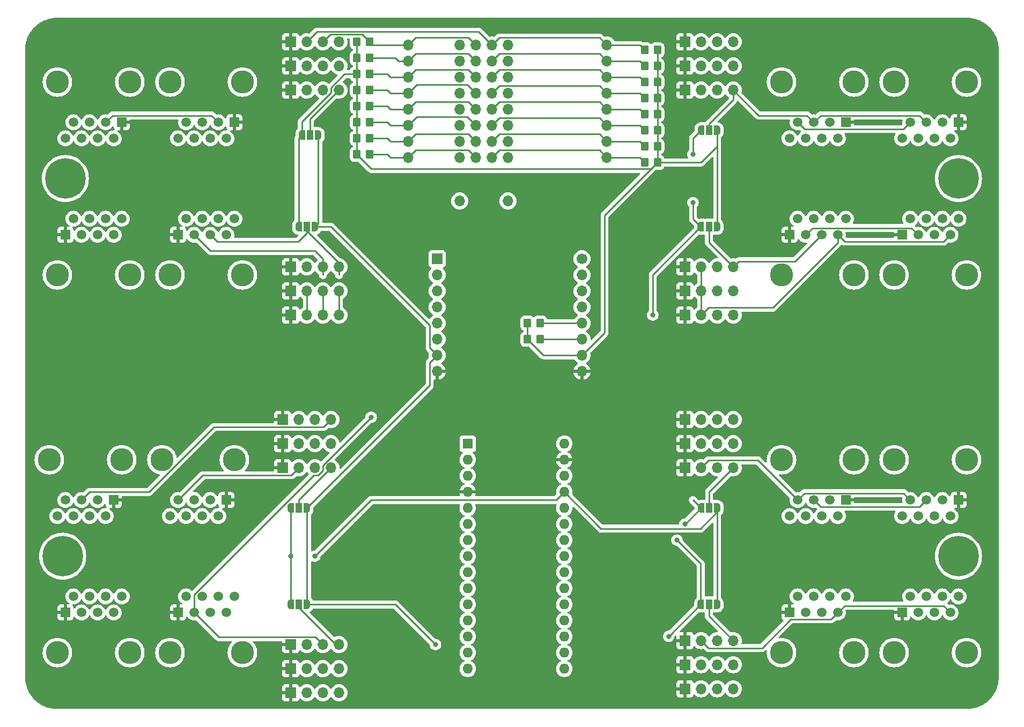
<source format=gbr>
%TF.GenerationSoftware,KiCad,Pcbnew,(7.0.0)*%
%TF.CreationDate,2023-10-27T12:37:55+01:00*%
%TF.ProjectId,euro-project-sensors-pcb,6575726f-2d70-4726-9f6a-6563742d7365,rev?*%
%TF.SameCoordinates,Original*%
%TF.FileFunction,Copper,L1,Top*%
%TF.FilePolarity,Positive*%
%FSLAX46Y46*%
G04 Gerber Fmt 4.6, Leading zero omitted, Abs format (unit mm)*
G04 Created by KiCad (PCBNEW (7.0.0)) date 2023-10-27 12:37:55*
%MOMM*%
%LPD*%
G01*
G04 APERTURE LIST*
G04 Aperture macros list*
%AMRoundRect*
0 Rectangle with rounded corners*
0 $1 Rounding radius*
0 $2 $3 $4 $5 $6 $7 $8 $9 X,Y pos of 4 corners*
0 Add a 4 corners polygon primitive as box body*
4,1,4,$2,$3,$4,$5,$6,$7,$8,$9,$2,$3,0*
0 Add four circle primitives for the rounded corners*
1,1,$1+$1,$2,$3*
1,1,$1+$1,$4,$5*
1,1,$1+$1,$6,$7*
1,1,$1+$1,$8,$9*
0 Add four rect primitives between the rounded corners*
20,1,$1+$1,$2,$3,$4,$5,0*
20,1,$1+$1,$4,$5,$6,$7,0*
20,1,$1+$1,$6,$7,$8,$9,0*
20,1,$1+$1,$8,$9,$2,$3,0*%
%AMFreePoly0*
4,1,19,0.550000,-0.750000,0.000000,-0.750000,0.000000,-0.744911,-0.071157,-0.744911,-0.207708,-0.704816,-0.327430,-0.627875,-0.420627,-0.520320,-0.479746,-0.390866,-0.500000,-0.250000,-0.500000,0.250000,-0.479746,0.390866,-0.420627,0.520320,-0.327430,0.627875,-0.207708,0.704816,-0.071157,0.744911,0.000000,0.744911,0.000000,0.750000,0.550000,0.750000,0.550000,-0.750000,0.550000,-0.750000,
$1*%
%AMFreePoly1*
4,1,19,0.000000,0.744911,0.071157,0.744911,0.207708,0.704816,0.327430,0.627875,0.420627,0.520320,0.479746,0.390866,0.500000,0.250000,0.500000,-0.250000,0.479746,-0.390866,0.420627,-0.520320,0.327430,-0.627875,0.207708,-0.704816,0.071157,-0.744911,0.000000,-0.744911,0.000000,-0.750000,-0.550000,-0.750000,-0.550000,0.750000,0.000000,0.750000,0.000000,0.744911,0.000000,0.744911,
$1*%
G04 Aperture macros list end*
%TA.AperFunction,ComponentPad*%
%ADD10R,1.700000X1.700000*%
%TD*%
%TA.AperFunction,ComponentPad*%
%ADD11O,1.700000X1.700000*%
%TD*%
%TA.AperFunction,ComponentPad*%
%ADD12C,1.700000*%
%TD*%
%TA.AperFunction,ComponentPad*%
%ADD13C,0.800000*%
%TD*%
%TA.AperFunction,ComponentPad*%
%ADD14C,6.400000*%
%TD*%
%TA.AperFunction,SMDPad,CuDef*%
%ADD15FreePoly0,0.000000*%
%TD*%
%TA.AperFunction,SMDPad,CuDef*%
%ADD16R,1.000000X1.500000*%
%TD*%
%TA.AperFunction,SMDPad,CuDef*%
%ADD17FreePoly1,0.000000*%
%TD*%
%TA.AperFunction,WasherPad*%
%ADD18C,3.650000*%
%TD*%
%TA.AperFunction,ComponentPad*%
%ADD19R,1.500000X1.500000*%
%TD*%
%TA.AperFunction,ComponentPad*%
%ADD20C,1.500000*%
%TD*%
%TA.AperFunction,SMDPad,CuDef*%
%ADD21FreePoly0,180.000000*%
%TD*%
%TA.AperFunction,SMDPad,CuDef*%
%ADD22FreePoly1,180.000000*%
%TD*%
%TA.AperFunction,SMDPad,CuDef*%
%ADD23RoundRect,0.250000X0.350000X0.450000X-0.350000X0.450000X-0.350000X-0.450000X0.350000X-0.450000X0*%
%TD*%
%TA.AperFunction,SMDPad,CuDef*%
%ADD24RoundRect,0.250000X-0.350000X-0.450000X0.350000X-0.450000X0.350000X0.450000X-0.350000X0.450000X0*%
%TD*%
%TA.AperFunction,ComponentPad*%
%ADD25R,1.600000X1.600000*%
%TD*%
%TA.AperFunction,ComponentPad*%
%ADD26O,1.600000X1.600000*%
%TD*%
%TA.AperFunction,ViaPad*%
%ADD27C,0.800000*%
%TD*%
%TA.AperFunction,Conductor*%
%ADD28C,0.250000*%
%TD*%
G04 APERTURE END LIST*
D10*
%TO.P,J32,1,Pin_1*%
%TO.N,GND*%
X111759999Y-44449999D03*
D11*
%TO.P,J32,2,Pin_2*%
%TO.N,/SDA_CH7*%
X114299999Y-44449999D03*
%TO.P,J32,3,Pin_3*%
%TO.N,/SCL_CH7*%
X116839999Y-44449999D03*
%TO.P,J32,4,Pin_4*%
%TO.N,/VCC_CH7*%
X119379999Y-44449999D03*
%TD*%
%TO.P,A2,*%
%TO.N,*%
X138429999Y-44957999D03*
X138429999Y-47497999D03*
X138429999Y-50037999D03*
X138429999Y-52577999D03*
X138429999Y-55117999D03*
X138429999Y-57657999D03*
X138429999Y-60197999D03*
X138429999Y-62737999D03*
X146049999Y-44957999D03*
X146049999Y-47497999D03*
X146049999Y-50037999D03*
X146049999Y-52577999D03*
X146049999Y-55117999D03*
X146049999Y-57657999D03*
X146049999Y-60197999D03*
X146049999Y-62737999D03*
D10*
%TO.P,A2,1,NC*%
%TO.N,unconnected-(A2-NC-Pad1)*%
X134873999Y-78739999D03*
D11*
%TO.P,A2,2,RST*%
%TO.N,unconnected-(A2-RST-Pad2)*%
X134873999Y-81279999D03*
%TO.P,A2,3,NC*%
%TO.N,unconnected-(A2-NC-Pad3)*%
X134873999Y-83819999D03*
%TO.P,A2,4,NC*%
%TO.N,unconnected-(A2-NC-Pad4)*%
X134873999Y-86359999D03*
%TO.P,A2,5,NC*%
%TO.N,unconnected-(A2-NC-Pad5)*%
X134873999Y-88899999D03*
%TO.P,A2,6,NC*%
%TO.N,unconnected-(A2-NC-Pad6)*%
X134873999Y-91439999D03*
%TO.P,A2,7,3V3*%
%TO.N,/3V3_BUS*%
X134873999Y-93979999D03*
%TO.P,A2,8,GND*%
%TO.N,GND*%
X134873999Y-96519999D03*
%TO.P,A2,9,GND*%
X157733999Y-96519999D03*
%TO.P,A2,10,5V*%
%TO.N,/5V_BUS*%
X157733999Y-93979999D03*
%TO.P,A2,11,SDA*%
%TO.N,/SDA*%
X157733999Y-91439999D03*
%TO.P,A2,12,SCL*%
%TO.N,/SCL*%
X157733999Y-88899999D03*
%TO.P,A2,13,NC*%
%TO.N,unconnected-(A2-NC-Pad13)*%
X157733999Y-86359999D03*
%TO.P,A2,14,NC*%
%TO.N,unconnected-(A2-NC-Pad14)*%
X157733999Y-83819999D03*
%TO.P,A2,15,NC*%
%TO.N,unconnected-(A2-NC-Pad15)*%
X157733999Y-81279999D03*
D12*
%TO.P,A2,16,NC*%
%TO.N,unconnected-(A2-NC-Pad16)*%
X157734000Y-78740000D03*
D11*
%TO.P,A2,17,SDA_CH0*%
%TO.N,/SDA_CH0*%
X143509999Y-62737999D03*
X161670999Y-62737999D03*
%TO.P,A2,18,SDA_CH1*%
%TO.N,/SDA_CH1*%
X143509999Y-60197999D03*
X161670999Y-60197999D03*
%TO.P,A2,19,SDA_CH2*%
%TO.N,/SDA_CH2*%
X143509999Y-57657999D03*
X161670999Y-57657999D03*
%TO.P,A2,20,SDA_CH3*%
%TO.N,/SDA_CH3*%
X143509999Y-55117999D03*
X161670999Y-55117999D03*
%TO.P,A2,21,SDA_CH4*%
%TO.N,/SDA_CH4*%
X143509999Y-52577999D03*
X161670999Y-52577999D03*
%TO.P,A2,22,SDA_CH5*%
%TO.N,/SDA_CH5*%
X143509999Y-50037999D03*
X161670999Y-50037999D03*
%TO.P,A2,23,SDA_CH6*%
%TO.N,/SDA_CH6*%
X143509999Y-47497999D03*
X161670999Y-47497999D03*
%TO.P,A2,24,SDA_CH7*%
%TO.N,/SDA_CH7*%
X143509999Y-44957999D03*
X161670999Y-44957999D03*
%TO.P,A2,25,SCL_CH7*%
%TO.N,/SCL_CH7*%
X130301999Y-44957999D03*
X140969999Y-44957999D03*
%TO.P,A2,26,SCL_CH6*%
%TO.N,/SCL_CH6*%
X130301999Y-47497999D03*
X140969999Y-47497999D03*
%TO.P,A2,27,SCL_CH5*%
%TO.N,/SCL_CH5*%
X130301999Y-50037999D03*
X140969999Y-50037999D03*
%TO.P,A2,28,SCL_CH4*%
%TO.N,/SCL_CH4*%
X130301999Y-52577999D03*
X140969999Y-52577999D03*
%TO.P,A2,29,SCL_CH3*%
%TO.N,/SCL_CH3*%
X130301999Y-55117999D03*
X140969999Y-55117999D03*
%TO.P,A2,30,SCL_CH2*%
%TO.N,/SCL_CH2*%
X130301999Y-57657999D03*
X140969999Y-57657999D03*
%TO.P,A2,31,SCL_CH1*%
%TO.N,/SCL_CH1*%
X130301999Y-60197999D03*
X140969999Y-60197999D03*
%TO.P,A2,32,SCL_CH0*%
%TO.N,/SCL_CH0*%
X130301999Y-62737999D03*
X140969999Y-62737999D03*
%TO.P,A2,33,Vcc*%
%TO.N,unconnected-(A2-Vcc-Pad33)*%
X138429999Y-69595999D03*
%TO.P,A2,34,GND*%
%TO.N,unconnected-(A2-GND-Pad34)*%
X146049999Y-69595999D03*
%TD*%
D13*
%TO.P,REF\u002A\u002A,1*%
%TO.N,N/C*%
X73372944Y-125730000D03*
X74075888Y-124032944D03*
X74075888Y-127427056D03*
X75772944Y-123330000D03*
D14*
X75772944Y-125730000D03*
D13*
X75772944Y-128130000D03*
X77470000Y-124032944D03*
X77470000Y-127427056D03*
X78172944Y-125730000D03*
%TD*%
%TO.P,REF\u002A\u002A,1*%
%TO.N,N/C*%
X214770000Y-125730000D03*
X215472944Y-124032944D03*
X215472944Y-127427056D03*
X217170000Y-123330000D03*
D14*
X217170000Y-125730000D03*
D13*
X217170000Y-128130000D03*
X218867056Y-124032944D03*
X218867056Y-127427056D03*
X219570000Y-125730000D03*
%TD*%
%TO.P,REF\u002A\u002A,1*%
%TO.N,N/C*%
X214770000Y-66040000D03*
X215472944Y-64342944D03*
X215472944Y-67737056D03*
X217170000Y-63640000D03*
D14*
X217170000Y-66040000D03*
D13*
X217170000Y-68440000D03*
X218867056Y-64342944D03*
X218867056Y-67737056D03*
X219570000Y-66040000D03*
%TD*%
%TO.P,REF\u002A\u002A,1*%
%TO.N,N/C*%
X76200000Y-63640000D03*
X77897056Y-67737056D03*
X77897056Y-64342944D03*
X78600000Y-66040000D03*
D14*
X76200000Y-66040000D03*
D13*
X76200000Y-68440000D03*
X74502944Y-64342944D03*
X74502944Y-67737056D03*
X73800000Y-66040000D03*
%TD*%
D15*
%TO.P,JP8,1,A*%
%TO.N,/5V_BUS*%
X111730000Y-133350000D03*
D16*
%TO.P,JP8,2,C*%
%TO.N,/VCC_CH4*%
X113029999Y-133349999D03*
D17*
%TO.P,JP8,3,B*%
%TO.N,/3V3_BUS*%
X114330000Y-133350000D03*
%TD*%
D15*
%TO.P,JP7,1,A*%
%TO.N,/5V_BUS*%
X113517500Y-59190000D03*
D16*
%TO.P,JP7,2,C*%
%TO.N,/VCC_CH7*%
X114817499Y-59189999D03*
D17*
%TO.P,JP7,3,B*%
%TO.N,/3V3_BUS*%
X116117500Y-59190000D03*
%TD*%
D15*
%TO.P,JP6,1,A*%
%TO.N,/5V_BUS*%
X113000000Y-73660000D03*
D16*
%TO.P,JP6,2,C*%
%TO.N,/VCC_CH6*%
X114299999Y-73659999D03*
D17*
%TO.P,JP6,3,B*%
%TO.N,/3V3_BUS*%
X115600000Y-73660000D03*
%TD*%
D15*
%TO.P,JP5,1,A*%
%TO.N,/5V_BUS*%
X111730000Y-118110000D03*
D16*
%TO.P,JP5,2,C*%
%TO.N,/VCC_CH5*%
X113029999Y-118109999D03*
D17*
%TO.P,JP5,3,B*%
%TO.N,/3V3_BUS*%
X114330000Y-118110000D03*
%TD*%
D18*
%TO.P,J40,*%
%TO.N,*%
X74930000Y-140970000D03*
X86360000Y-140970000D03*
D19*
%TO.P,J40,1*%
%TO.N,GND*%
X76199999Y-134619999D03*
D20*
%TO.P,J40,2*%
%TO.N,unconnected-(J40-Pad2)*%
X77470000Y-132080000D03*
%TO.P,J40,3*%
%TO.N,/SCL_CH4*%
X78740000Y-134620000D03*
%TO.P,J40,4*%
%TO.N,unconnected-(J40-Pad4)*%
X80010000Y-132080000D03*
%TO.P,J40,5*%
%TO.N,/VCC_CH4*%
X81280000Y-134620000D03*
%TO.P,J40,6*%
%TO.N,unconnected-(J40-Pad6)*%
X82550000Y-132080000D03*
%TO.P,J40,7*%
%TO.N,/SDA_CH4*%
X83820000Y-134620000D03*
%TO.P,J40,8*%
%TO.N,unconnected-(J40-Pad8)*%
X85090000Y-132080000D03*
%TD*%
D18*
%TO.P,J39,*%
%TO.N,*%
X92710000Y-140970000D03*
X104140000Y-140970000D03*
D19*
%TO.P,J39,1*%
%TO.N,GND*%
X93979999Y-134619999D03*
D20*
%TO.P,J39,2*%
%TO.N,unconnected-(J39-Pad2)*%
X95250000Y-132080000D03*
%TO.P,J39,3*%
%TO.N,/SCL_CH4*%
X96520000Y-134620000D03*
%TO.P,J39,4*%
%TO.N,unconnected-(J39-Pad4)*%
X97790000Y-132080000D03*
%TO.P,J39,5*%
%TO.N,/VCC_CH4*%
X99060000Y-134620000D03*
%TO.P,J39,6*%
%TO.N,unconnected-(J39-Pad6)*%
X100330000Y-132080000D03*
%TO.P,J39,7*%
%TO.N,/SDA_CH4*%
X101600000Y-134620000D03*
%TO.P,J39,8*%
%TO.N,unconnected-(J39-Pad8)*%
X102870000Y-132080000D03*
%TD*%
D18*
%TO.P,J38,*%
%TO.N,*%
X104140000Y-50800000D03*
X92710000Y-50800000D03*
D19*
%TO.P,J38,1*%
%TO.N,GND*%
X102869999Y-57149999D03*
D20*
%TO.P,J38,2*%
%TO.N,unconnected-(J38-Pad2)*%
X101600000Y-59690000D03*
%TO.P,J38,3*%
%TO.N,/SCL_CH7*%
X100330000Y-57150000D03*
%TO.P,J38,4*%
%TO.N,unconnected-(J38-Pad4)*%
X99060000Y-59690000D03*
%TO.P,J38,5*%
%TO.N,/VCC_CH7*%
X97790000Y-57150000D03*
%TO.P,J38,6*%
%TO.N,unconnected-(J38-Pad6)*%
X96520000Y-59690000D03*
%TO.P,J38,7*%
%TO.N,/SDA_CH7*%
X95250000Y-57150000D03*
%TO.P,J38,8*%
%TO.N,unconnected-(J38-Pad8)*%
X93980000Y-59690000D03*
%TD*%
D18*
%TO.P,J37,*%
%TO.N,*%
X86360000Y-50800000D03*
X74930000Y-50800000D03*
D19*
%TO.P,J37,1*%
%TO.N,GND*%
X85089999Y-57149999D03*
D20*
%TO.P,J37,2*%
%TO.N,unconnected-(J37-Pad2)*%
X83820000Y-59690000D03*
%TO.P,J37,3*%
%TO.N,/SCL_CH7*%
X82550000Y-57150000D03*
%TO.P,J37,4*%
%TO.N,unconnected-(J37-Pad4)*%
X81280000Y-59690000D03*
%TO.P,J37,5*%
%TO.N,/VCC_CH7*%
X80010000Y-57150000D03*
%TO.P,J37,6*%
%TO.N,unconnected-(J37-Pad6)*%
X78740000Y-59690000D03*
%TO.P,J37,7*%
%TO.N,/SDA_CH7*%
X77470000Y-57150000D03*
%TO.P,J37,8*%
%TO.N,unconnected-(J37-Pad8)*%
X76200000Y-59690000D03*
%TD*%
D18*
%TO.P,J36,*%
%TO.N,*%
X92710000Y-81280000D03*
X104140000Y-81280000D03*
D19*
%TO.P,J36,1*%
%TO.N,GND*%
X93979999Y-74929999D03*
D20*
%TO.P,J36,2*%
%TO.N,unconnected-(J36-Pad2)*%
X95250000Y-72390000D03*
%TO.P,J36,3*%
%TO.N,/SCL_CH6*%
X96520000Y-74930000D03*
%TO.P,J36,4*%
%TO.N,unconnected-(J36-Pad4)*%
X97790000Y-72390000D03*
%TO.P,J36,5*%
%TO.N,/VCC_CH6*%
X99060000Y-74930000D03*
%TO.P,J36,6*%
%TO.N,unconnected-(J36-Pad6)*%
X100330000Y-72390000D03*
%TO.P,J36,7*%
%TO.N,/SDA_CH6*%
X101600000Y-74930000D03*
%TO.P,J36,8*%
%TO.N,unconnected-(J36-Pad8)*%
X102870000Y-72390000D03*
%TD*%
D18*
%TO.P,J35,*%
%TO.N,*%
X74930000Y-81280000D03*
X86360000Y-81280000D03*
D19*
%TO.P,J35,1*%
%TO.N,GND*%
X76199999Y-74929999D03*
D20*
%TO.P,J35,2*%
%TO.N,unconnected-(J35-Pad2)*%
X77470000Y-72390000D03*
%TO.P,J35,3*%
%TO.N,/SCL_CH6*%
X78740000Y-74930000D03*
%TO.P,J35,4*%
%TO.N,unconnected-(J35-Pad4)*%
X80010000Y-72390000D03*
%TO.P,J35,5*%
%TO.N,/VCC_CH6*%
X81280000Y-74930000D03*
%TO.P,J35,6*%
%TO.N,unconnected-(J35-Pad6)*%
X82550000Y-72390000D03*
%TO.P,J35,7*%
%TO.N,/SDA_CH6*%
X83820000Y-74930000D03*
%TO.P,J35,8*%
%TO.N,unconnected-(J35-Pad8)*%
X85090000Y-72390000D03*
%TD*%
D18*
%TO.P,J34,*%
%TO.N,*%
X102870000Y-110490000D03*
X91440000Y-110490000D03*
D19*
%TO.P,J34,1*%
%TO.N,GND*%
X101599999Y-116839999D03*
D20*
%TO.P,J34,2*%
%TO.N,unconnected-(J34-Pad2)*%
X100330000Y-119380000D03*
%TO.P,J34,3*%
%TO.N,/SCL_CH5*%
X99060000Y-116840000D03*
%TO.P,J34,4*%
%TO.N,unconnected-(J34-Pad4)*%
X97790000Y-119380000D03*
%TO.P,J34,5*%
%TO.N,/VCC_CH5*%
X96520000Y-116840000D03*
%TO.P,J34,6*%
%TO.N,unconnected-(J34-Pad6)*%
X95250000Y-119380000D03*
%TO.P,J34,7*%
%TO.N,/SDA_CH5*%
X93980000Y-116840000D03*
%TO.P,J34,8*%
%TO.N,unconnected-(J34-Pad8)*%
X92710000Y-119380000D03*
%TD*%
D18*
%TO.P,J33,*%
%TO.N,*%
X85090000Y-110490000D03*
X73660000Y-110490000D03*
D19*
%TO.P,J33,1*%
%TO.N,GND*%
X83819999Y-116839999D03*
D20*
%TO.P,J33,2*%
%TO.N,unconnected-(J33-Pad2)*%
X82550000Y-119380000D03*
%TO.P,J33,3*%
%TO.N,/SCL_CH5*%
X81280000Y-116840000D03*
%TO.P,J33,4*%
%TO.N,unconnected-(J33-Pad4)*%
X80010000Y-119380000D03*
%TO.P,J33,5*%
%TO.N,/VCC_CH5*%
X78740000Y-116840000D03*
%TO.P,J33,6*%
%TO.N,unconnected-(J33-Pad6)*%
X77470000Y-119380000D03*
%TO.P,J33,7*%
%TO.N,/SDA_CH5*%
X76200000Y-116840000D03*
%TO.P,J33,8*%
%TO.N,unconnected-(J33-Pad8)*%
X74930000Y-119380000D03*
%TD*%
D10*
%TO.P,J31,1,Pin_1*%
%TO.N,GND*%
X111759999Y-48259999D03*
D11*
%TO.P,J31,2,Pin_2*%
%TO.N,/SDA_CH7*%
X114299999Y-48259999D03*
%TO.P,J31,3,Pin_3*%
%TO.N,/SCL_CH7*%
X116839999Y-48259999D03*
%TO.P,J31,4,Pin_4*%
%TO.N,/VCC_CH7*%
X119379999Y-48259999D03*
%TD*%
D10*
%TO.P,J30,1,Pin_1*%
%TO.N,GND*%
X111759999Y-52069999D03*
D11*
%TO.P,J30,2,Pin_2*%
%TO.N,/SDA_CH7*%
X114299999Y-52069999D03*
%TO.P,J30,3,Pin_3*%
%TO.N,/SCL_CH7*%
X116839999Y-52069999D03*
%TO.P,J30,4,Pin_4*%
%TO.N,/VCC_CH7*%
X119379999Y-52069999D03*
%TD*%
D10*
%TO.P,J29,1,Pin_1*%
%TO.N,GND*%
X111759999Y-80009999D03*
D11*
%TO.P,J29,2,Pin_2*%
%TO.N,/SDA_CH6*%
X114299999Y-80009999D03*
%TO.P,J29,3,Pin_3*%
%TO.N,/SCL_CH6*%
X116839999Y-80009999D03*
%TO.P,J29,4,Pin_4*%
%TO.N,/VCC_CH6*%
X119379999Y-80009999D03*
%TD*%
D10*
%TO.P,J28,1,Pin_1*%
%TO.N,GND*%
X111759999Y-83819999D03*
D11*
%TO.P,J28,2,Pin_2*%
%TO.N,/SDA_CH6*%
X114299999Y-83819999D03*
%TO.P,J28,3,Pin_3*%
%TO.N,/SCL_CH6*%
X116839999Y-83819999D03*
%TO.P,J28,4,Pin_4*%
%TO.N,/VCC_CH6*%
X119379999Y-83819999D03*
%TD*%
D10*
%TO.P,J27,1,Pin_1*%
%TO.N,GND*%
X111759999Y-87629999D03*
D11*
%TO.P,J27,2,Pin_2*%
%TO.N,/SDA_CH6*%
X114299999Y-87629999D03*
%TO.P,J27,3,Pin_3*%
%TO.N,/SCL_CH6*%
X116839999Y-87629999D03*
%TO.P,J27,4,Pin_4*%
%TO.N,/VCC_CH6*%
X119379999Y-87629999D03*
%TD*%
D10*
%TO.P,J26,1,Pin_1*%
%TO.N,GND*%
X110489999Y-104139999D03*
D11*
%TO.P,J26,2,Pin_2*%
%TO.N,/SDA_CH5*%
X113029999Y-104139999D03*
%TO.P,J26,3,Pin_3*%
%TO.N,/SCL_CH5*%
X115569999Y-104139999D03*
%TO.P,J26,4,Pin_4*%
%TO.N,/VCC_CH5*%
X118109999Y-104139999D03*
%TD*%
D10*
%TO.P,J25,1,Pin_1*%
%TO.N,GND*%
X110489999Y-107949999D03*
D11*
%TO.P,J25,2,Pin_2*%
%TO.N,/SDA_CH5*%
X113029999Y-107949999D03*
%TO.P,J25,3,Pin_3*%
%TO.N,/SCL_CH5*%
X115569999Y-107949999D03*
%TO.P,J25,4,Pin_4*%
%TO.N,/VCC_CH5*%
X118109999Y-107949999D03*
%TD*%
D10*
%TO.P,J24,1,Pin_1*%
%TO.N,GND*%
X110499999Y-111759999D03*
D11*
%TO.P,J24,2,Pin_2*%
%TO.N,/SDA_CH5*%
X113039999Y-111759999D03*
%TO.P,J24,3,Pin_3*%
%TO.N,/SCL_CH5*%
X115579999Y-111759999D03*
%TO.P,J24,4,Pin_4*%
%TO.N,/VCC_CH5*%
X118119999Y-111759999D03*
%TD*%
D10*
%TO.P,J23,1,Pin_1*%
%TO.N,GND*%
X111759999Y-139699999D03*
D11*
%TO.P,J23,2,Pin_2*%
%TO.N,/SDA_CH4*%
X114299999Y-139699999D03*
%TO.P,J23,3,Pin_3*%
%TO.N,/SCL_CH4*%
X116839999Y-139699999D03*
%TO.P,J23,4,Pin_4*%
%TO.N,/VCC_CH4*%
X119379999Y-139699999D03*
%TD*%
D10*
%TO.P,J22,1,Pin_1*%
%TO.N,GND*%
X111759999Y-143509999D03*
D11*
%TO.P,J22,2,Pin_2*%
%TO.N,/SDA_CH4*%
X114299999Y-143509999D03*
%TO.P,J22,3,Pin_3*%
%TO.N,/SCL_CH4*%
X116839999Y-143509999D03*
%TO.P,J22,4,Pin_4*%
%TO.N,/VCC_CH4*%
X119379999Y-143509999D03*
%TD*%
D10*
%TO.P,J21,1,Pin_1*%
%TO.N,GND*%
X111759999Y-147319999D03*
D11*
%TO.P,J21,2,Pin_2*%
%TO.N,/SDA_CH4*%
X114299999Y-147319999D03*
%TO.P,J21,3,Pin_3*%
%TO.N,/SCL_CH4*%
X116839999Y-147319999D03*
%TO.P,J21,4,Pin_4*%
%TO.N,/VCC_CH4*%
X119379999Y-147319999D03*
%TD*%
D21*
%TO.P,JP4,1,A*%
%TO.N,/5V_BUS*%
X179100000Y-58420000D03*
D16*
%TO.P,JP4,2,C*%
%TO.N,/VCC_CH3*%
X177799999Y-58419999D03*
D22*
%TO.P,JP4,3,B*%
%TO.N,/3V3_BUS*%
X176500000Y-58420000D03*
%TD*%
D18*
%TO.P,J20,*%
%TO.N,*%
X200660000Y-50800000D03*
X189230000Y-50800000D03*
D19*
%TO.P,J20,1*%
%TO.N,GND*%
X199389999Y-57149999D03*
D20*
%TO.P,J20,2*%
%TO.N,unconnected-(J20-Pad2)*%
X198120000Y-59690000D03*
%TO.P,J20,3*%
%TO.N,/SCL_CH3*%
X196850000Y-57150000D03*
%TO.P,J20,4*%
%TO.N,unconnected-(J20-Pad4)*%
X195580000Y-59690000D03*
%TO.P,J20,5*%
%TO.N,/VCC_CH3*%
X194310000Y-57150000D03*
%TO.P,J20,6*%
%TO.N,unconnected-(J20-Pad6)*%
X193040000Y-59690000D03*
%TO.P,J20,7*%
%TO.N,/SDA_CH3*%
X191770000Y-57150000D03*
%TO.P,J20,8*%
%TO.N,unconnected-(J20-Pad8)*%
X190500000Y-59690000D03*
%TD*%
D18*
%TO.P,J19,*%
%TO.N,*%
X218440000Y-50800000D03*
X207010000Y-50800000D03*
D19*
%TO.P,J19,1*%
%TO.N,GND*%
X217169999Y-57149999D03*
D20*
%TO.P,J19,2*%
%TO.N,unconnected-(J19-Pad2)*%
X215900000Y-59690000D03*
%TO.P,J19,3*%
%TO.N,/SCL_CH3*%
X214630000Y-57150000D03*
%TO.P,J19,4*%
%TO.N,unconnected-(J19-Pad4)*%
X213360000Y-59690000D03*
%TO.P,J19,5*%
%TO.N,/VCC_CH3*%
X212090000Y-57150000D03*
%TO.P,J19,6*%
%TO.N,unconnected-(J19-Pad6)*%
X210820000Y-59690000D03*
%TO.P,J19,7*%
%TO.N,/SDA_CH3*%
X209550000Y-57150000D03*
%TO.P,J19,8*%
%TO.N,unconnected-(J19-Pad8)*%
X208280000Y-59690000D03*
%TD*%
D10*
%TO.P,J18,1,Pin_1*%
%TO.N,GND*%
X173989999Y-52069999D03*
D11*
%TO.P,J18,2,Pin_2*%
%TO.N,/SDA_CH3*%
X176529999Y-52069999D03*
%TO.P,J18,3,Pin_3*%
%TO.N,/SCL_CH3*%
X179069999Y-52069999D03*
%TO.P,J18,4,Pin_4*%
%TO.N,/VCC_CH3*%
X181609999Y-52069999D03*
%TD*%
D10*
%TO.P,J17,1,Pin_1*%
%TO.N,GND*%
X173989999Y-48259999D03*
D11*
%TO.P,J17,2,Pin_2*%
%TO.N,/SDA_CH3*%
X176529999Y-48259999D03*
%TO.P,J17,3,Pin_3*%
%TO.N,/SCL_CH3*%
X179069999Y-48259999D03*
%TO.P,J17,4,Pin_4*%
%TO.N,/VCC_CH3*%
X181609999Y-48259999D03*
%TD*%
D10*
%TO.P,J16,1,Pin_1*%
%TO.N,GND*%
X173989999Y-44449999D03*
D11*
%TO.P,J16,2,Pin_2*%
%TO.N,/SDA_CH3*%
X176529999Y-44449999D03*
%TO.P,J16,3,Pin_3*%
%TO.N,/SCL_CH3*%
X179069999Y-44449999D03*
%TO.P,J16,4,Pin_4*%
%TO.N,/VCC_CH3*%
X181609999Y-44449999D03*
%TD*%
D21*
%TO.P,JP3,1,A*%
%TO.N,/5V_BUS*%
X179080000Y-73660000D03*
D16*
%TO.P,JP3,2,C*%
%TO.N,/VCC_CH2*%
X177779999Y-73659999D03*
D22*
%TO.P,JP3,3,B*%
%TO.N,/3V3_BUS*%
X176480000Y-73660000D03*
%TD*%
D21*
%TO.P,JP2,1,A*%
%TO.N,/5V_BUS*%
X179100000Y-118110000D03*
D16*
%TO.P,JP2,2,C*%
%TO.N,/VCC_CH1*%
X177799999Y-118109999D03*
D22*
%TO.P,JP2,3,B*%
%TO.N,/3V3_BUS*%
X176500000Y-118110000D03*
%TD*%
D18*
%TO.P,J15,*%
%TO.N,*%
X207005000Y-81280000D03*
X218435000Y-81280000D03*
D19*
%TO.P,J15,1*%
%TO.N,GND*%
X208274999Y-74929999D03*
D20*
%TO.P,J15,2*%
%TO.N,unconnected-(J15-Pad2)*%
X209545000Y-72390000D03*
%TO.P,J15,3*%
%TO.N,/SCL_CH2*%
X210815000Y-74930000D03*
%TO.P,J15,4*%
%TO.N,unconnected-(J15-Pad4)*%
X212085000Y-72390000D03*
%TO.P,J15,5*%
%TO.N,/VCC_CH2*%
X213355000Y-74930000D03*
%TO.P,J15,6*%
%TO.N,unconnected-(J15-Pad6)*%
X214625000Y-72390000D03*
%TO.P,J15,7*%
%TO.N,/SDA_CH2*%
X215895000Y-74930000D03*
%TO.P,J15,8*%
%TO.N,unconnected-(J15-Pad8)*%
X217165000Y-72390000D03*
%TD*%
D18*
%TO.P,J14,*%
%TO.N,*%
X189230000Y-81280000D03*
X200660000Y-81280000D03*
D19*
%TO.P,J14,1*%
%TO.N,GND*%
X190499999Y-74929999D03*
D20*
%TO.P,J14,2*%
%TO.N,unconnected-(J14-Pad2)*%
X191770000Y-72390000D03*
%TO.P,J14,3*%
%TO.N,/SCL_CH2*%
X193040000Y-74930000D03*
%TO.P,J14,4*%
%TO.N,unconnected-(J14-Pad4)*%
X194310000Y-72390000D03*
%TO.P,J14,5*%
%TO.N,/VCC_CH2*%
X195580000Y-74930000D03*
%TO.P,J14,6*%
%TO.N,unconnected-(J14-Pad6)*%
X196850000Y-72390000D03*
%TO.P,J14,7*%
%TO.N,/SDA_CH2*%
X198120000Y-74930000D03*
%TO.P,J14,8*%
%TO.N,unconnected-(J14-Pad8)*%
X199390000Y-72390000D03*
%TD*%
D10*
%TO.P,J13,1,Pin_1*%
%TO.N,GND*%
X173999999Y-80009999D03*
D11*
%TO.P,J13,2,Pin_2*%
%TO.N,/SDA_CH2*%
X176539999Y-80009999D03*
%TO.P,J13,3,Pin_3*%
%TO.N,/SCL_CH2*%
X179079999Y-80009999D03*
%TO.P,J13,4,Pin_4*%
%TO.N,/VCC_CH2*%
X181619999Y-80009999D03*
%TD*%
D10*
%TO.P,J12,1,Pin_1*%
%TO.N,GND*%
X173999999Y-83819999D03*
D11*
%TO.P,J12,2,Pin_2*%
%TO.N,/SDA_CH2*%
X176539999Y-83819999D03*
%TO.P,J12,3,Pin_3*%
%TO.N,/SCL_CH2*%
X179079999Y-83819999D03*
%TO.P,J12,4,Pin_4*%
%TO.N,/VCC_CH2*%
X181619999Y-83819999D03*
%TD*%
D10*
%TO.P,J11,1,Pin_1*%
%TO.N,GND*%
X173999999Y-87629999D03*
D11*
%TO.P,J11,2,Pin_2*%
%TO.N,/SDA_CH2*%
X176539999Y-87629999D03*
%TO.P,J11,3,Pin_3*%
%TO.N,/SCL_CH2*%
X179079999Y-87629999D03*
%TO.P,J11,4,Pin_4*%
%TO.N,/VCC_CH2*%
X181619999Y-87629999D03*
%TD*%
D18*
%TO.P,J10,*%
%TO.N,*%
X200665000Y-110490000D03*
X189235000Y-110490000D03*
D19*
%TO.P,J10,1*%
%TO.N,GND*%
X199394999Y-116839999D03*
D20*
%TO.P,J10,2*%
%TO.N,unconnected-(J10-Pad2)*%
X198125000Y-119380000D03*
%TO.P,J10,3*%
%TO.N,/SCL_CH1*%
X196855000Y-116840000D03*
%TO.P,J10,4*%
%TO.N,unconnected-(J10-Pad4)*%
X195585000Y-119380000D03*
%TO.P,J10,5*%
%TO.N,/VCC_CH1*%
X194315000Y-116840000D03*
%TO.P,J10,6*%
%TO.N,unconnected-(J10-Pad6)*%
X193045000Y-119380000D03*
%TO.P,J10,7*%
%TO.N,/SDA_CH1*%
X191775000Y-116840000D03*
%TO.P,J10,8*%
%TO.N,unconnected-(J10-Pad8)*%
X190505000Y-119380000D03*
%TD*%
D18*
%TO.P,J9,*%
%TO.N,*%
X218440000Y-110490000D03*
X207010000Y-110490000D03*
D19*
%TO.P,J9,1*%
%TO.N,GND*%
X217169999Y-116839999D03*
D20*
%TO.P,J9,2*%
%TO.N,unconnected-(J9-Pad2)*%
X215900000Y-119380000D03*
%TO.P,J9,3*%
%TO.N,/SCL_CH1*%
X214630000Y-116840000D03*
%TO.P,J9,4*%
%TO.N,unconnected-(J9-Pad4)*%
X213360000Y-119380000D03*
%TO.P,J9,5*%
%TO.N,/VCC_CH1*%
X212090000Y-116840000D03*
%TO.P,J9,6*%
%TO.N,unconnected-(J9-Pad6)*%
X210820000Y-119380000D03*
%TO.P,J9,7*%
%TO.N,/SDA_CH1*%
X209550000Y-116840000D03*
%TO.P,J9,8*%
%TO.N,unconnected-(J9-Pad8)*%
X208280000Y-119380000D03*
%TD*%
D10*
%TO.P,J8,1,Pin_1*%
%TO.N,GND*%
X173989999Y-107949999D03*
D11*
%TO.P,J8,2,Pin_2*%
%TO.N,/SDA_CH1*%
X176529999Y-107949999D03*
%TO.P,J8,3,Pin_3*%
%TO.N,/SCL_CH1*%
X179069999Y-107949999D03*
%TO.P,J8,4,Pin_4*%
%TO.N,/VCC_CH1*%
X181609999Y-107949999D03*
%TD*%
D10*
%TO.P,J7,1,Pin_1*%
%TO.N,GND*%
X173989999Y-111759999D03*
D11*
%TO.P,J7,2,Pin_2*%
%TO.N,/SDA_CH1*%
X176529999Y-111759999D03*
%TO.P,J7,3,Pin_3*%
%TO.N,/SCL_CH1*%
X179069999Y-111759999D03*
%TO.P,J7,4,Pin_4*%
%TO.N,/VCC_CH1*%
X181609999Y-111759999D03*
%TD*%
D10*
%TO.P,J6,1,Pin_1*%
%TO.N,GND*%
X173989999Y-104139999D03*
D11*
%TO.P,J6,2,Pin_2*%
%TO.N,/SDA_CH1*%
X176529999Y-104139999D03*
%TO.P,J6,3,Pin_3*%
%TO.N,/SCL_CH1*%
X179069999Y-104139999D03*
%TO.P,J6,4,Pin_4*%
%TO.N,/VCC_CH1*%
X181609999Y-104139999D03*
%TD*%
D10*
%TO.P,J5,1,Pin_1*%
%TO.N,GND*%
X173989999Y-139064999D03*
D11*
%TO.P,J5,2,Pin_2*%
%TO.N,/SDA_CH0*%
X176529999Y-139064999D03*
%TO.P,J5,3,Pin_3*%
%TO.N,/SCL_CH0*%
X179069999Y-139064999D03*
%TO.P,J5,4,Pin_4*%
%TO.N,/VCC_CH0*%
X181609999Y-139064999D03*
%TD*%
D10*
%TO.P,J3,1,Pin_1*%
%TO.N,GND*%
X173989999Y-142874999D03*
D11*
%TO.P,J3,2,Pin_2*%
%TO.N,/SDA_CH0*%
X176529999Y-142874999D03*
%TO.P,J3,3,Pin_3*%
%TO.N,/SCL_CH0*%
X179069999Y-142874999D03*
%TO.P,J3,4,Pin_4*%
%TO.N,/VCC_CH0*%
X181609999Y-142874999D03*
%TD*%
D10*
%TO.P,J2,1,Pin_1*%
%TO.N,GND*%
X173989999Y-146684999D03*
D11*
%TO.P,J2,2,Pin_2*%
%TO.N,/SDA_CH0*%
X176529999Y-146684999D03*
%TO.P,J2,3,Pin_3*%
%TO.N,/SCL_CH0*%
X179069999Y-146684999D03*
%TO.P,J2,4,Pin_4*%
%TO.N,/VCC_CH0*%
X181609999Y-146684999D03*
%TD*%
D18*
%TO.P,J1,*%
%TO.N,*%
X207010000Y-140970000D03*
X218440000Y-140970000D03*
D19*
%TO.P,J1,1*%
%TO.N,GND*%
X208279999Y-134619999D03*
D20*
%TO.P,J1,2*%
%TO.N,unconnected-(J1-Pad2)*%
X209550000Y-132080000D03*
%TO.P,J1,3*%
%TO.N,/SCL_CH0*%
X210820000Y-134620000D03*
%TO.P,J1,4*%
%TO.N,unconnected-(J1-Pad4)*%
X212090000Y-132080000D03*
%TO.P,J1,5*%
%TO.N,/VCC_CH0*%
X213360000Y-134620000D03*
%TO.P,J1,6*%
%TO.N,unconnected-(J1-Pad6)*%
X214630000Y-132080000D03*
%TO.P,J1,7*%
%TO.N,/SDA_CH0*%
X215900000Y-134620000D03*
%TO.P,J1,8*%
%TO.N,unconnected-(J1-Pad8)*%
X217170000Y-132080000D03*
%TD*%
D18*
%TO.P,J4,*%
%TO.N,*%
X189230000Y-140970000D03*
X200660000Y-140970000D03*
D19*
%TO.P,J4,1*%
%TO.N,GND*%
X190499999Y-134619999D03*
D20*
%TO.P,J4,2*%
%TO.N,unconnected-(J4-Pad2)*%
X191770000Y-132080000D03*
%TO.P,J4,3*%
%TO.N,/SCL_CH0*%
X193040000Y-134620000D03*
%TO.P,J4,4*%
%TO.N,unconnected-(J4-Pad4)*%
X194310000Y-132080000D03*
%TO.P,J4,5*%
%TO.N,/VCC_CH0*%
X195580000Y-134620000D03*
%TO.P,J4,6*%
%TO.N,unconnected-(J4-Pad6)*%
X196850000Y-132080000D03*
%TO.P,J4,7*%
%TO.N,/SDA_CH0*%
X198120000Y-134620000D03*
%TO.P,J4,8*%
%TO.N,unconnected-(J4-Pad8)*%
X199390000Y-132080000D03*
%TD*%
D21*
%TO.P,JP1,1,A*%
%TO.N,/5V_BUS*%
X179070000Y-133350000D03*
D16*
%TO.P,JP1,2,C*%
%TO.N,/VCC_CH0*%
X177769999Y-133349999D03*
D22*
%TO.P,JP1,3,B*%
%TO.N,/3V3_BUS*%
X176470000Y-133350000D03*
%TD*%
D23*
%TO.P,R5,1*%
%TO.N,/SCL_CH5*%
X124190000Y-49530000D03*
%TO.P,R5,2*%
%TO.N,/5V_BUS*%
X122190000Y-49530000D03*
%TD*%
%TO.P,R7,1*%
%TO.N,/SCL_CH3*%
X124190000Y-54610000D03*
%TO.P,R7,2*%
%TO.N,/5V_BUS*%
X122190000Y-54610000D03*
%TD*%
%TO.P,R9,1*%
%TO.N,/SCL_CH1*%
X124190000Y-59690000D03*
%TO.P,R9,2*%
%TO.N,/5V_BUS*%
X122190000Y-59690000D03*
%TD*%
D24*
%TO.P,R14,1*%
%TO.N,/SDA_CH3*%
X167640000Y-55880000D03*
%TO.P,R14,2*%
%TO.N,/5V_BUS*%
X169640000Y-55880000D03*
%TD*%
D23*
%TO.P,R6,1*%
%TO.N,/SCL_CH4*%
X124190000Y-52070000D03*
%TO.P,R6,2*%
%TO.N,/5V_BUS*%
X122190000Y-52070000D03*
%TD*%
D24*
%TO.P,R11,1*%
%TO.N,/SDA_CH6*%
X167640000Y-48260000D03*
%TO.P,R11,2*%
%TO.N,/5V_BUS*%
X169640000Y-48260000D03*
%TD*%
D23*
%TO.P,R4,1*%
%TO.N,/SCL_CH6*%
X124190000Y-46990000D03*
%TO.P,R4,2*%
%TO.N,/5V_BUS*%
X122190000Y-46990000D03*
%TD*%
%TO.P,R3,1*%
%TO.N,/SCL_CH7*%
X124190000Y-44450000D03*
%TO.P,R3,2*%
%TO.N,/5V_BUS*%
X122190000Y-44450000D03*
%TD*%
%TO.P,R1,1*%
%TO.N,/SDA*%
X151130000Y-91440000D03*
%TO.P,R1,2*%
%TO.N,/5V_BUS*%
X149130000Y-91440000D03*
%TD*%
D24*
%TO.P,R12,1*%
%TO.N,/SDA_CH5*%
X167640000Y-50800000D03*
%TO.P,R12,2*%
%TO.N,/5V_BUS*%
X169640000Y-50800000D03*
%TD*%
%TO.P,R13,1*%
%TO.N,/SDA_CH4*%
X167640000Y-53340000D03*
%TO.P,R13,2*%
%TO.N,/5V_BUS*%
X169640000Y-53340000D03*
%TD*%
%TO.P,R18,1*%
%TO.N,/SDA_CH0*%
X167640000Y-63500000D03*
%TO.P,R18,2*%
%TO.N,/5V_BUS*%
X169640000Y-63500000D03*
%TD*%
%TO.P,R16,1*%
%TO.N,/SDA_CH1*%
X167640000Y-60960000D03*
%TO.P,R16,2*%
%TO.N,/5V_BUS*%
X169640000Y-60960000D03*
%TD*%
D23*
%TO.P,R8,1*%
%TO.N,/SCL_CH2*%
X124190000Y-57150000D03*
%TO.P,R8,2*%
%TO.N,/5V_BUS*%
X122190000Y-57150000D03*
%TD*%
D24*
%TO.P,R10,1*%
%TO.N,/SDA_CH7*%
X167640000Y-45720000D03*
%TO.P,R10,2*%
%TO.N,/5V_BUS*%
X169640000Y-45720000D03*
%TD*%
%TO.P,R15,1*%
%TO.N,/SDA_CH2*%
X167640000Y-58420000D03*
%TO.P,R15,2*%
%TO.N,/5V_BUS*%
X169640000Y-58420000D03*
%TD*%
D25*
%TO.P,A1,1,D1/TX*%
%TO.N,unconnected-(A1-D1{slash}TX-Pad1)*%
X139699999Y-107949999D03*
D26*
%TO.P,A1,2,D0/RX*%
%TO.N,unconnected-(A1-D0{slash}RX-Pad2)*%
X139699999Y-110489999D03*
%TO.P,A1,3,~{RESET}*%
%TO.N,unconnected-(A1-~{RESET}-Pad3)*%
X139699999Y-113029999D03*
%TO.P,A1,4,GND*%
%TO.N,GND*%
X139699999Y-115569999D03*
%TO.P,A1,5,D2*%
%TO.N,unconnected-(A1-D2-Pad5)*%
X139699999Y-118109999D03*
%TO.P,A1,6,~D3*%
%TO.N,unconnected-(A1-~D3-Pad6)*%
X139699999Y-120649999D03*
%TO.P,A1,7,D4*%
%TO.N,unconnected-(A1-D4-Pad7)*%
X139699999Y-123189999D03*
%TO.P,A1,8,~D5*%
%TO.N,unconnected-(A1-~D5-Pad8)*%
X139699999Y-125729999D03*
%TO.P,A1,9,~D6*%
%TO.N,unconnected-(A1-~D6-Pad9)*%
X139699999Y-128269999D03*
%TO.P,A1,10,D7*%
%TO.N,unconnected-(A1-D7-Pad10)*%
X139699999Y-130809999D03*
%TO.P,A1,11,D8*%
%TO.N,unconnected-(A1-D8-Pad11)*%
X139699999Y-133349999D03*
%TO.P,A1,12,~D9*%
%TO.N,unconnected-(A1-~D9-Pad12)*%
X139699999Y-135889999D03*
%TO.P,A1,13,~D10-CS*%
%TO.N,unconnected-(A1-~D10-CS-Pad13)*%
X139699999Y-138429999D03*
%TO.P,A1,14,~D11-MOSI*%
%TO.N,unconnected-(A1-~D11-MOSI-Pad14)*%
X139699999Y-140969999D03*
%TO.P,A1,15,D12-MISO*%
%TO.N,unconnected-(A1-D12-MISO-Pad15)*%
X139699999Y-143509999D03*
%TO.P,A1,16,D13-SCK*%
%TO.N,unconnected-(A1-D13-SCK-Pad16)*%
X154939999Y-143509999D03*
%TO.P,A1,17,3V3*%
%TO.N,/3V3_BUS*%
X154939999Y-140969999D03*
%TO.P,A1,18,AREF*%
%TO.N,unconnected-(A1-AREF-Pad18)*%
X154939999Y-138429999D03*
%TO.P,A1,19,A0*%
%TO.N,unconnected-(A1-A0-Pad19)*%
X154939999Y-135889999D03*
%TO.P,A1,20,A1*%
%TO.N,unconnected-(A1-A1-Pad20)*%
X154939999Y-133349999D03*
%TO.P,A1,21,A2*%
%TO.N,unconnected-(A1-A2-Pad21)*%
X154939999Y-130809999D03*
%TO.P,A1,22,A3*%
%TO.N,unconnected-(A1-A3-Pad22)*%
X154939999Y-128269999D03*
%TO.P,A1,23,A4*%
%TO.N,/SDA*%
X154939999Y-125729999D03*
%TO.P,A1,24,A5*%
%TO.N,/SCL*%
X154939999Y-123189999D03*
%TO.P,A1,25,A6*%
%TO.N,unconnected-(A1-A6-Pad25)*%
X154939999Y-120649999D03*
%TO.P,A1,26,A7*%
%TO.N,unconnected-(A1-A7-Pad26)*%
X154939999Y-118109999D03*
%TO.P,A1,27,+5V*%
%TO.N,/5V_BUS*%
X154939999Y-115569999D03*
%TO.P,A1,28,~{RESET}*%
%TO.N,unconnected-(A1-~{RESET}-Pad28)*%
X154939999Y-113029999D03*
%TO.P,A1,29,GND*%
%TO.N,GND*%
X154939999Y-110489999D03*
%TO.P,A1,30,VIN*%
%TO.N,unconnected-(A1-VIN-Pad30)*%
X154939999Y-107949999D03*
%TD*%
D23*
%TO.P,R17,1*%
%TO.N,/SCL_CH0*%
X124190000Y-62230000D03*
%TO.P,R17,2*%
%TO.N,/5V_BUS*%
X122190000Y-62230000D03*
%TD*%
%TO.P,R2,1*%
%TO.N,/SCL*%
X151130000Y-88900000D03*
%TO.P,R2,2*%
%TO.N,/5V_BUS*%
X149130000Y-88900000D03*
%TD*%
D27*
%TO.N,/3V3_BUS*%
X168910000Y-87630000D03*
%TO.N,/SCL_CH4*%
X124460000Y-103758301D03*
%TO.N,/3V3_BUS*%
X171420000Y-138400000D03*
X134620000Y-139700000D03*
X172720000Y-123190000D03*
X173990000Y-120650000D03*
X175260000Y-62230000D03*
X175260000Y-69850000D03*
%TO.N,/5V_BUS*%
X115570000Y-125730000D03*
X111730000Y-125730000D03*
%TD*%
D28*
%TO.N,/VCC_CH6*%
X119380000Y-83820000D02*
X119380000Y-87630000D01*
%TO.N,/SCL_CH6*%
X116840000Y-83820000D02*
X116840000Y-87630000D01*
%TO.N,/SDA_CH6*%
X114300000Y-83820000D02*
X114300000Y-87630000D01*
%TO.N,/SCL_CH6*%
X96520000Y-74930000D02*
X99060000Y-77470000D01*
X99060000Y-77470000D02*
X115570000Y-77470000D01*
X115570000Y-77470000D02*
X116840000Y-78740000D01*
X116840000Y-78740000D02*
X116840000Y-81280000D01*
%TO.N,/VCC_CH6*%
X119380000Y-79375000D02*
X114300000Y-74295000D01*
X114300000Y-74295000D02*
X114300000Y-73660000D01*
X119380000Y-81280000D02*
X119380000Y-79375000D01*
%TO.N,/3V3_BUS*%
X133699000Y-89249000D02*
X133699000Y-92805000D01*
X133699000Y-92805000D02*
X134874000Y-93980000D01*
X118110000Y-73660000D02*
X133699000Y-89249000D01*
X115600000Y-73660000D02*
X118110000Y-73660000D01*
X168910000Y-87630000D02*
X168910000Y-81230000D01*
X176500000Y-118110000D02*
X175230000Y-116840000D01*
X175260000Y-72440000D02*
X175260000Y-69850000D01*
X176480000Y-73660000D02*
X175260000Y-72440000D01*
X176480000Y-73660000D02*
X168910000Y-81230000D01*
%TO.N,/5V_BUS*%
X161290000Y-90424000D02*
X157734000Y-93980000D01*
X161290000Y-71850000D02*
X161290000Y-90424000D01*
X169640000Y-63500000D02*
X161290000Y-71850000D01*
%TO.N,/SCL_CH4*%
X116840000Y-111378299D02*
X124460000Y-103758301D01*
X116066701Y-112935000D02*
X116840000Y-112161701D01*
X115414720Y-112935000D02*
X116066701Y-112935000D01*
X116840000Y-112161701D02*
X116840000Y-111378299D01*
X96520000Y-131829720D02*
X115414720Y-112935000D01*
X96520000Y-134620000D02*
X96520000Y-131829720D01*
%TO.N,/3V3_BUS*%
X176470000Y-133350000D02*
X171420000Y-138400000D01*
X134620000Y-139700000D02*
X128270000Y-133350000D01*
%TO.N,/5V_BUS*%
X168615000Y-64525000D02*
X169640000Y-63500000D01*
X124485000Y-64525000D02*
X168615000Y-64525000D01*
X122190000Y-62230000D02*
X124485000Y-64525000D01*
%TO.N,/3V3_BUS*%
X114330000Y-133350000D02*
X128270000Y-133350000D01*
X176470000Y-126940000D02*
X176470000Y-133350000D01*
X176500000Y-118140000D02*
X173990000Y-120650000D01*
%TO.N,/5V_BUS*%
X176435500Y-121374500D02*
X179100000Y-118710000D01*
X160744500Y-121374500D02*
X176435500Y-121374500D01*
%TO.N,/3V3_BUS*%
X172720000Y-123190000D02*
X176470000Y-126940000D01*
%TO.N,/5V_BUS*%
X154940000Y-115570000D02*
X160744500Y-121374500D01*
%TO.N,/3V3_BUS*%
X176500000Y-58420000D02*
X175260000Y-59660000D01*
X175260000Y-59660000D02*
X175260000Y-62230000D01*
%TO.N,/5V_BUS*%
X124460000Y-116840000D02*
X115570000Y-125730000D01*
X154940000Y-115570000D02*
X153670000Y-116840000D01*
X153670000Y-116840000D02*
X124460000Y-116840000D01*
X111730000Y-133350000D02*
X111730000Y-125730000D01*
X111730000Y-125730000D02*
X111730000Y-118110000D01*
X179070000Y-133350000D02*
X179070000Y-118140000D01*
X179070000Y-60960000D02*
X179070000Y-58420000D01*
X176530000Y-63500000D02*
X179070000Y-60960000D01*
X169640000Y-63500000D02*
X176530000Y-63500000D01*
X179080000Y-73660000D02*
X179080000Y-58440000D01*
%TO.N,/VCC_CH5*%
X80010000Y-115570000D02*
X78740000Y-116840000D01*
X89400560Y-115570000D02*
X80010000Y-115570000D01*
X116935000Y-105315000D02*
X99655560Y-105315000D01*
X99655560Y-105315000D02*
X89400560Y-115570000D01*
X118110000Y-104140000D02*
X116935000Y-105315000D01*
%TO.N,/3V3_BUS*%
X133699000Y-95155000D02*
X134874000Y-93980000D01*
X133699000Y-98741000D02*
X133699000Y-95155000D01*
X114330000Y-118110000D02*
X133699000Y-98741000D01*
X114330000Y-133350000D02*
X114330000Y-118110000D01*
X116117500Y-73142500D02*
X115600000Y-73660000D01*
X116117500Y-59190000D02*
X116117500Y-73142500D01*
%TO.N,/5V_BUS*%
X120258299Y-49530000D02*
X122190000Y-49530000D01*
X118110000Y-51678299D02*
X120258299Y-49530000D01*
X113517500Y-57054201D02*
X118110000Y-52461701D01*
X113517500Y-59190000D02*
X113517500Y-57054201D01*
X118110000Y-52461701D02*
X118110000Y-51678299D01*
%TO.N,/VCC_CH7*%
X114817500Y-59190000D02*
X114817500Y-56632500D01*
X114817500Y-56632500D02*
X119380000Y-52070000D01*
%TO.N,/5V_BUS*%
X113000000Y-59707500D02*
X113517500Y-59190000D01*
X113000000Y-73660000D02*
X113000000Y-59707500D01*
%TO.N,/SCL_CH0*%
X127508000Y-62738000D02*
X130302000Y-62738000D01*
X127000000Y-62230000D02*
X127508000Y-62738000D01*
X124190000Y-62230000D02*
X127000000Y-62230000D01*
%TO.N,/SCL_CH1*%
X127000000Y-59690000D02*
X127508000Y-60198000D01*
X127508000Y-60198000D02*
X130302000Y-60198000D01*
X124190000Y-59690000D02*
X127000000Y-59690000D01*
%TO.N,/SCL_CH2*%
X127508000Y-57658000D02*
X130302000Y-57658000D01*
X127000000Y-57150000D02*
X127508000Y-57658000D01*
X124190000Y-57150000D02*
X127000000Y-57150000D01*
%TO.N,/SCL_CH3*%
X127508000Y-55118000D02*
X130302000Y-55118000D01*
X127000000Y-54610000D02*
X127508000Y-55118000D01*
X124190000Y-54610000D02*
X127000000Y-54610000D01*
%TO.N,/SCL_CH4*%
X127508000Y-52578000D02*
X130302000Y-52578000D01*
X127000000Y-52070000D02*
X127508000Y-52578000D01*
X124190000Y-52070000D02*
X127000000Y-52070000D01*
%TO.N,/SCL_CH5*%
X127000000Y-49530000D02*
X127508000Y-50038000D01*
X124190000Y-49530000D02*
X127000000Y-49530000D01*
X127508000Y-50038000D02*
X130302000Y-50038000D01*
%TO.N,/SCL_CH6*%
X128778000Y-47498000D02*
X130302000Y-47498000D01*
X128270000Y-46990000D02*
X128778000Y-47498000D01*
X124190000Y-46990000D02*
X128270000Y-46990000D01*
%TO.N,/SDA_CH7*%
X141377499Y-42825499D02*
X143510000Y-44958000D01*
X115924501Y-42825499D02*
X141377499Y-42825499D01*
X114300000Y-44450000D02*
X115924501Y-42825499D01*
%TO.N,/SCL_CH7*%
X123015000Y-43275000D02*
X124190000Y-44450000D01*
X118015000Y-43275000D02*
X123015000Y-43275000D01*
X116840000Y-44450000D02*
X118015000Y-43275000D01*
%TO.N,/SDA_CH0*%
X160496000Y-61563000D02*
X161671000Y-62738000D01*
X144685000Y-61563000D02*
X160496000Y-61563000D01*
X143510000Y-62738000D02*
X144685000Y-61563000D01*
%TO.N,/SDA_CH1*%
X160496000Y-59023000D02*
X161671000Y-60198000D01*
X143510000Y-60198000D02*
X144685000Y-59023000D01*
X144685000Y-59023000D02*
X160496000Y-59023000D01*
%TO.N,/SDA_CH2*%
X144685000Y-56483000D02*
X160496000Y-56483000D01*
X143510000Y-57658000D02*
X144685000Y-56483000D01*
X160496000Y-56483000D02*
X161671000Y-57658000D01*
%TO.N,/SDA_CH3*%
X160496000Y-53943000D02*
X161671000Y-55118000D01*
X144685000Y-53943000D02*
X160496000Y-53943000D01*
X143510000Y-55118000D02*
X144685000Y-53943000D01*
%TO.N,/SDA_CH4*%
X160496000Y-51403000D02*
X161671000Y-52578000D01*
X144685000Y-51403000D02*
X160496000Y-51403000D01*
X143510000Y-52578000D02*
X144685000Y-51403000D01*
%TO.N,/SDA_CH5*%
X160496000Y-48863000D02*
X161671000Y-50038000D01*
X144685000Y-48863000D02*
X160496000Y-48863000D01*
X143510000Y-50038000D02*
X144685000Y-48863000D01*
%TO.N,/SDA_CH6*%
X160496000Y-46323000D02*
X161671000Y-47498000D01*
X144685000Y-46323000D02*
X160496000Y-46323000D01*
X143510000Y-47498000D02*
X144685000Y-46323000D01*
%TO.N,/SDA_CH7*%
X160496000Y-43783000D02*
X161671000Y-44958000D01*
X144685000Y-43783000D02*
X160496000Y-43783000D01*
X143510000Y-44958000D02*
X144685000Y-43783000D01*
%TO.N,/SCL_CH0*%
X139795000Y-61563000D02*
X140970000Y-62738000D01*
X131477000Y-61563000D02*
X139795000Y-61563000D01*
X130302000Y-62738000D02*
X131477000Y-61563000D01*
%TO.N,/SCL_CH1*%
X131477000Y-59023000D02*
X139795000Y-59023000D01*
X130302000Y-60198000D02*
X131477000Y-59023000D01*
X139795000Y-59023000D02*
X140970000Y-60198000D01*
%TO.N,/SCL_CH2*%
X131667000Y-56293000D02*
X139605000Y-56293000D01*
X139605000Y-56293000D02*
X140970000Y-57658000D01*
X130302000Y-57658000D02*
X131667000Y-56293000D01*
%TO.N,/SCL_CH3*%
X139795000Y-53943000D02*
X140970000Y-55118000D01*
X130302000Y-55118000D02*
X131477000Y-53943000D01*
X131477000Y-53943000D02*
X139795000Y-53943000D01*
%TO.N,/SCL_CH4*%
X139605000Y-51213000D02*
X140970000Y-52578000D01*
X130302000Y-52578000D02*
X131667000Y-51213000D01*
X131667000Y-51213000D02*
X139605000Y-51213000D01*
%TO.N,/SCL_CH5*%
X131477000Y-48863000D02*
X139795000Y-48863000D01*
X139795000Y-48863000D02*
X140970000Y-50038000D01*
X130302000Y-50038000D02*
X131477000Y-48863000D01*
%TO.N,/SCL_CH6*%
X139795000Y-46323000D02*
X140970000Y-47498000D01*
X131477000Y-46323000D02*
X139795000Y-46323000D01*
X130302000Y-47498000D02*
X131477000Y-46323000D01*
%TO.N,/SCL_CH7*%
X139795000Y-43783000D02*
X140970000Y-44958000D01*
X130302000Y-44958000D02*
X131477000Y-43783000D01*
X131477000Y-43783000D02*
X139795000Y-43783000D01*
X124698000Y-44958000D02*
X130302000Y-44958000D01*
X124190000Y-44450000D02*
X124698000Y-44958000D01*
%TO.N,/SDA_CH0*%
X166878000Y-62738000D02*
X161671000Y-62738000D01*
X167640000Y-63500000D02*
X166878000Y-62738000D01*
%TO.N,/SDA_CH1*%
X166878000Y-60198000D02*
X161671000Y-60198000D01*
X167640000Y-60960000D02*
X166878000Y-60198000D01*
%TO.N,/SDA_CH2*%
X166878000Y-57658000D02*
X161671000Y-57658000D01*
X167640000Y-58420000D02*
X166878000Y-57658000D01*
%TO.N,/SDA_CH3*%
X166878000Y-55118000D02*
X161671000Y-55118000D01*
X167640000Y-55880000D02*
X166878000Y-55118000D01*
%TO.N,/SDA_CH4*%
X166878000Y-52578000D02*
X161671000Y-52578000D01*
X167640000Y-53340000D02*
X166878000Y-52578000D01*
%TO.N,/SDA_CH5*%
X166878000Y-50038000D02*
X161671000Y-50038000D01*
X167640000Y-50800000D02*
X166878000Y-50038000D01*
%TO.N,/SDA_CH6*%
X166878000Y-47498000D02*
X161671000Y-47498000D01*
X167640000Y-48260000D02*
X166878000Y-47498000D01*
%TO.N,/SDA_CH7*%
X166878000Y-44958000D02*
X167640000Y-45720000D01*
X161671000Y-44958000D02*
X166878000Y-44958000D01*
%TO.N,/5V_BUS*%
X122190000Y-44450000D02*
X122190000Y-62230000D01*
X169640000Y-45720000D02*
X169640000Y-63500000D01*
X151670000Y-93980000D02*
X157734000Y-93980000D01*
X149130000Y-91440000D02*
X151670000Y-93980000D01*
X149130000Y-88900000D02*
X149130000Y-91440000D01*
%TO.N,/SDA*%
X157734000Y-91440000D02*
X151130000Y-91440000D01*
%TO.N,/SCL*%
X151130000Y-88900000D02*
X157734000Y-88900000D01*
%TO.N,/SDA_CH0*%
X214825000Y-133545000D02*
X215900000Y-134620000D01*
X199195000Y-133545000D02*
X214825000Y-133545000D01*
X198120000Y-134620000D02*
X199195000Y-133545000D01*
X197045000Y-135695000D02*
X198120000Y-134620000D01*
X186150000Y-140240000D02*
X190695000Y-135695000D01*
X177705000Y-140240000D02*
X186150000Y-140240000D01*
X190695000Y-135695000D02*
X197045000Y-135695000D01*
X176530000Y-139065000D02*
X177705000Y-140240000D01*
%TO.N,/VCC_CH1*%
X195390000Y-117915000D02*
X211015000Y-117915000D01*
X194315000Y-116840000D02*
X195390000Y-117915000D01*
X211015000Y-117915000D02*
X212090000Y-116840000D01*
%TO.N,/SDA_CH1*%
X191775000Y-116840000D02*
X192850000Y-115765000D01*
X192850000Y-115765000D02*
X208475000Y-115765000D01*
X208475000Y-115765000D02*
X209550000Y-116840000D01*
X185520000Y-110585000D02*
X191775000Y-116840000D01*
X177705000Y-110585000D02*
X185520000Y-110585000D01*
X176530000Y-111760000D02*
X177705000Y-110585000D01*
%TO.N,/VCC_CH1*%
X177800000Y-115570000D02*
X181610000Y-111760000D01*
X177800000Y-118110000D02*
X177800000Y-115570000D01*
%TO.N,/VCC_CH0*%
X177770000Y-133350000D02*
X177770000Y-135225000D01*
X177770000Y-135225000D02*
X181610000Y-139065000D01*
%TO.N,/SDA_CH2*%
X187865000Y-86455000D02*
X198120000Y-76200000D01*
X177715000Y-86455000D02*
X187865000Y-86455000D01*
X198120000Y-76200000D02*
X198120000Y-74930000D01*
X176540000Y-87630000D02*
X177715000Y-86455000D01*
%TO.N,/SCL_CH2*%
X209740000Y-73855000D02*
X210815000Y-74930000D01*
X194115000Y-73855000D02*
X209740000Y-73855000D01*
X193040000Y-74930000D02*
X194115000Y-73855000D01*
%TO.N,/VCC_CH2*%
X191380000Y-79130000D02*
X195580000Y-74930000D01*
X182500000Y-79130000D02*
X191380000Y-79130000D01*
X181620000Y-80010000D02*
X182500000Y-79130000D01*
%TO.N,/SDA_CH2*%
X215895000Y-74930000D02*
X214820000Y-76005000D01*
X214820000Y-76005000D02*
X199195000Y-76005000D01*
X199195000Y-76005000D02*
X198120000Y-74930000D01*
X176540000Y-83820000D02*
X176540000Y-87630000D01*
X176540000Y-80010000D02*
X176540000Y-83820000D01*
%TO.N,/VCC_CH2*%
X177780000Y-76170000D02*
X181620000Y-80010000D01*
X177780000Y-73660000D02*
X177780000Y-76170000D01*
%TO.N,/VCC_CH3*%
X211015000Y-56075000D02*
X212090000Y-57150000D01*
X195385000Y-56075000D02*
X211015000Y-56075000D01*
X194310000Y-57150000D02*
X195385000Y-56075000D01*
X177800000Y-57420000D02*
X181610000Y-53610000D01*
X181610000Y-53610000D02*
X181610000Y-52070000D01*
X177800000Y-58420000D02*
X177800000Y-57420000D01*
X181610000Y-52070000D02*
X185615000Y-56075000D01*
X185615000Y-56075000D02*
X193235000Y-56075000D01*
X193235000Y-56075000D02*
X194310000Y-57150000D01*
%TO.N,/SDA_CH3*%
X192845000Y-58225000D02*
X191770000Y-57150000D01*
X209550000Y-57150000D02*
X208475000Y-58225000D01*
X208475000Y-58225000D02*
X192845000Y-58225000D01*
%TO.N,/SCL_CH4*%
X115665000Y-138525000D02*
X116840000Y-139700000D01*
X100425000Y-138525000D02*
X115665000Y-138525000D01*
X96520000Y-134620000D02*
X100425000Y-138525000D01*
%TO.N,/VCC_CH4*%
X118920380Y-139700000D02*
X113030000Y-133809620D01*
%TO.N,/VCC_CH5*%
X113030000Y-116850000D02*
X113030000Y-118110000D01*
X118120000Y-111760000D02*
X113030000Y-116850000D01*
%TO.N,/SDA_CH5*%
X97885000Y-112935000D02*
X111865000Y-112935000D01*
X93980000Y-116840000D02*
X97885000Y-112935000D01*
X111865000Y-112935000D02*
X113040000Y-111760000D01*
%TO.N,/VCC_CH6*%
X112955000Y-76005000D02*
X114300000Y-74660000D01*
X100135000Y-76005000D02*
X112955000Y-76005000D01*
X114300000Y-74660000D02*
X114300000Y-73660000D01*
X99060000Y-74930000D02*
X100135000Y-76005000D01*
%TO.N,/SCL_CH7*%
X99255000Y-56075000D02*
X100330000Y-57150000D01*
X83625000Y-56075000D02*
X99255000Y-56075000D01*
X82550000Y-57150000D02*
X83625000Y-56075000D01*
%TD*%
%TA.AperFunction,Conductor*%
%TO.N,GND*%
G36*
X208212001Y-116399939D02*
G01*
X208252229Y-116426819D01*
X208291411Y-116466001D01*
X208323505Y-116521587D01*
X208323505Y-116585774D01*
X208315193Y-116616794D01*
X208315190Y-116616805D01*
X208313793Y-116622023D01*
X208313321Y-116627407D01*
X208313321Y-116627413D01*
X208297939Y-116803238D01*
X208294723Y-116840000D01*
X208295195Y-116845395D01*
X208313320Y-117052578D01*
X208313321Y-117052585D01*
X208313793Y-117057977D01*
X208315193Y-117063204D01*
X208315195Y-117063212D01*
X208334004Y-117133407D01*
X208335846Y-117189691D01*
X208312605Y-117240987D01*
X208269073Y-117276712D01*
X208214229Y-117289500D01*
X200769000Y-117289500D01*
X200707000Y-117272887D01*
X200661613Y-117227500D01*
X200645000Y-117165500D01*
X200645000Y-117106326D01*
X200641549Y-117093450D01*
X200628674Y-117090000D01*
X199269000Y-117090000D01*
X199207000Y-117073387D01*
X199161613Y-117028000D01*
X199145000Y-116966000D01*
X199145000Y-116714000D01*
X199161613Y-116652000D01*
X199207000Y-116606613D01*
X199269000Y-116590000D01*
X200628674Y-116590000D01*
X200641549Y-116586549D01*
X200645000Y-116573674D01*
X200645000Y-116514500D01*
X200661613Y-116452500D01*
X200707000Y-116407113D01*
X200769000Y-116390500D01*
X208164548Y-116390500D01*
X208212001Y-116399939D01*
G37*
%TD.AperFunction*%
%TA.AperFunction,Conductor*%
G36*
X206963000Y-74497113D02*
G01*
X207008387Y-74542500D01*
X207025000Y-74604500D01*
X207025000Y-74663674D01*
X207028450Y-74676549D01*
X207041326Y-74680000D01*
X208401000Y-74680000D01*
X208463000Y-74696613D01*
X208508387Y-74742000D01*
X208525000Y-74804000D01*
X208525000Y-75056000D01*
X208508387Y-75118000D01*
X208463000Y-75163387D01*
X208401000Y-75180000D01*
X207041326Y-75180000D01*
X207028450Y-75183450D01*
X207025000Y-75196326D01*
X207025000Y-75255500D01*
X207008387Y-75317500D01*
X206963000Y-75362887D01*
X206901000Y-75379500D01*
X199505452Y-75379500D01*
X199457999Y-75370061D01*
X199417771Y-75343181D01*
X199378588Y-75303998D01*
X199346494Y-75248409D01*
X199346495Y-75184221D01*
X199354804Y-75153212D01*
X199354805Y-75153209D01*
X199356207Y-75147977D01*
X199375277Y-74930000D01*
X199356207Y-74712023D01*
X199352078Y-74696613D01*
X199335996Y-74636593D01*
X199334154Y-74580309D01*
X199357395Y-74529013D01*
X199400927Y-74493288D01*
X199455771Y-74480500D01*
X206901000Y-74480500D01*
X206963000Y-74497113D01*
G37*
%TD.AperFunction*%
%TA.AperFunction,Conductor*%
G36*
X208269073Y-56713288D02*
G01*
X208312605Y-56749013D01*
X208335846Y-56800309D01*
X208334004Y-56856593D01*
X208315195Y-56926787D01*
X208315193Y-56926797D01*
X208313793Y-56932023D01*
X208313321Y-56937412D01*
X208313320Y-56937421D01*
X208297756Y-57115327D01*
X208294723Y-57150000D01*
X208295195Y-57155395D01*
X208313320Y-57362578D01*
X208313321Y-57362585D01*
X208313793Y-57367977D01*
X208315194Y-57373207D01*
X208315196Y-57373216D01*
X208323504Y-57404223D01*
X208323504Y-57468408D01*
X208291412Y-57523994D01*
X208252229Y-57563179D01*
X208212000Y-57590060D01*
X208164546Y-57599500D01*
X200764000Y-57599500D01*
X200702000Y-57582887D01*
X200656613Y-57537500D01*
X200640000Y-57475500D01*
X200640000Y-57416326D01*
X200636549Y-57403450D01*
X200623674Y-57400000D01*
X199264000Y-57400000D01*
X199202000Y-57383387D01*
X199156613Y-57338000D01*
X199140000Y-57276000D01*
X199140000Y-57024000D01*
X199156613Y-56962000D01*
X199202000Y-56916613D01*
X199264000Y-56900000D01*
X200623674Y-56900000D01*
X200636549Y-56896549D01*
X200640000Y-56883674D01*
X200640000Y-56824500D01*
X200656613Y-56762500D01*
X200702000Y-56717113D01*
X200764000Y-56700500D01*
X208214229Y-56700500D01*
X208269073Y-56713288D01*
G37*
%TD.AperFunction*%
%TA.AperFunction,Conductor*%
G36*
X218522562Y-40640605D02*
G01*
X218737600Y-40649500D01*
X218933455Y-40658052D01*
X218943330Y-40658881D01*
X219156706Y-40685479D01*
X219156793Y-40685490D01*
X219354945Y-40711577D01*
X219364192Y-40713153D01*
X219573521Y-40757044D01*
X219574765Y-40757312D01*
X219770386Y-40800680D01*
X219778901Y-40802889D01*
X219983665Y-40863850D01*
X219985325Y-40864359D01*
X220176696Y-40924698D01*
X220184453Y-40927431D01*
X220383363Y-41005046D01*
X220385513Y-41005911D01*
X220571024Y-41082752D01*
X220577972Y-41085886D01*
X220745903Y-41167982D01*
X220769587Y-41179561D01*
X220772383Y-41180972D01*
X220950420Y-41273652D01*
X220956636Y-41277118D01*
X221139793Y-41386255D01*
X221142929Y-41388187D01*
X221206491Y-41428681D01*
X221312282Y-41496078D01*
X221317710Y-41499741D01*
X221491184Y-41623599D01*
X221494616Y-41626140D01*
X221653912Y-41748372D01*
X221658567Y-41752126D01*
X221821226Y-41889891D01*
X221824838Y-41893072D01*
X221972925Y-42028769D01*
X221976807Y-42032486D01*
X222127512Y-42183191D01*
X222131232Y-42187076D01*
X222266921Y-42335155D01*
X222270107Y-42338772D01*
X222407872Y-42501431D01*
X222411626Y-42506086D01*
X222533858Y-42665382D01*
X222536399Y-42668814D01*
X222660257Y-42842288D01*
X222663920Y-42847716D01*
X222771800Y-43017052D01*
X222773743Y-43020205D01*
X222882880Y-43203362D01*
X222886346Y-43209578D01*
X222979026Y-43387615D01*
X222980437Y-43390411D01*
X223074099Y-43581997D01*
X223077260Y-43589005D01*
X223154051Y-43774395D01*
X223154991Y-43776734D01*
X223165251Y-43803025D01*
X223232559Y-43975523D01*
X223235302Y-43983309D01*
X223295602Y-44174554D01*
X223296186Y-44176460D01*
X223357105Y-44381084D01*
X223359321Y-44389627D01*
X223402671Y-44585166D01*
X223402971Y-44586559D01*
X223446844Y-44795802D01*
X223448422Y-44805062D01*
X223474459Y-45002829D01*
X223474568Y-45003677D01*
X223501114Y-45216641D01*
X223501948Y-45226570D01*
X223510513Y-45422728D01*
X223510525Y-45423013D01*
X223519394Y-45637438D01*
X223519500Y-45642562D01*
X223519500Y-144857438D01*
X223519394Y-144862563D01*
X223510525Y-145076987D01*
X223510513Y-145077271D01*
X223501948Y-145273428D01*
X223501114Y-145283357D01*
X223474568Y-145496321D01*
X223474459Y-145497169D01*
X223448422Y-145694936D01*
X223446844Y-145704196D01*
X223402971Y-145913439D01*
X223402671Y-145914832D01*
X223359321Y-146110371D01*
X223357105Y-146118914D01*
X223296186Y-146323538D01*
X223295602Y-146325444D01*
X223235302Y-146516689D01*
X223232559Y-146524475D01*
X223155008Y-146723224D01*
X223154051Y-146725603D01*
X223077260Y-146910993D01*
X223074099Y-146918001D01*
X222980437Y-147109587D01*
X222979026Y-147112383D01*
X222886346Y-147290420D01*
X222882880Y-147296636D01*
X222773743Y-147479793D01*
X222771800Y-147482946D01*
X222663920Y-147652282D01*
X222660257Y-147657710D01*
X222536399Y-147831184D01*
X222533858Y-147834616D01*
X222411626Y-147993912D01*
X222407872Y-147998567D01*
X222270107Y-148161226D01*
X222266908Y-148164858D01*
X222131254Y-148312899D01*
X222127512Y-148316807D01*
X221976807Y-148467512D01*
X221972899Y-148471254D01*
X221824858Y-148606908D01*
X221821226Y-148610107D01*
X221658567Y-148747872D01*
X221653912Y-148751626D01*
X221494616Y-148873858D01*
X221491184Y-148876399D01*
X221317710Y-149000257D01*
X221312282Y-149003920D01*
X221142946Y-149111800D01*
X221139793Y-149113743D01*
X220956636Y-149222880D01*
X220950420Y-149226346D01*
X220772383Y-149319026D01*
X220769587Y-149320437D01*
X220578001Y-149414099D01*
X220570993Y-149417260D01*
X220385603Y-149494051D01*
X220383224Y-149495008D01*
X220184475Y-149572559D01*
X220176689Y-149575302D01*
X219985444Y-149635602D01*
X219983538Y-149636186D01*
X219778914Y-149697105D01*
X219770371Y-149699321D01*
X219574832Y-149742671D01*
X219573439Y-149742971D01*
X219364196Y-149786844D01*
X219354936Y-149788422D01*
X219157169Y-149814459D01*
X219156321Y-149814568D01*
X218943357Y-149841114D01*
X218933428Y-149841948D01*
X218737381Y-149850508D01*
X218737097Y-149850520D01*
X218522563Y-149859394D01*
X218517438Y-149859500D01*
X74852562Y-149859500D01*
X74847437Y-149859394D01*
X74632901Y-149850520D01*
X74632617Y-149850508D01*
X74436570Y-149841948D01*
X74426641Y-149841114D01*
X74213677Y-149814568D01*
X74212829Y-149814459D01*
X74015062Y-149788422D01*
X74005802Y-149786844D01*
X73796559Y-149742971D01*
X73795166Y-149742671D01*
X73599627Y-149699321D01*
X73591084Y-149697105D01*
X73386460Y-149636186D01*
X73384554Y-149635602D01*
X73193309Y-149575302D01*
X73185523Y-149572559D01*
X73056985Y-149522404D01*
X72986734Y-149494991D01*
X72984395Y-149494051D01*
X72799005Y-149417260D01*
X72791997Y-149414099D01*
X72600411Y-149320437D01*
X72597615Y-149319026D01*
X72419578Y-149226346D01*
X72413362Y-149222880D01*
X72230205Y-149113743D01*
X72227052Y-149111800D01*
X72057716Y-149003920D01*
X72052288Y-149000257D01*
X71878814Y-148876399D01*
X71875382Y-148873858D01*
X71716086Y-148751626D01*
X71711431Y-148747872D01*
X71548772Y-148610107D01*
X71545155Y-148606921D01*
X71397076Y-148471232D01*
X71393191Y-148467512D01*
X71242486Y-148316807D01*
X71238769Y-148312925D01*
X71148595Y-148214518D01*
X110410000Y-148214518D01*
X110410353Y-148221114D01*
X110415573Y-148269667D01*
X110419111Y-148284641D01*
X110463547Y-148403777D01*
X110471962Y-148419189D01*
X110547498Y-148520092D01*
X110559907Y-148532501D01*
X110660810Y-148608037D01*
X110676222Y-148616452D01*
X110795358Y-148660888D01*
X110810332Y-148664426D01*
X110858885Y-148669646D01*
X110865482Y-148670000D01*
X111493674Y-148670000D01*
X111506549Y-148666549D01*
X111510000Y-148653674D01*
X112010000Y-148653674D01*
X112013450Y-148666549D01*
X112026326Y-148670000D01*
X112654518Y-148670000D01*
X112661114Y-148669646D01*
X112709667Y-148664426D01*
X112724641Y-148660888D01*
X112843777Y-148616452D01*
X112859189Y-148608037D01*
X112960092Y-148532501D01*
X112972501Y-148520092D01*
X113048037Y-148419189D01*
X113056452Y-148403777D01*
X113102422Y-148280529D01*
X113137401Y-148230149D01*
X113192246Y-148202696D01*
X113253539Y-148204885D01*
X113306285Y-148236181D01*
X113428599Y-148358495D01*
X113433031Y-148361598D01*
X113433033Y-148361600D01*
X113493268Y-148403777D01*
X113622170Y-148494035D01*
X113836337Y-148593903D01*
X114064592Y-148655063D01*
X114300000Y-148675659D01*
X114535408Y-148655063D01*
X114763663Y-148593903D01*
X114977830Y-148494035D01*
X115171401Y-148358495D01*
X115338495Y-148191401D01*
X115468426Y-148005839D01*
X115512742Y-147966976D01*
X115569999Y-147952965D01*
X115627256Y-147966976D01*
X115671574Y-148005841D01*
X115798399Y-148186966D01*
X115798402Y-148186970D01*
X115801505Y-148191401D01*
X115968599Y-148358495D01*
X115973031Y-148361598D01*
X115973033Y-148361600D01*
X116033268Y-148403777D01*
X116162170Y-148494035D01*
X116376337Y-148593903D01*
X116604592Y-148655063D01*
X116840000Y-148675659D01*
X117075408Y-148655063D01*
X117303663Y-148593903D01*
X117517830Y-148494035D01*
X117711401Y-148358495D01*
X117878495Y-148191401D01*
X118008426Y-148005839D01*
X118052742Y-147966976D01*
X118109999Y-147952965D01*
X118167256Y-147966976D01*
X118211574Y-148005841D01*
X118338399Y-148186966D01*
X118338402Y-148186970D01*
X118341505Y-148191401D01*
X118508599Y-148358495D01*
X118513031Y-148361598D01*
X118513033Y-148361600D01*
X118573268Y-148403777D01*
X118702170Y-148494035D01*
X118916337Y-148593903D01*
X119144592Y-148655063D01*
X119380000Y-148675659D01*
X119615408Y-148655063D01*
X119843663Y-148593903D01*
X120057830Y-148494035D01*
X120251401Y-148358495D01*
X120418495Y-148191401D01*
X120554035Y-147997830D01*
X120653903Y-147783663D01*
X120708603Y-147579518D01*
X172640000Y-147579518D01*
X172640353Y-147586114D01*
X172645573Y-147634667D01*
X172649111Y-147649641D01*
X172693547Y-147768777D01*
X172701962Y-147784189D01*
X172777498Y-147885092D01*
X172789907Y-147897501D01*
X172890810Y-147973037D01*
X172906222Y-147981452D01*
X173025358Y-148025888D01*
X173040332Y-148029426D01*
X173088885Y-148034646D01*
X173095482Y-148035000D01*
X173723674Y-148035000D01*
X173736549Y-148031549D01*
X173740000Y-148018674D01*
X174240000Y-148018674D01*
X174243450Y-148031549D01*
X174256326Y-148035000D01*
X174884518Y-148035000D01*
X174891114Y-148034646D01*
X174939667Y-148029426D01*
X174954641Y-148025888D01*
X175073777Y-147981452D01*
X175089189Y-147973037D01*
X175190092Y-147897501D01*
X175202501Y-147885092D01*
X175278037Y-147784189D01*
X175286452Y-147768777D01*
X175332422Y-147645529D01*
X175367401Y-147595149D01*
X175422246Y-147567696D01*
X175483539Y-147569885D01*
X175536284Y-147601180D01*
X175658599Y-147723495D01*
X175663031Y-147726598D01*
X175663033Y-147726600D01*
X175756480Y-147792032D01*
X175852170Y-147859035D01*
X176066337Y-147958903D01*
X176294592Y-148020063D01*
X176530000Y-148040659D01*
X176765408Y-148020063D01*
X176993663Y-147958903D01*
X177207830Y-147859035D01*
X177401401Y-147723495D01*
X177568495Y-147556401D01*
X177698424Y-147370842D01*
X177742743Y-147331976D01*
X177800000Y-147317965D01*
X177857257Y-147331976D01*
X177901575Y-147370842D01*
X178028395Y-147551961D01*
X178028401Y-147551968D01*
X178031505Y-147556401D01*
X178198599Y-147723495D01*
X178203031Y-147726598D01*
X178203033Y-147726600D01*
X178296480Y-147792032D01*
X178392170Y-147859035D01*
X178606337Y-147958903D01*
X178834592Y-148020063D01*
X179070000Y-148040659D01*
X179305408Y-148020063D01*
X179533663Y-147958903D01*
X179747830Y-147859035D01*
X179941401Y-147723495D01*
X180108495Y-147556401D01*
X180238424Y-147370842D01*
X180282743Y-147331976D01*
X180340000Y-147317965D01*
X180397257Y-147331976D01*
X180441575Y-147370842D01*
X180568395Y-147551961D01*
X180568401Y-147551968D01*
X180571505Y-147556401D01*
X180738599Y-147723495D01*
X180743031Y-147726598D01*
X180743033Y-147726600D01*
X180836480Y-147792032D01*
X180932170Y-147859035D01*
X181146337Y-147958903D01*
X181374592Y-148020063D01*
X181610000Y-148040659D01*
X181845408Y-148020063D01*
X182073663Y-147958903D01*
X182287830Y-147859035D01*
X182481401Y-147723495D01*
X182648495Y-147556401D01*
X182784035Y-147362830D01*
X182883903Y-147148663D01*
X182945063Y-146920408D01*
X182965659Y-146685000D01*
X182945063Y-146449592D01*
X182883903Y-146221337D01*
X182784035Y-146007171D01*
X182648495Y-145813599D01*
X182481401Y-145646505D01*
X182476970Y-145643402D01*
X182476966Y-145643399D01*
X182292259Y-145514066D01*
X182292257Y-145514064D01*
X182287830Y-145510965D01*
X182282933Y-145508681D01*
X182282927Y-145508678D01*
X182078572Y-145413386D01*
X182078570Y-145413385D01*
X182073663Y-145411097D01*
X182068438Y-145409697D01*
X182068430Y-145409694D01*
X181850634Y-145351337D01*
X181850630Y-145351336D01*
X181845408Y-145349937D01*
X181840020Y-145349465D01*
X181840017Y-145349465D01*
X181615395Y-145329813D01*
X181610000Y-145329341D01*
X181604605Y-145329813D01*
X181379982Y-145349465D01*
X181379977Y-145349465D01*
X181374592Y-145349937D01*
X181369371Y-145351335D01*
X181369365Y-145351337D01*
X181151569Y-145409694D01*
X181151557Y-145409698D01*
X181146337Y-145411097D01*
X181141432Y-145413383D01*
X181141427Y-145413386D01*
X180937081Y-145508675D01*
X180937077Y-145508677D01*
X180932171Y-145510965D01*
X180927738Y-145514068D01*
X180927731Y-145514073D01*
X180743034Y-145643399D01*
X180743029Y-145643402D01*
X180738599Y-145646505D01*
X180734775Y-145650328D01*
X180734769Y-145650334D01*
X180575334Y-145809769D01*
X180575328Y-145809775D01*
X180571505Y-145813599D01*
X180568402Y-145818029D01*
X180568399Y-145818034D01*
X180441575Y-145999159D01*
X180397257Y-146038025D01*
X180340000Y-146052036D01*
X180282743Y-146038025D01*
X180238425Y-145999159D01*
X180178403Y-145913439D01*
X180108495Y-145813599D01*
X179941401Y-145646505D01*
X179936970Y-145643402D01*
X179936966Y-145643399D01*
X179752259Y-145514066D01*
X179752257Y-145514064D01*
X179747830Y-145510965D01*
X179742933Y-145508681D01*
X179742927Y-145508678D01*
X179538572Y-145413386D01*
X179538570Y-145413385D01*
X179533663Y-145411097D01*
X179528438Y-145409697D01*
X179528430Y-145409694D01*
X179310634Y-145351337D01*
X179310630Y-145351336D01*
X179305408Y-145349937D01*
X179300020Y-145349465D01*
X179300017Y-145349465D01*
X179075395Y-145329813D01*
X179070000Y-145329341D01*
X179064605Y-145329813D01*
X178839982Y-145349465D01*
X178839977Y-145349465D01*
X178834592Y-145349937D01*
X178829371Y-145351335D01*
X178829365Y-145351337D01*
X178611569Y-145409694D01*
X178611557Y-145409698D01*
X178606337Y-145411097D01*
X178601432Y-145413383D01*
X178601427Y-145413386D01*
X178397081Y-145508675D01*
X178397077Y-145508677D01*
X178392171Y-145510965D01*
X178387738Y-145514068D01*
X178387731Y-145514073D01*
X178203034Y-145643399D01*
X178203029Y-145643402D01*
X178198599Y-145646505D01*
X178194775Y-145650328D01*
X178194769Y-145650334D01*
X178035334Y-145809769D01*
X178035328Y-145809775D01*
X178031505Y-145813599D01*
X178028402Y-145818029D01*
X178028399Y-145818034D01*
X177901575Y-145999159D01*
X177857257Y-146038025D01*
X177800000Y-146052036D01*
X177742743Y-146038025D01*
X177698425Y-145999159D01*
X177638403Y-145913439D01*
X177568495Y-145813599D01*
X177401401Y-145646505D01*
X177396970Y-145643402D01*
X177396966Y-145643399D01*
X177212259Y-145514066D01*
X177212257Y-145514064D01*
X177207830Y-145510965D01*
X177202933Y-145508681D01*
X177202927Y-145508678D01*
X176998572Y-145413386D01*
X176998570Y-145413385D01*
X176993663Y-145411097D01*
X176988438Y-145409697D01*
X176988430Y-145409694D01*
X176770634Y-145351337D01*
X176770630Y-145351336D01*
X176765408Y-145349937D01*
X176760020Y-145349465D01*
X176760017Y-145349465D01*
X176535395Y-145329813D01*
X176530000Y-145329341D01*
X176524605Y-145329813D01*
X176299982Y-145349465D01*
X176299977Y-145349465D01*
X176294592Y-145349937D01*
X176289371Y-145351335D01*
X176289365Y-145351337D01*
X176071569Y-145409694D01*
X176071557Y-145409698D01*
X176066337Y-145411097D01*
X176061432Y-145413383D01*
X176061427Y-145413386D01*
X175857081Y-145508675D01*
X175857077Y-145508677D01*
X175852171Y-145510965D01*
X175847738Y-145514068D01*
X175847731Y-145514073D01*
X175663034Y-145643399D01*
X175663029Y-145643402D01*
X175658599Y-145646505D01*
X175654774Y-145650329D01*
X175654775Y-145650329D01*
X175536285Y-145768819D01*
X175483538Y-145800114D01*
X175422246Y-145802303D01*
X175367401Y-145774850D01*
X175332422Y-145724471D01*
X175286451Y-145601220D01*
X175278037Y-145585810D01*
X175202501Y-145484907D01*
X175190092Y-145472498D01*
X175089189Y-145396962D01*
X175073777Y-145388547D01*
X174954641Y-145344111D01*
X174939667Y-145340573D01*
X174891114Y-145335353D01*
X174884518Y-145335000D01*
X174256326Y-145335000D01*
X174243450Y-145338450D01*
X174240000Y-145351326D01*
X174240000Y-148018674D01*
X173740000Y-148018674D01*
X173740000Y-146951326D01*
X173736549Y-146938450D01*
X173723674Y-146935000D01*
X172656326Y-146935000D01*
X172643450Y-146938450D01*
X172640000Y-146951326D01*
X172640000Y-147579518D01*
X120708603Y-147579518D01*
X120715063Y-147555408D01*
X120735659Y-147320000D01*
X120715063Y-147084592D01*
X120653903Y-146856337D01*
X120554035Y-146642171D01*
X120418495Y-146448599D01*
X120388570Y-146418674D01*
X172640000Y-146418674D01*
X172643450Y-146431549D01*
X172656326Y-146435000D01*
X173723674Y-146435000D01*
X173736549Y-146431549D01*
X173740000Y-146418674D01*
X173740000Y-145351326D01*
X173736549Y-145338450D01*
X173723674Y-145335000D01*
X173095482Y-145335000D01*
X173088885Y-145335353D01*
X173040332Y-145340573D01*
X173025358Y-145344111D01*
X172906222Y-145388547D01*
X172890810Y-145396962D01*
X172789907Y-145472498D01*
X172777498Y-145484907D01*
X172701962Y-145585810D01*
X172693547Y-145601222D01*
X172649111Y-145720358D01*
X172645573Y-145735332D01*
X172640353Y-145783885D01*
X172640000Y-145790482D01*
X172640000Y-146418674D01*
X120388570Y-146418674D01*
X120251401Y-146281505D01*
X120246970Y-146278402D01*
X120246966Y-146278399D01*
X120062259Y-146149066D01*
X120062257Y-146149064D01*
X120057830Y-146145965D01*
X120052933Y-146143681D01*
X120052927Y-146143678D01*
X119848572Y-146048386D01*
X119848570Y-146048385D01*
X119843663Y-146046097D01*
X119838438Y-146044697D01*
X119838430Y-146044694D01*
X119620634Y-145986337D01*
X119620630Y-145986336D01*
X119615408Y-145984937D01*
X119610020Y-145984465D01*
X119610017Y-145984465D01*
X119385395Y-145964813D01*
X119380000Y-145964341D01*
X119374605Y-145964813D01*
X119149982Y-145984465D01*
X119149977Y-145984465D01*
X119144592Y-145984937D01*
X119139371Y-145986335D01*
X119139365Y-145986337D01*
X118921569Y-146044694D01*
X118921557Y-146044698D01*
X118916337Y-146046097D01*
X118911432Y-146048383D01*
X118911427Y-146048386D01*
X118707081Y-146143675D01*
X118707077Y-146143677D01*
X118702171Y-146145965D01*
X118697738Y-146149068D01*
X118697731Y-146149073D01*
X118513034Y-146278399D01*
X118513029Y-146278402D01*
X118508599Y-146281505D01*
X118504775Y-146285328D01*
X118504769Y-146285334D01*
X118345334Y-146444769D01*
X118345328Y-146444775D01*
X118341505Y-146448599D01*
X118338402Y-146453029D01*
X118338399Y-146453034D01*
X118211575Y-146634159D01*
X118167257Y-146673025D01*
X118110000Y-146687036D01*
X118052743Y-146673025D01*
X118008425Y-146634159D01*
X117997327Y-146618310D01*
X117878495Y-146448599D01*
X117711401Y-146281505D01*
X117706970Y-146278402D01*
X117706966Y-146278399D01*
X117522259Y-146149066D01*
X117522257Y-146149064D01*
X117517830Y-146145965D01*
X117512933Y-146143681D01*
X117512927Y-146143678D01*
X117308572Y-146048386D01*
X117308570Y-146048385D01*
X117303663Y-146046097D01*
X117298438Y-146044697D01*
X117298430Y-146044694D01*
X117080634Y-145986337D01*
X117080630Y-145986336D01*
X117075408Y-145984937D01*
X117070020Y-145984465D01*
X117070017Y-145984465D01*
X116845395Y-145964813D01*
X116840000Y-145964341D01*
X116834605Y-145964813D01*
X116609982Y-145984465D01*
X116609977Y-145984465D01*
X116604592Y-145984937D01*
X116599371Y-145986335D01*
X116599365Y-145986337D01*
X116381569Y-146044694D01*
X116381557Y-146044698D01*
X116376337Y-146046097D01*
X116371432Y-146048383D01*
X116371427Y-146048386D01*
X116167081Y-146143675D01*
X116167077Y-146143677D01*
X116162171Y-146145965D01*
X116157738Y-146149068D01*
X116157731Y-146149073D01*
X115973034Y-146278399D01*
X115973029Y-146278402D01*
X115968599Y-146281505D01*
X115964775Y-146285328D01*
X115964769Y-146285334D01*
X115805334Y-146444769D01*
X115805328Y-146444775D01*
X115801505Y-146448599D01*
X115798402Y-146453029D01*
X115798399Y-146453034D01*
X115671575Y-146634159D01*
X115627257Y-146673025D01*
X115570000Y-146687036D01*
X115512743Y-146673025D01*
X115468425Y-146634159D01*
X115457327Y-146618310D01*
X115338495Y-146448599D01*
X115171401Y-146281505D01*
X115166970Y-146278402D01*
X115166966Y-146278399D01*
X114982259Y-146149066D01*
X114982257Y-146149064D01*
X114977830Y-146145965D01*
X114972933Y-146143681D01*
X114972927Y-146143678D01*
X114768572Y-146048386D01*
X114768570Y-146048385D01*
X114763663Y-146046097D01*
X114758438Y-146044697D01*
X114758430Y-146044694D01*
X114540634Y-145986337D01*
X114540630Y-145986336D01*
X114535408Y-145984937D01*
X114530020Y-145984465D01*
X114530017Y-145984465D01*
X114305395Y-145964813D01*
X114300000Y-145964341D01*
X114294605Y-145964813D01*
X114069982Y-145984465D01*
X114069977Y-145984465D01*
X114064592Y-145984937D01*
X114059371Y-145986335D01*
X114059365Y-145986337D01*
X113841569Y-146044694D01*
X113841557Y-146044698D01*
X113836337Y-146046097D01*
X113831432Y-146048383D01*
X113831427Y-146048386D01*
X113627081Y-146143675D01*
X113627077Y-146143677D01*
X113622171Y-146145965D01*
X113617738Y-146149068D01*
X113617731Y-146149073D01*
X113433034Y-146278399D01*
X113433029Y-146278402D01*
X113428599Y-146281505D01*
X113424775Y-146285329D01*
X113306285Y-146403819D01*
X113253538Y-146435114D01*
X113192246Y-146437303D01*
X113137401Y-146409850D01*
X113102422Y-146359471D01*
X113056451Y-146236220D01*
X113048037Y-146220810D01*
X112972501Y-146119907D01*
X112960092Y-146107498D01*
X112859189Y-146031962D01*
X112843777Y-146023547D01*
X112724641Y-145979111D01*
X112709667Y-145975573D01*
X112661114Y-145970353D01*
X112654518Y-145970000D01*
X112026326Y-145970000D01*
X112013450Y-145973450D01*
X112010000Y-145986326D01*
X112010000Y-148653674D01*
X111510000Y-148653674D01*
X111510000Y-147586326D01*
X111506549Y-147573450D01*
X111493674Y-147570000D01*
X110426326Y-147570000D01*
X110413450Y-147573450D01*
X110410000Y-147586326D01*
X110410000Y-148214518D01*
X71148595Y-148214518D01*
X71103072Y-148164838D01*
X71099891Y-148161226D01*
X70962126Y-147998567D01*
X70958372Y-147993912D01*
X70836140Y-147834616D01*
X70833599Y-147831184D01*
X70709741Y-147657710D01*
X70706078Y-147652282D01*
X70598198Y-147482946D01*
X70596255Y-147479793D01*
X70487118Y-147296636D01*
X70483652Y-147290420D01*
X70390972Y-147112383D01*
X70389561Y-147109587D01*
X70368521Y-147066549D01*
X70362227Y-147053674D01*
X110410000Y-147053674D01*
X110413450Y-147066549D01*
X110426326Y-147070000D01*
X111493674Y-147070000D01*
X111506549Y-147066549D01*
X111510000Y-147053674D01*
X111510000Y-145986326D01*
X111506549Y-145973450D01*
X111493674Y-145970000D01*
X110865482Y-145970000D01*
X110858885Y-145970353D01*
X110810332Y-145975573D01*
X110795358Y-145979111D01*
X110676222Y-146023547D01*
X110660810Y-146031962D01*
X110559907Y-146107498D01*
X110547498Y-146119907D01*
X110471962Y-146220810D01*
X110463547Y-146236222D01*
X110419111Y-146355358D01*
X110415573Y-146370332D01*
X110410353Y-146418885D01*
X110410000Y-146425482D01*
X110410000Y-147053674D01*
X70362227Y-147053674D01*
X70295886Y-146917972D01*
X70292752Y-146911024D01*
X70215911Y-146725513D01*
X70215046Y-146723363D01*
X70137431Y-146524453D01*
X70134696Y-146516689D01*
X70115240Y-146454982D01*
X70074359Y-146325325D01*
X70073850Y-146323665D01*
X70012889Y-146118901D01*
X70010680Y-146110386D01*
X69967312Y-145914765D01*
X69967027Y-145913439D01*
X69961495Y-145887057D01*
X69923153Y-145704192D01*
X69921576Y-145694936D01*
X69895490Y-145496793D01*
X69895483Y-145496743D01*
X69868881Y-145283330D01*
X69868052Y-145273455D01*
X69859486Y-145077271D01*
X69850605Y-144862562D01*
X69850500Y-144857439D01*
X69850500Y-144404518D01*
X110410000Y-144404518D01*
X110410353Y-144411114D01*
X110415573Y-144459667D01*
X110419111Y-144474641D01*
X110463547Y-144593777D01*
X110471962Y-144609189D01*
X110547498Y-144710092D01*
X110559907Y-144722501D01*
X110660810Y-144798037D01*
X110676222Y-144806452D01*
X110795358Y-144850888D01*
X110810332Y-144854426D01*
X110858885Y-144859646D01*
X110865482Y-144860000D01*
X111493674Y-144860000D01*
X111506549Y-144856549D01*
X111510000Y-144843674D01*
X112010000Y-144843674D01*
X112013450Y-144856549D01*
X112026326Y-144860000D01*
X112654518Y-144860000D01*
X112661114Y-144859646D01*
X112709667Y-144854426D01*
X112724641Y-144850888D01*
X112843777Y-144806452D01*
X112859189Y-144798037D01*
X112960092Y-144722501D01*
X112972501Y-144710092D01*
X113048037Y-144609189D01*
X113056452Y-144593777D01*
X113102422Y-144470529D01*
X113137401Y-144420149D01*
X113192246Y-144392696D01*
X113253539Y-144394885D01*
X113306285Y-144426181D01*
X113428599Y-144548495D01*
X113622170Y-144684035D01*
X113836337Y-144783903D01*
X114064592Y-144845063D01*
X114300000Y-144865659D01*
X114535408Y-144845063D01*
X114763663Y-144783903D01*
X114977830Y-144684035D01*
X115171401Y-144548495D01*
X115338495Y-144381401D01*
X115458138Y-144210534D01*
X115468425Y-144195842D01*
X115512743Y-144156976D01*
X115570000Y-144142965D01*
X115627257Y-144156976D01*
X115671575Y-144195842D01*
X115798395Y-144376961D01*
X115798401Y-144376968D01*
X115801505Y-144381401D01*
X115968599Y-144548495D01*
X116162170Y-144684035D01*
X116376337Y-144783903D01*
X116604592Y-144845063D01*
X116840000Y-144865659D01*
X117075408Y-144845063D01*
X117303663Y-144783903D01*
X117517830Y-144684035D01*
X117711401Y-144548495D01*
X117878495Y-144381401D01*
X117998138Y-144210534D01*
X118008425Y-144195842D01*
X118052743Y-144156976D01*
X118110000Y-144142965D01*
X118167257Y-144156976D01*
X118211575Y-144195842D01*
X118338395Y-144376961D01*
X118338401Y-144376968D01*
X118341505Y-144381401D01*
X118508599Y-144548495D01*
X118702170Y-144684035D01*
X118916337Y-144783903D01*
X119144592Y-144845063D01*
X119380000Y-144865659D01*
X119615408Y-144845063D01*
X119843663Y-144783903D01*
X120057830Y-144684035D01*
X120251401Y-144548495D01*
X120418495Y-144381401D01*
X120554035Y-144187830D01*
X120653903Y-143973663D01*
X120715063Y-143745408D01*
X120735659Y-143510000D01*
X120715063Y-143274592D01*
X120653903Y-143046337D01*
X120554035Y-142832171D01*
X120418495Y-142638599D01*
X120251401Y-142471505D01*
X120246970Y-142468402D01*
X120246966Y-142468399D01*
X120062259Y-142339066D01*
X120062257Y-142339064D01*
X120057830Y-142335965D01*
X120052933Y-142333681D01*
X120052927Y-142333678D01*
X119848572Y-142238386D01*
X119848570Y-142238385D01*
X119843663Y-142236097D01*
X119838438Y-142234697D01*
X119838430Y-142234694D01*
X119620634Y-142176337D01*
X119620630Y-142176336D01*
X119615408Y-142174937D01*
X119610020Y-142174465D01*
X119610017Y-142174465D01*
X119385395Y-142154813D01*
X119380000Y-142154341D01*
X119374605Y-142154813D01*
X119149982Y-142174465D01*
X119149977Y-142174465D01*
X119144592Y-142174937D01*
X119139371Y-142176335D01*
X119139365Y-142176337D01*
X118921569Y-142234694D01*
X118921557Y-142234698D01*
X118916337Y-142236097D01*
X118911432Y-142238383D01*
X118911427Y-142238386D01*
X118707081Y-142333675D01*
X118707077Y-142333677D01*
X118702171Y-142335965D01*
X118697738Y-142339068D01*
X118697731Y-142339073D01*
X118513034Y-142468399D01*
X118513029Y-142468402D01*
X118508599Y-142471505D01*
X118504775Y-142475328D01*
X118504769Y-142475334D01*
X118345334Y-142634769D01*
X118345328Y-142634775D01*
X118341505Y-142638599D01*
X118338402Y-142643029D01*
X118338399Y-142643034D01*
X118211575Y-142824159D01*
X118167257Y-142863025D01*
X118110000Y-142877036D01*
X118052743Y-142863025D01*
X118008425Y-142824159D01*
X117881600Y-142643034D01*
X117878495Y-142638599D01*
X117711401Y-142471505D01*
X117706970Y-142468402D01*
X117706966Y-142468399D01*
X117522259Y-142339066D01*
X117522257Y-142339064D01*
X117517830Y-142335965D01*
X117512933Y-142333681D01*
X117512927Y-142333678D01*
X117308572Y-142238386D01*
X117308570Y-142238385D01*
X117303663Y-142236097D01*
X117298438Y-142234697D01*
X117298430Y-142234694D01*
X117080634Y-142176337D01*
X117080630Y-142176336D01*
X117075408Y-142174937D01*
X117070020Y-142174465D01*
X117070017Y-142174465D01*
X116845395Y-142154813D01*
X116840000Y-142154341D01*
X116834605Y-142154813D01*
X116609982Y-142174465D01*
X116609977Y-142174465D01*
X116604592Y-142174937D01*
X116599371Y-142176335D01*
X116599365Y-142176337D01*
X116381569Y-142234694D01*
X116381557Y-142234698D01*
X116376337Y-142236097D01*
X116371432Y-142238383D01*
X116371427Y-142238386D01*
X116167081Y-142333675D01*
X116167077Y-142333677D01*
X116162171Y-142335965D01*
X116157738Y-142339068D01*
X116157731Y-142339073D01*
X115973034Y-142468399D01*
X115973029Y-142468402D01*
X115968599Y-142471505D01*
X115964775Y-142475328D01*
X115964769Y-142475334D01*
X115805334Y-142634769D01*
X115805328Y-142634775D01*
X115801505Y-142638599D01*
X115798402Y-142643029D01*
X115798399Y-142643034D01*
X115671575Y-142824159D01*
X115627257Y-142863025D01*
X115570000Y-142877036D01*
X115512743Y-142863025D01*
X115468425Y-142824159D01*
X115341600Y-142643034D01*
X115338495Y-142638599D01*
X115171401Y-142471505D01*
X115166970Y-142468402D01*
X115166966Y-142468399D01*
X114982259Y-142339066D01*
X114982257Y-142339064D01*
X114977830Y-142335965D01*
X114972933Y-142333681D01*
X114972927Y-142333678D01*
X114768572Y-142238386D01*
X114768570Y-142238385D01*
X114763663Y-142236097D01*
X114758438Y-142234697D01*
X114758430Y-142234694D01*
X114540634Y-142176337D01*
X114540630Y-142176336D01*
X114535408Y-142174937D01*
X114530020Y-142174465D01*
X114530017Y-142174465D01*
X114305395Y-142154813D01*
X114300000Y-142154341D01*
X114294605Y-142154813D01*
X114069982Y-142174465D01*
X114069977Y-142174465D01*
X114064592Y-142174937D01*
X114059371Y-142176335D01*
X114059365Y-142176337D01*
X113841569Y-142234694D01*
X113841557Y-142234698D01*
X113836337Y-142236097D01*
X113831432Y-142238383D01*
X113831427Y-142238386D01*
X113627081Y-142333675D01*
X113627077Y-142333677D01*
X113622171Y-142335965D01*
X113617738Y-142339068D01*
X113617731Y-142339073D01*
X113433034Y-142468399D01*
X113433029Y-142468402D01*
X113428599Y-142471505D01*
X113424775Y-142475329D01*
X113306285Y-142593819D01*
X113253538Y-142625114D01*
X113192246Y-142627303D01*
X113137401Y-142599850D01*
X113102422Y-142549471D01*
X113056451Y-142426220D01*
X113048037Y-142410810D01*
X112972501Y-142309907D01*
X112960092Y-142297498D01*
X112859189Y-142221962D01*
X112843777Y-142213547D01*
X112724641Y-142169111D01*
X112709667Y-142165573D01*
X112661114Y-142160353D01*
X112654518Y-142160000D01*
X112026326Y-142160000D01*
X112013450Y-142163450D01*
X112010000Y-142176326D01*
X112010000Y-144843674D01*
X111510000Y-144843674D01*
X111510000Y-143776326D01*
X111506549Y-143763450D01*
X111493674Y-143760000D01*
X110426326Y-143760000D01*
X110413450Y-143763450D01*
X110410000Y-143776326D01*
X110410000Y-144404518D01*
X69850500Y-144404518D01*
X69850500Y-140970000D01*
X72599510Y-140970000D01*
X72599776Y-140974058D01*
X72605093Y-141055187D01*
X72619448Y-141274190D01*
X72620239Y-141278170D01*
X72620240Y-141278172D01*
X72678125Y-141569182D01*
X72678127Y-141569192D01*
X72678920Y-141573175D01*
X72680227Y-141577025D01*
X72680228Y-141577029D01*
X72683600Y-141586962D01*
X72776908Y-141861840D01*
X72778700Y-141865474D01*
X72778703Y-141865481D01*
X72909940Y-142131605D01*
X72909946Y-142131616D01*
X72911736Y-142135245D01*
X72913987Y-142138614D01*
X72913990Y-142138619D01*
X73020150Y-142297498D01*
X73081098Y-142388712D01*
X73083773Y-142391762D01*
X73083779Y-142391770D01*
X73218473Y-142545358D01*
X73282095Y-142617905D01*
X73285143Y-142620578D01*
X73508229Y-142816220D01*
X73508235Y-142816224D01*
X73511288Y-142818902D01*
X73764755Y-142988264D01*
X73768388Y-142990055D01*
X73768394Y-142990059D01*
X74001507Y-143105017D01*
X74038160Y-143123092D01*
X74326825Y-143221080D01*
X74625810Y-143280552D01*
X74930000Y-143300490D01*
X75234190Y-143280552D01*
X75533175Y-143221080D01*
X75821840Y-143123092D01*
X76095245Y-142988264D01*
X76348712Y-142818902D01*
X76577905Y-142617905D01*
X76778902Y-142388712D01*
X76948264Y-142135245D01*
X77083092Y-141861840D01*
X77181080Y-141573175D01*
X77240552Y-141274190D01*
X77260490Y-140970000D01*
X84029510Y-140970000D01*
X84029776Y-140974058D01*
X84035093Y-141055187D01*
X84049448Y-141274190D01*
X84050239Y-141278170D01*
X84050240Y-141278172D01*
X84108125Y-141569182D01*
X84108127Y-141569192D01*
X84108920Y-141573175D01*
X84110227Y-141577025D01*
X84110228Y-141577029D01*
X84113600Y-141586962D01*
X84206908Y-141861840D01*
X84208700Y-141865474D01*
X84208703Y-141865481D01*
X84339940Y-142131605D01*
X84339946Y-142131616D01*
X84341736Y-142135245D01*
X84343987Y-142138614D01*
X84343990Y-142138619D01*
X84450150Y-142297498D01*
X84511098Y-142388712D01*
X84513773Y-142391762D01*
X84513779Y-142391770D01*
X84648473Y-142545358D01*
X84712095Y-142617905D01*
X84715143Y-142620578D01*
X84938229Y-142816220D01*
X84938235Y-142816224D01*
X84941288Y-142818902D01*
X85194755Y-142988264D01*
X85198388Y-142990055D01*
X85198394Y-142990059D01*
X85431507Y-143105017D01*
X85468160Y-143123092D01*
X85756825Y-143221080D01*
X86055810Y-143280552D01*
X86360000Y-143300490D01*
X86664190Y-143280552D01*
X86963175Y-143221080D01*
X87251840Y-143123092D01*
X87525245Y-142988264D01*
X87778712Y-142818902D01*
X88007905Y-142617905D01*
X88208902Y-142388712D01*
X88378264Y-142135245D01*
X88513092Y-141861840D01*
X88611080Y-141573175D01*
X88670552Y-141274190D01*
X88690490Y-140970000D01*
X90379510Y-140970000D01*
X90379776Y-140974058D01*
X90385093Y-141055187D01*
X90399448Y-141274190D01*
X90400239Y-141278170D01*
X90400240Y-141278172D01*
X90458125Y-141569182D01*
X90458127Y-141569192D01*
X90458920Y-141573175D01*
X90460227Y-141577025D01*
X90460228Y-141577029D01*
X90463600Y-141586962D01*
X90556908Y-141861840D01*
X90558700Y-141865474D01*
X90558703Y-141865481D01*
X90689940Y-142131605D01*
X90689946Y-142131616D01*
X90691736Y-142135245D01*
X90693987Y-142138614D01*
X90693990Y-142138619D01*
X90800150Y-142297498D01*
X90861098Y-142388712D01*
X90863773Y-142391762D01*
X90863779Y-142391770D01*
X90998473Y-142545358D01*
X91062095Y-142617905D01*
X91065143Y-142620578D01*
X91288229Y-142816220D01*
X91288235Y-142816224D01*
X91291288Y-142818902D01*
X91544755Y-142988264D01*
X91548388Y-142990055D01*
X91548394Y-142990059D01*
X91781507Y-143105017D01*
X91818160Y-143123092D01*
X92106825Y-143221080D01*
X92405810Y-143280552D01*
X92710000Y-143300490D01*
X93014190Y-143280552D01*
X93313175Y-143221080D01*
X93601840Y-143123092D01*
X93875245Y-142988264D01*
X94128712Y-142818902D01*
X94357905Y-142617905D01*
X94558902Y-142388712D01*
X94728264Y-142135245D01*
X94863092Y-141861840D01*
X94961080Y-141573175D01*
X95020552Y-141274190D01*
X95040490Y-140970000D01*
X95020552Y-140665810D01*
X94961080Y-140366825D01*
X94863092Y-140078160D01*
X94831781Y-140014667D01*
X94730059Y-139808394D01*
X94730055Y-139808388D01*
X94728264Y-139804755D01*
X94558902Y-139551288D01*
X94556224Y-139548235D01*
X94556220Y-139548229D01*
X94360578Y-139325143D01*
X94357905Y-139322095D01*
X94331738Y-139299147D01*
X94131770Y-139123779D01*
X94131762Y-139123773D01*
X94128712Y-139121098D01*
X94125330Y-139118838D01*
X93878619Y-138953990D01*
X93878614Y-138953987D01*
X93875245Y-138951736D01*
X93871616Y-138949946D01*
X93871605Y-138949940D01*
X93605481Y-138818703D01*
X93605474Y-138818700D01*
X93601840Y-138816908D01*
X93468682Y-138771707D01*
X93317029Y-138720228D01*
X93317025Y-138720227D01*
X93313175Y-138718920D01*
X93309192Y-138718127D01*
X93309182Y-138718125D01*
X93018172Y-138660240D01*
X93018170Y-138660239D01*
X93014190Y-138659448D01*
X93010140Y-138659182D01*
X93010136Y-138659182D01*
X92714058Y-138639776D01*
X92710000Y-138639510D01*
X92705942Y-138639776D01*
X92409863Y-138659182D01*
X92409857Y-138659182D01*
X92405810Y-138659448D01*
X92401831Y-138660239D01*
X92401827Y-138660240D01*
X92110817Y-138718125D01*
X92110803Y-138718128D01*
X92106825Y-138718920D01*
X92102978Y-138720225D01*
X92102970Y-138720228D01*
X91822007Y-138815602D01*
X91818160Y-138816908D01*
X91814531Y-138818697D01*
X91814518Y-138818703D01*
X91548394Y-138949940D01*
X91548376Y-138949949D01*
X91544755Y-138951736D01*
X91541392Y-138953982D01*
X91541380Y-138953990D01*
X91294669Y-139118838D01*
X91294660Y-139118844D01*
X91291288Y-139121098D01*
X91288244Y-139123767D01*
X91288229Y-139123779D01*
X91065143Y-139319421D01*
X91065135Y-139319428D01*
X91062095Y-139322095D01*
X91059428Y-139325135D01*
X91059421Y-139325143D01*
X90863779Y-139548229D01*
X90863767Y-139548244D01*
X90861098Y-139551288D01*
X90858844Y-139554660D01*
X90858838Y-139554669D01*
X90693990Y-139801380D01*
X90693982Y-139801392D01*
X90691736Y-139804755D01*
X90689949Y-139808376D01*
X90689940Y-139808394D01*
X90558703Y-140074518D01*
X90558697Y-140074531D01*
X90556908Y-140078160D01*
X90555602Y-140082005D01*
X90555602Y-140082007D01*
X90460228Y-140362970D01*
X90460225Y-140362978D01*
X90458920Y-140366825D01*
X90458128Y-140370803D01*
X90458125Y-140370817D01*
X90403147Y-140647214D01*
X90399448Y-140665810D01*
X90399182Y-140669857D01*
X90399182Y-140669863D01*
X90386359Y-140865500D01*
X90379510Y-140970000D01*
X88690490Y-140970000D01*
X88670552Y-140665810D01*
X88611080Y-140366825D01*
X88513092Y-140078160D01*
X88481781Y-140014667D01*
X88380059Y-139808394D01*
X88380055Y-139808388D01*
X88378264Y-139804755D01*
X88208902Y-139551288D01*
X88206224Y-139548235D01*
X88206220Y-139548229D01*
X88010578Y-139325143D01*
X88007905Y-139322095D01*
X87981738Y-139299147D01*
X87781770Y-139123779D01*
X87781762Y-139123773D01*
X87778712Y-139121098D01*
X87775330Y-139118838D01*
X87528619Y-138953990D01*
X87528614Y-138953987D01*
X87525245Y-138951736D01*
X87521616Y-138949946D01*
X87521605Y-138949940D01*
X87255481Y-138818703D01*
X87255474Y-138818700D01*
X87251840Y-138816908D01*
X87118682Y-138771707D01*
X86967029Y-138720228D01*
X86967025Y-138720227D01*
X86963175Y-138718920D01*
X86959192Y-138718127D01*
X86959182Y-138718125D01*
X86668172Y-138660240D01*
X86668170Y-138660239D01*
X86664190Y-138659448D01*
X86660140Y-138659182D01*
X86660136Y-138659182D01*
X86364058Y-138639776D01*
X86360000Y-138639510D01*
X86355942Y-138639776D01*
X86059863Y-138659182D01*
X86059857Y-138659182D01*
X86055810Y-138659448D01*
X86051831Y-138660239D01*
X86051827Y-138660240D01*
X85760817Y-138718125D01*
X85760803Y-138718128D01*
X85756825Y-138718920D01*
X85752978Y-138720225D01*
X85752970Y-138720228D01*
X85472007Y-138815602D01*
X85468160Y-138816908D01*
X85464531Y-138818697D01*
X85464518Y-138818703D01*
X85198394Y-138949940D01*
X85198376Y-138949949D01*
X85194755Y-138951736D01*
X85191392Y-138953982D01*
X85191380Y-138953990D01*
X84944669Y-139118838D01*
X84944660Y-139118844D01*
X84941288Y-139121098D01*
X84938244Y-139123767D01*
X84938229Y-139123779D01*
X84715143Y-139319421D01*
X84715135Y-139319428D01*
X84712095Y-139322095D01*
X84709428Y-139325135D01*
X84709421Y-139325143D01*
X84513779Y-139548229D01*
X84513767Y-139548244D01*
X84511098Y-139551288D01*
X84508844Y-139554660D01*
X84508838Y-139554669D01*
X84343990Y-139801380D01*
X84343982Y-139801392D01*
X84341736Y-139804755D01*
X84339949Y-139808376D01*
X84339940Y-139808394D01*
X84208703Y-140074518D01*
X84208697Y-140074531D01*
X84206908Y-140078160D01*
X84205602Y-140082005D01*
X84205602Y-140082007D01*
X84110228Y-140362970D01*
X84110225Y-140362978D01*
X84108920Y-140366825D01*
X84108128Y-140370803D01*
X84108125Y-140370817D01*
X84053147Y-140647214D01*
X84049448Y-140665810D01*
X84049182Y-140669857D01*
X84049182Y-140669863D01*
X84036359Y-140865500D01*
X84029510Y-140970000D01*
X77260490Y-140970000D01*
X77240552Y-140665810D01*
X77181080Y-140366825D01*
X77083092Y-140078160D01*
X77051781Y-140014667D01*
X76950059Y-139808394D01*
X76950055Y-139808388D01*
X76948264Y-139804755D01*
X76778902Y-139551288D01*
X76776224Y-139548235D01*
X76776220Y-139548229D01*
X76580578Y-139325143D01*
X76577905Y-139322095D01*
X76551738Y-139299147D01*
X76351770Y-139123779D01*
X76351762Y-139123773D01*
X76348712Y-139121098D01*
X76345330Y-139118838D01*
X76098619Y-138953990D01*
X76098614Y-138953987D01*
X76095245Y-138951736D01*
X76091616Y-138949946D01*
X76091605Y-138949940D01*
X75825481Y-138818703D01*
X75825474Y-138818700D01*
X75821840Y-138816908D01*
X75688682Y-138771707D01*
X75537029Y-138720228D01*
X75537025Y-138720227D01*
X75533175Y-138718920D01*
X75529192Y-138718127D01*
X75529182Y-138718125D01*
X75238172Y-138660240D01*
X75238170Y-138660239D01*
X75234190Y-138659448D01*
X75230140Y-138659182D01*
X75230136Y-138659182D01*
X74934058Y-138639776D01*
X74930000Y-138639510D01*
X74925942Y-138639776D01*
X74629863Y-138659182D01*
X74629857Y-138659182D01*
X74625810Y-138659448D01*
X74621831Y-138660239D01*
X74621827Y-138660240D01*
X74330817Y-138718125D01*
X74330803Y-138718128D01*
X74326825Y-138718920D01*
X74322978Y-138720225D01*
X74322970Y-138720228D01*
X74042007Y-138815602D01*
X74038160Y-138816908D01*
X74034531Y-138818697D01*
X74034518Y-138818703D01*
X73768394Y-138949940D01*
X73768376Y-138949949D01*
X73764755Y-138951736D01*
X73761392Y-138953982D01*
X73761380Y-138953990D01*
X73514669Y-139118838D01*
X73514660Y-139118844D01*
X73511288Y-139121098D01*
X73508244Y-139123767D01*
X73508229Y-139123779D01*
X73285143Y-139319421D01*
X73285135Y-139319428D01*
X73282095Y-139322095D01*
X73279428Y-139325135D01*
X73279421Y-139325143D01*
X73083779Y-139548229D01*
X73083767Y-139548244D01*
X73081098Y-139551288D01*
X73078844Y-139554660D01*
X73078838Y-139554669D01*
X72913990Y-139801380D01*
X72913982Y-139801392D01*
X72911736Y-139804755D01*
X72909949Y-139808376D01*
X72909940Y-139808394D01*
X72778703Y-140074518D01*
X72778697Y-140074531D01*
X72776908Y-140078160D01*
X72775602Y-140082005D01*
X72775602Y-140082007D01*
X72680228Y-140362970D01*
X72680225Y-140362978D01*
X72678920Y-140366825D01*
X72678128Y-140370803D01*
X72678125Y-140370817D01*
X72623147Y-140647214D01*
X72619448Y-140665810D01*
X72619182Y-140669857D01*
X72619182Y-140669863D01*
X72606359Y-140865500D01*
X72599510Y-140970000D01*
X69850500Y-140970000D01*
X69850500Y-135414518D01*
X74950000Y-135414518D01*
X74950353Y-135421114D01*
X74955573Y-135469667D01*
X74959111Y-135484641D01*
X75003547Y-135603777D01*
X75011962Y-135619189D01*
X75087498Y-135720092D01*
X75099907Y-135732501D01*
X75200810Y-135808037D01*
X75216222Y-135816452D01*
X75335358Y-135860888D01*
X75350332Y-135864426D01*
X75398885Y-135869646D01*
X75405482Y-135870000D01*
X75933674Y-135870000D01*
X75946549Y-135866549D01*
X75950000Y-135853674D01*
X75950000Y-134886326D01*
X75946549Y-134873450D01*
X75933674Y-134870000D01*
X74966326Y-134870000D01*
X74953450Y-134873450D01*
X74950000Y-134886326D01*
X74950000Y-135414518D01*
X69850500Y-135414518D01*
X69850500Y-134353674D01*
X74950000Y-134353674D01*
X74953450Y-134366549D01*
X74966326Y-134370000D01*
X75933674Y-134370000D01*
X75946549Y-134366549D01*
X75950000Y-134353674D01*
X75950000Y-133386326D01*
X75946549Y-133373450D01*
X75933674Y-133370000D01*
X75405482Y-133370000D01*
X75398885Y-133370353D01*
X75350332Y-133375573D01*
X75335358Y-133379111D01*
X75216222Y-133423547D01*
X75200810Y-133431962D01*
X75099907Y-133507498D01*
X75087498Y-133519907D01*
X75011962Y-133620810D01*
X75003547Y-133636222D01*
X74959111Y-133755358D01*
X74955573Y-133770332D01*
X74950353Y-133818885D01*
X74950000Y-133825482D01*
X74950000Y-134353674D01*
X69850500Y-134353674D01*
X69850500Y-132080000D01*
X76214723Y-132080000D01*
X76215195Y-132085395D01*
X76233320Y-132292578D01*
X76233321Y-132292585D01*
X76233793Y-132297977D01*
X76235192Y-132303199D01*
X76235194Y-132303209D01*
X76287792Y-132499504D01*
X76290425Y-132509330D01*
X76292709Y-132514229D01*
X76292712Y-132514236D01*
X76380611Y-132702736D01*
X76380614Y-132702742D01*
X76382898Y-132707639D01*
X76385997Y-132712066D01*
X76385999Y-132712068D01*
X76505296Y-132882442D01*
X76505299Y-132882446D01*
X76508402Y-132886877D01*
X76663123Y-133041598D01*
X76667555Y-133044701D01*
X76667557Y-133044703D01*
X76752839Y-133104418D01*
X76808115Y-133143123D01*
X76809975Y-133144425D01*
X76850301Y-133191642D01*
X76862681Y-133252490D01*
X76844009Y-133311710D01*
X76798967Y-133354453D01*
X76738851Y-133370000D01*
X76466326Y-133370000D01*
X76453450Y-133373450D01*
X76450000Y-133386326D01*
X76450000Y-135853674D01*
X76453450Y-135866549D01*
X76466326Y-135870000D01*
X76994518Y-135870000D01*
X77001114Y-135869646D01*
X77049667Y-135864426D01*
X77064641Y-135860888D01*
X77183777Y-135816452D01*
X77199189Y-135808037D01*
X77300092Y-135732501D01*
X77312501Y-135720092D01*
X77388037Y-135619189D01*
X77396452Y-135603777D01*
X77440888Y-135484641D01*
X77444426Y-135469667D01*
X77449646Y-135421114D01*
X77450000Y-135414518D01*
X77450000Y-135351149D01*
X77465547Y-135291033D01*
X77508290Y-135245991D01*
X77567510Y-135227319D01*
X77628358Y-135239699D01*
X77675575Y-135280025D01*
X77775296Y-135422442D01*
X77775299Y-135422446D01*
X77778402Y-135426877D01*
X77933123Y-135581598D01*
X77937555Y-135584701D01*
X77937557Y-135584703D01*
X78017064Y-135640374D01*
X78112361Y-135707102D01*
X78310670Y-135799575D01*
X78416623Y-135827965D01*
X78516790Y-135854805D01*
X78516791Y-135854805D01*
X78522023Y-135856207D01*
X78740000Y-135875277D01*
X78957977Y-135856207D01*
X79169330Y-135799575D01*
X79367639Y-135707102D01*
X79546877Y-135581598D01*
X79701598Y-135426877D01*
X79827102Y-135247639D01*
X79897617Y-135096417D01*
X79943375Y-135044241D01*
X80010000Y-135024821D01*
X80076625Y-135044241D01*
X80122382Y-135096417D01*
X80190609Y-135242732D01*
X80190613Y-135242739D01*
X80192898Y-135247639D01*
X80195997Y-135252066D01*
X80195999Y-135252068D01*
X80315296Y-135422442D01*
X80315299Y-135422446D01*
X80318402Y-135426877D01*
X80473123Y-135581598D01*
X80477555Y-135584701D01*
X80477557Y-135584703D01*
X80557064Y-135640374D01*
X80652361Y-135707102D01*
X80850670Y-135799575D01*
X80956623Y-135827965D01*
X81056790Y-135854805D01*
X81056791Y-135854805D01*
X81062023Y-135856207D01*
X81280000Y-135875277D01*
X81497977Y-135856207D01*
X81709330Y-135799575D01*
X81907639Y-135707102D01*
X82086877Y-135581598D01*
X82241598Y-135426877D01*
X82367102Y-135247639D01*
X82437617Y-135096417D01*
X82483375Y-135044241D01*
X82550000Y-135024821D01*
X82616625Y-135044241D01*
X82662382Y-135096417D01*
X82730609Y-135242732D01*
X82730613Y-135242739D01*
X82732898Y-135247639D01*
X82735997Y-135252066D01*
X82735999Y-135252068D01*
X82855296Y-135422442D01*
X82855299Y-135422446D01*
X82858402Y-135426877D01*
X83013123Y-135581598D01*
X83017555Y-135584701D01*
X83017557Y-135584703D01*
X83097064Y-135640374D01*
X83192361Y-135707102D01*
X83390670Y-135799575D01*
X83496623Y-135827965D01*
X83596790Y-135854805D01*
X83596791Y-135854805D01*
X83602023Y-135856207D01*
X83820000Y-135875277D01*
X84037977Y-135856207D01*
X84249330Y-135799575D01*
X84447639Y-135707102D01*
X84626877Y-135581598D01*
X84781598Y-135426877D01*
X84790252Y-135414518D01*
X92730000Y-135414518D01*
X92730353Y-135421114D01*
X92735573Y-135469667D01*
X92739111Y-135484641D01*
X92783547Y-135603777D01*
X92791962Y-135619189D01*
X92867498Y-135720092D01*
X92879907Y-135732501D01*
X92980810Y-135808037D01*
X92996222Y-135816452D01*
X93115358Y-135860888D01*
X93130332Y-135864426D01*
X93178885Y-135869646D01*
X93185482Y-135870000D01*
X93713674Y-135870000D01*
X93726549Y-135866549D01*
X93730000Y-135853674D01*
X93730000Y-134886326D01*
X93726549Y-134873450D01*
X93713674Y-134870000D01*
X92746326Y-134870000D01*
X92733450Y-134873450D01*
X92730000Y-134886326D01*
X92730000Y-135414518D01*
X84790252Y-135414518D01*
X84907102Y-135247639D01*
X84999575Y-135049330D01*
X85056207Y-134837977D01*
X85075277Y-134620000D01*
X85056207Y-134402023D01*
X85047626Y-134370000D01*
X85043252Y-134353674D01*
X92730000Y-134353674D01*
X92733450Y-134366549D01*
X92746326Y-134370000D01*
X93713674Y-134370000D01*
X93726549Y-134366549D01*
X93730000Y-134353674D01*
X93730000Y-133386326D01*
X93726549Y-133373450D01*
X93713674Y-133370000D01*
X93185482Y-133370000D01*
X93178885Y-133370353D01*
X93130332Y-133375573D01*
X93115358Y-133379111D01*
X92996222Y-133423547D01*
X92980810Y-133431962D01*
X92879907Y-133507498D01*
X92867498Y-133519907D01*
X92791962Y-133620810D01*
X92783547Y-133636222D01*
X92739111Y-133755358D01*
X92735573Y-133770332D01*
X92730353Y-133818885D01*
X92730000Y-133825482D01*
X92730000Y-134353674D01*
X85043252Y-134353674D01*
X85041254Y-134346217D01*
X84999575Y-134190670D01*
X84907102Y-133992362D01*
X84781598Y-133813123D01*
X84626877Y-133658402D01*
X84622446Y-133655299D01*
X84622442Y-133655296D01*
X84452068Y-133535999D01*
X84452066Y-133535997D01*
X84447639Y-133532898D01*
X84442742Y-133530614D01*
X84442736Y-133530611D01*
X84254236Y-133442712D01*
X84254229Y-133442709D01*
X84249330Y-133440425D01*
X84244103Y-133439024D01*
X84244102Y-133439024D01*
X84043209Y-133385194D01*
X84043199Y-133385192D01*
X84037977Y-133383793D01*
X84032585Y-133383321D01*
X84032578Y-133383320D01*
X83825395Y-133365195D01*
X83820000Y-133364723D01*
X83814605Y-133365195D01*
X83607421Y-133383320D01*
X83607412Y-133383321D01*
X83602023Y-133383793D01*
X83596802Y-133385191D01*
X83596790Y-133385194D01*
X83395897Y-133439024D01*
X83395892Y-133439025D01*
X83390670Y-133440425D01*
X83385774Y-133442707D01*
X83385763Y-133442712D01*
X83197272Y-133530608D01*
X83197268Y-133530610D01*
X83192362Y-133532898D01*
X83187929Y-133536001D01*
X83187922Y-133536006D01*
X83017558Y-133655296D01*
X83017553Y-133655299D01*
X83013123Y-133658402D01*
X83009299Y-133662225D01*
X83009293Y-133662231D01*
X82862231Y-133809293D01*
X82862225Y-133809299D01*
X82858402Y-133813123D01*
X82855299Y-133817553D01*
X82855296Y-133817558D01*
X82736006Y-133987922D01*
X82736001Y-133987929D01*
X82732898Y-133992362D01*
X82730610Y-133997268D01*
X82730608Y-133997272D01*
X82662382Y-134143583D01*
X82616625Y-134195759D01*
X82550000Y-134215178D01*
X82483375Y-134195759D01*
X82437618Y-134143583D01*
X82393041Y-134047989D01*
X82367102Y-133992362D01*
X82241598Y-133813123D01*
X82086877Y-133658402D01*
X82082446Y-133655299D01*
X82082442Y-133655296D01*
X81912068Y-133535999D01*
X81912066Y-133535997D01*
X81907639Y-133532898D01*
X81902742Y-133530614D01*
X81902736Y-133530611D01*
X81714236Y-133442712D01*
X81714229Y-133442709D01*
X81709330Y-133440425D01*
X81704103Y-133439024D01*
X81704102Y-133439024D01*
X81503209Y-133385194D01*
X81503199Y-133385192D01*
X81497977Y-133383793D01*
X81492585Y-133383321D01*
X81492578Y-133383320D01*
X81285395Y-133365195D01*
X81280000Y-133364723D01*
X81274605Y-133365195D01*
X81067421Y-133383320D01*
X81067412Y-133383321D01*
X81062023Y-133383793D01*
X81056802Y-133385191D01*
X81056790Y-133385194D01*
X80855897Y-133439024D01*
X80855892Y-133439025D01*
X80850670Y-133440425D01*
X80845774Y-133442707D01*
X80845763Y-133442712D01*
X80657272Y-133530608D01*
X80657268Y-133530610D01*
X80652362Y-133532898D01*
X80647929Y-133536001D01*
X80647922Y-133536006D01*
X80477558Y-133655296D01*
X80477553Y-133655299D01*
X80473123Y-133658402D01*
X80469299Y-133662225D01*
X80469293Y-133662231D01*
X80322231Y-133809293D01*
X80322225Y-133809299D01*
X80318402Y-133813123D01*
X80315299Y-133817553D01*
X80315296Y-133817558D01*
X80196006Y-133987922D01*
X80196001Y-133987929D01*
X80192898Y-133992362D01*
X80190610Y-133997268D01*
X80190608Y-133997272D01*
X80122382Y-134143583D01*
X80076625Y-134195759D01*
X80010000Y-134215178D01*
X79943375Y-134195759D01*
X79897618Y-134143583D01*
X79853041Y-134047989D01*
X79827102Y-133992362D01*
X79701598Y-133813123D01*
X79546877Y-133658402D01*
X79542446Y-133655299D01*
X79542442Y-133655296D01*
X79372068Y-133535999D01*
X79372066Y-133535997D01*
X79367639Y-133532898D01*
X79362742Y-133530614D01*
X79362736Y-133530611D01*
X79174236Y-133442712D01*
X79174229Y-133442709D01*
X79169330Y-133440425D01*
X79164103Y-133439024D01*
X79164102Y-133439024D01*
X78963209Y-133385194D01*
X78963199Y-133385192D01*
X78957977Y-133383793D01*
X78952585Y-133383321D01*
X78952578Y-133383320D01*
X78745395Y-133365195D01*
X78740000Y-133364723D01*
X78734605Y-133365195D01*
X78527421Y-133383320D01*
X78527412Y-133383321D01*
X78522023Y-133383793D01*
X78516802Y-133385191D01*
X78516790Y-133385194D01*
X78315897Y-133439024D01*
X78315892Y-133439025D01*
X78310670Y-133440425D01*
X78305774Y-133442707D01*
X78305763Y-133442712D01*
X78117272Y-133530608D01*
X78117268Y-133530610D01*
X78112362Y-133532898D01*
X78107929Y-133536001D01*
X78107922Y-133536006D01*
X77937558Y-133655296D01*
X77937553Y-133655299D01*
X77933123Y-133658402D01*
X77929299Y-133662225D01*
X77929293Y-133662231D01*
X77782231Y-133809293D01*
X77782225Y-133809299D01*
X77778402Y-133813123D01*
X77775299Y-133817553D01*
X77775296Y-133817558D01*
X77697704Y-133928371D01*
X77682352Y-133950298D01*
X77675575Y-133959976D01*
X77628358Y-134000303D01*
X77567511Y-134012683D01*
X77508290Y-133994011D01*
X77465547Y-133948969D01*
X77450000Y-133888853D01*
X77450000Y-133825482D01*
X77449646Y-133818885D01*
X77444426Y-133770332D01*
X77440888Y-133755358D01*
X77396452Y-133636222D01*
X77388037Y-133620810D01*
X77319758Y-133529601D01*
X77297084Y-133477791D01*
X77299775Y-133421300D01*
X77327272Y-133371879D01*
X77373855Y-133339810D01*
X77429830Y-133331762D01*
X77470000Y-133335277D01*
X77687977Y-133316207D01*
X77899330Y-133259575D01*
X78097639Y-133167102D01*
X78276877Y-133041598D01*
X78431598Y-132886877D01*
X78557102Y-132707639D01*
X78627617Y-132556417D01*
X78673375Y-132504241D01*
X78740000Y-132484821D01*
X78806625Y-132504241D01*
X78852382Y-132556417D01*
X78920609Y-132702732D01*
X78920613Y-132702739D01*
X78922898Y-132707639D01*
X78925997Y-132712066D01*
X78925999Y-132712068D01*
X79045296Y-132882442D01*
X79045299Y-132882446D01*
X79048402Y-132886877D01*
X79203123Y-133041598D01*
X79207555Y-133044701D01*
X79207557Y-133044703D01*
X79292839Y-133104418D01*
X79382361Y-133167102D01*
X79387261Y-133169387D01*
X79387263Y-133169388D01*
X79541903Y-133241498D01*
X79580670Y-133259575D01*
X79710038Y-133294239D01*
X79786790Y-133314805D01*
X79786791Y-133314805D01*
X79792023Y-133316207D01*
X80010000Y-133335277D01*
X80227977Y-133316207D01*
X80439330Y-133259575D01*
X80637639Y-133167102D01*
X80816877Y-133041598D01*
X80971598Y-132886877D01*
X81097102Y-132707639D01*
X81167617Y-132556417D01*
X81213375Y-132504241D01*
X81280000Y-132484821D01*
X81346625Y-132504241D01*
X81392382Y-132556417D01*
X81460609Y-132702732D01*
X81460613Y-132702739D01*
X81462898Y-132707639D01*
X81465997Y-132712066D01*
X81465999Y-132712068D01*
X81585296Y-132882442D01*
X81585299Y-132882446D01*
X81588402Y-132886877D01*
X81743123Y-133041598D01*
X81747555Y-133044701D01*
X81747557Y-133044703D01*
X81832839Y-133104418D01*
X81922361Y-133167102D01*
X81927261Y-133169387D01*
X81927263Y-133169388D01*
X82081903Y-133241498D01*
X82120670Y-133259575D01*
X82250038Y-133294239D01*
X82326790Y-133314805D01*
X82326791Y-133314805D01*
X82332023Y-133316207D01*
X82550000Y-133335277D01*
X82767977Y-133316207D01*
X82979330Y-133259575D01*
X83177639Y-133167102D01*
X83356877Y-133041598D01*
X83511598Y-132886877D01*
X83637102Y-132707639D01*
X83707617Y-132556417D01*
X83753375Y-132504241D01*
X83820000Y-132484821D01*
X83886625Y-132504241D01*
X83932382Y-132556417D01*
X84000609Y-132702732D01*
X84000613Y-132702739D01*
X84002898Y-132707639D01*
X84005997Y-132712066D01*
X84005999Y-132712068D01*
X84125296Y-132882442D01*
X84125299Y-132882446D01*
X84128402Y-132886877D01*
X84283123Y-133041598D01*
X84287555Y-133044701D01*
X84287557Y-133044703D01*
X84372839Y-133104418D01*
X84462361Y-133167102D01*
X84467261Y-133169387D01*
X84467263Y-133169388D01*
X84621903Y-133241498D01*
X84660670Y-133259575D01*
X84790038Y-133294239D01*
X84866790Y-133314805D01*
X84866791Y-133314805D01*
X84872023Y-133316207D01*
X85090000Y-133335277D01*
X85307977Y-133316207D01*
X85519330Y-133259575D01*
X85717639Y-133167102D01*
X85896877Y-133041598D01*
X86051598Y-132886877D01*
X86177102Y-132707639D01*
X86269575Y-132509330D01*
X86326207Y-132297977D01*
X86345277Y-132080000D01*
X86326207Y-131862023D01*
X86269575Y-131650670D01*
X86177102Y-131452362D01*
X86051598Y-131273123D01*
X85896877Y-131118402D01*
X85892446Y-131115299D01*
X85892442Y-131115296D01*
X85722068Y-130995999D01*
X85722066Y-130995997D01*
X85717639Y-130992898D01*
X85712742Y-130990614D01*
X85712736Y-130990611D01*
X85524236Y-130902712D01*
X85524229Y-130902709D01*
X85519330Y-130900425D01*
X85514103Y-130899024D01*
X85514102Y-130899024D01*
X85313209Y-130845194D01*
X85313199Y-130845192D01*
X85307977Y-130843793D01*
X85302585Y-130843321D01*
X85302578Y-130843320D01*
X85095395Y-130825195D01*
X85090000Y-130824723D01*
X85084605Y-130825195D01*
X84877421Y-130843320D01*
X84877412Y-130843321D01*
X84872023Y-130843793D01*
X84866802Y-130845191D01*
X84866790Y-130845194D01*
X84665897Y-130899024D01*
X84665892Y-130899025D01*
X84660670Y-130900425D01*
X84655774Y-130902707D01*
X84655763Y-130902712D01*
X84467272Y-130990608D01*
X84467268Y-130990610D01*
X84462362Y-130992898D01*
X84457929Y-130996001D01*
X84457922Y-130996006D01*
X84287558Y-131115296D01*
X84287553Y-131115299D01*
X84283123Y-131118402D01*
X84279299Y-131122225D01*
X84279293Y-131122231D01*
X84132231Y-131269293D01*
X84132225Y-131269299D01*
X84128402Y-131273123D01*
X84125299Y-131277553D01*
X84125296Y-131277558D01*
X84006006Y-131447922D01*
X84006001Y-131447929D01*
X84002898Y-131452362D01*
X84000610Y-131457268D01*
X84000608Y-131457272D01*
X83932382Y-131603583D01*
X83886625Y-131655759D01*
X83820000Y-131675178D01*
X83753375Y-131655759D01*
X83707618Y-131603583D01*
X83694530Y-131575516D01*
X83637102Y-131452362D01*
X83511598Y-131273123D01*
X83356877Y-131118402D01*
X83352446Y-131115299D01*
X83352442Y-131115296D01*
X83182068Y-130995999D01*
X83182066Y-130995997D01*
X83177639Y-130992898D01*
X83172742Y-130990614D01*
X83172736Y-130990611D01*
X82984236Y-130902712D01*
X82984229Y-130902709D01*
X82979330Y-130900425D01*
X82974103Y-130899024D01*
X82974102Y-130899024D01*
X82773209Y-130845194D01*
X82773199Y-130845192D01*
X82767977Y-130843793D01*
X82762585Y-130843321D01*
X82762578Y-130843320D01*
X82555395Y-130825195D01*
X82550000Y-130824723D01*
X82544605Y-130825195D01*
X82337421Y-130843320D01*
X82337412Y-130843321D01*
X82332023Y-130843793D01*
X82326802Y-130845191D01*
X82326790Y-130845194D01*
X82125897Y-130899024D01*
X82125892Y-130899025D01*
X82120670Y-130900425D01*
X82115774Y-130902707D01*
X82115763Y-130902712D01*
X81927272Y-130990608D01*
X81927268Y-130990610D01*
X81922362Y-130992898D01*
X81917929Y-130996001D01*
X81917922Y-130996006D01*
X81747558Y-131115296D01*
X81747553Y-131115299D01*
X81743123Y-131118402D01*
X81739299Y-131122225D01*
X81739293Y-131122231D01*
X81592231Y-131269293D01*
X81592225Y-131269299D01*
X81588402Y-131273123D01*
X81585299Y-131277553D01*
X81585296Y-131277558D01*
X81466006Y-131447922D01*
X81466001Y-131447929D01*
X81462898Y-131452362D01*
X81460610Y-131457268D01*
X81460608Y-131457272D01*
X81392382Y-131603583D01*
X81346625Y-131655759D01*
X81280000Y-131675178D01*
X81213375Y-131655759D01*
X81167618Y-131603583D01*
X81154530Y-131575516D01*
X81097102Y-131452362D01*
X80971598Y-131273123D01*
X80816877Y-131118402D01*
X80812446Y-131115299D01*
X80812442Y-131115296D01*
X80642068Y-130995999D01*
X80642066Y-130995997D01*
X80637639Y-130992898D01*
X80632742Y-130990614D01*
X80632736Y-130990611D01*
X80444236Y-130902712D01*
X80444229Y-130902709D01*
X80439330Y-130900425D01*
X80434103Y-130899024D01*
X80434102Y-130899024D01*
X80233209Y-130845194D01*
X80233199Y-130845192D01*
X80227977Y-130843793D01*
X80222585Y-130843321D01*
X80222578Y-130843320D01*
X80015395Y-130825195D01*
X80010000Y-130824723D01*
X80004605Y-130825195D01*
X79797421Y-130843320D01*
X79797412Y-130843321D01*
X79792023Y-130843793D01*
X79786802Y-130845191D01*
X79786790Y-130845194D01*
X79585897Y-130899024D01*
X79585892Y-130899025D01*
X79580670Y-130900425D01*
X79575774Y-130902707D01*
X79575763Y-130902712D01*
X79387272Y-130990608D01*
X79387268Y-130990610D01*
X79382362Y-130992898D01*
X79377929Y-130996001D01*
X79377922Y-130996006D01*
X79207558Y-131115296D01*
X79207553Y-131115299D01*
X79203123Y-131118402D01*
X79199299Y-131122225D01*
X79199293Y-131122231D01*
X79052231Y-131269293D01*
X79052225Y-131269299D01*
X79048402Y-131273123D01*
X79045299Y-131277553D01*
X79045296Y-131277558D01*
X78926006Y-131447922D01*
X78926001Y-131447929D01*
X78922898Y-131452362D01*
X78920610Y-131457268D01*
X78920608Y-131457272D01*
X78852382Y-131603583D01*
X78806625Y-131655759D01*
X78740000Y-131675178D01*
X78673375Y-131655759D01*
X78627618Y-131603583D01*
X78614530Y-131575516D01*
X78557102Y-131452362D01*
X78431598Y-131273123D01*
X78276877Y-131118402D01*
X78272446Y-131115299D01*
X78272442Y-131115296D01*
X78102068Y-130995999D01*
X78102066Y-130995997D01*
X78097639Y-130992898D01*
X78092742Y-130990614D01*
X78092736Y-130990611D01*
X77904236Y-130902712D01*
X77904229Y-130902709D01*
X77899330Y-130900425D01*
X77894103Y-130899024D01*
X77894102Y-130899024D01*
X77693209Y-130845194D01*
X77693199Y-130845192D01*
X77687977Y-130843793D01*
X77682585Y-130843321D01*
X77682578Y-130843320D01*
X77475395Y-130825195D01*
X77470000Y-130824723D01*
X77464605Y-130825195D01*
X77257421Y-130843320D01*
X77257412Y-130843321D01*
X77252023Y-130843793D01*
X77246802Y-130845191D01*
X77246790Y-130845194D01*
X77045897Y-130899024D01*
X77045892Y-130899025D01*
X77040670Y-130900425D01*
X77035774Y-130902707D01*
X77035763Y-130902712D01*
X76847272Y-130990608D01*
X76847268Y-130990610D01*
X76842362Y-130992898D01*
X76837929Y-130996001D01*
X76837922Y-130996006D01*
X76667558Y-131115296D01*
X76667553Y-131115299D01*
X76663123Y-131118402D01*
X76659299Y-131122225D01*
X76659293Y-131122231D01*
X76512231Y-131269293D01*
X76512225Y-131269299D01*
X76508402Y-131273123D01*
X76505299Y-131277553D01*
X76505296Y-131277558D01*
X76386006Y-131447922D01*
X76386001Y-131447929D01*
X76382898Y-131452362D01*
X76380610Y-131457268D01*
X76380608Y-131457272D01*
X76292712Y-131645763D01*
X76292707Y-131645774D01*
X76290425Y-131650670D01*
X76289025Y-131655892D01*
X76289024Y-131655897D01*
X76235194Y-131856790D01*
X76235191Y-131856802D01*
X76233793Y-131862023D01*
X76233321Y-131867412D01*
X76233320Y-131867421D01*
X76227193Y-131937459D01*
X76214723Y-132080000D01*
X69850500Y-132080000D01*
X69850500Y-125730000D01*
X72067366Y-125730000D01*
X72067536Y-125733244D01*
X72086343Y-126092105D01*
X72087666Y-126117338D01*
X72088171Y-126120531D01*
X72088173Y-126120543D01*
X72147833Y-126497224D01*
X72147835Y-126497237D01*
X72148342Y-126500433D01*
X72149179Y-126503557D01*
X72149181Y-126503566D01*
X72245453Y-126862857D01*
X72248730Y-126875087D01*
X72249887Y-126878102D01*
X72249890Y-126878110D01*
X72374604Y-127203000D01*
X72387730Y-127237194D01*
X72389199Y-127240077D01*
X72389203Y-127240086D01*
X72562344Y-127579895D01*
X72563819Y-127582789D01*
X72775068Y-127908084D01*
X73019163Y-128209516D01*
X73293428Y-128483781D01*
X73594860Y-128727876D01*
X73920155Y-128939125D01*
X74265750Y-129115214D01*
X74627857Y-129254214D01*
X75002511Y-129354602D01*
X75385606Y-129415278D01*
X75772944Y-129435578D01*
X76160282Y-129415278D01*
X76543377Y-129354602D01*
X76918031Y-129254214D01*
X77280138Y-129115214D01*
X77625733Y-128939125D01*
X77951028Y-128727876D01*
X78252460Y-128483781D01*
X78526725Y-128209516D01*
X78770820Y-127908084D01*
X78982069Y-127582789D01*
X79158158Y-127237194D01*
X79297158Y-126875087D01*
X79397546Y-126500433D01*
X79458222Y-126117338D01*
X79478522Y-125730000D01*
X79458222Y-125342662D01*
X79397546Y-124959567D01*
X79297158Y-124584913D01*
X79158158Y-124222806D01*
X79141466Y-124190047D01*
X78983543Y-123880104D01*
X78982069Y-123877211D01*
X78770820Y-123551916D01*
X78526725Y-123250484D01*
X78252460Y-122976219D01*
X78243172Y-122968698D01*
X77965081Y-122743504D01*
X77951028Y-122732124D01*
X77625733Y-122520875D01*
X77622845Y-122519403D01*
X77622839Y-122519400D01*
X77283030Y-122346259D01*
X77283021Y-122346255D01*
X77280138Y-122344786D01*
X77277106Y-122343622D01*
X76921054Y-122206946D01*
X76921046Y-122206943D01*
X76918031Y-122205786D01*
X76914906Y-122204948D01*
X76914901Y-122204947D01*
X76546510Y-122106237D01*
X76546501Y-122106235D01*
X76543377Y-122105398D01*
X76540181Y-122104891D01*
X76540168Y-122104889D01*
X76163487Y-122045229D01*
X76163475Y-122045227D01*
X76160282Y-122044722D01*
X76157047Y-122044552D01*
X76157043Y-122044552D01*
X75776188Y-122024592D01*
X75772944Y-122024422D01*
X75769700Y-122024592D01*
X75388844Y-122044552D01*
X75388838Y-122044552D01*
X75385606Y-122044722D01*
X75382414Y-122045227D01*
X75382400Y-122045229D01*
X75005719Y-122104889D01*
X75005702Y-122104892D01*
X75002511Y-122105398D01*
X74999390Y-122106234D01*
X74999377Y-122106237D01*
X74630986Y-122204947D01*
X74630975Y-122204950D01*
X74627857Y-122205786D01*
X74624846Y-122206941D01*
X74624833Y-122206946D01*
X74268781Y-122343622D01*
X74268772Y-122343625D01*
X74265750Y-122344786D01*
X74262873Y-122346251D01*
X74262857Y-122346259D01*
X73923048Y-122519400D01*
X73923034Y-122519408D01*
X73920155Y-122520875D01*
X73917435Y-122522641D01*
X73917427Y-122522646D01*
X73597588Y-122730352D01*
X73597582Y-122730355D01*
X73594860Y-122732124D01*
X73592340Y-122734164D01*
X73592334Y-122734169D01*
X73295946Y-122974179D01*
X73295935Y-122974188D01*
X73293428Y-122976219D01*
X73291143Y-122978503D01*
X73291133Y-122978513D01*
X73021457Y-123248189D01*
X73021447Y-123248199D01*
X73019163Y-123250484D01*
X73017132Y-123252991D01*
X73017123Y-123253002D01*
X72777113Y-123549390D01*
X72777108Y-123549396D01*
X72775068Y-123551916D01*
X72773299Y-123554638D01*
X72773296Y-123554644D01*
X72565590Y-123874483D01*
X72565585Y-123874491D01*
X72563819Y-123877211D01*
X72562352Y-123880090D01*
X72562344Y-123880104D01*
X72389203Y-124219913D01*
X72389195Y-124219929D01*
X72387730Y-124222806D01*
X72386569Y-124225828D01*
X72386566Y-124225837D01*
X72249890Y-124581889D01*
X72249885Y-124581902D01*
X72248730Y-124584913D01*
X72247894Y-124588031D01*
X72247891Y-124588042D01*
X72149181Y-124956433D01*
X72149178Y-124956446D01*
X72148342Y-124959567D01*
X72147836Y-124962758D01*
X72147833Y-124962775D01*
X72088173Y-125339456D01*
X72088171Y-125339470D01*
X72087666Y-125342662D01*
X72087496Y-125345894D01*
X72087496Y-125345900D01*
X72079247Y-125503308D01*
X72067366Y-125730000D01*
X69850500Y-125730000D01*
X69850500Y-119380000D01*
X73674723Y-119380000D01*
X73675195Y-119385395D01*
X73693320Y-119592578D01*
X73693321Y-119592585D01*
X73693793Y-119597977D01*
X73695192Y-119603199D01*
X73695194Y-119603209D01*
X73743858Y-119784821D01*
X73750425Y-119809330D01*
X73752709Y-119814229D01*
X73752712Y-119814236D01*
X73840611Y-120002736D01*
X73840614Y-120002742D01*
X73842898Y-120007639D01*
X73845997Y-120012066D01*
X73845999Y-120012068D01*
X73965296Y-120182442D01*
X73965299Y-120182446D01*
X73968402Y-120186877D01*
X74123123Y-120341598D01*
X74302361Y-120467102D01*
X74307261Y-120469387D01*
X74307263Y-120469388D01*
X74452941Y-120537319D01*
X74500670Y-120559575D01*
X74658522Y-120601871D01*
X74706790Y-120614805D01*
X74706791Y-120614805D01*
X74712023Y-120616207D01*
X74930000Y-120635277D01*
X75147977Y-120616207D01*
X75359330Y-120559575D01*
X75557639Y-120467102D01*
X75736877Y-120341598D01*
X75891598Y-120186877D01*
X76017102Y-120007639D01*
X76087617Y-119856417D01*
X76133375Y-119804241D01*
X76200000Y-119784821D01*
X76266625Y-119804241D01*
X76312382Y-119856417D01*
X76380609Y-120002732D01*
X76380613Y-120002739D01*
X76382898Y-120007639D01*
X76385997Y-120012066D01*
X76385999Y-120012068D01*
X76505296Y-120182442D01*
X76505299Y-120182446D01*
X76508402Y-120186877D01*
X76663123Y-120341598D01*
X76842361Y-120467102D01*
X76847261Y-120469387D01*
X76847263Y-120469388D01*
X76992941Y-120537319D01*
X77040670Y-120559575D01*
X77198522Y-120601871D01*
X77246790Y-120614805D01*
X77246791Y-120614805D01*
X77252023Y-120616207D01*
X77470000Y-120635277D01*
X77687977Y-120616207D01*
X77899330Y-120559575D01*
X78097639Y-120467102D01*
X78276877Y-120341598D01*
X78431598Y-120186877D01*
X78557102Y-120007639D01*
X78627617Y-119856417D01*
X78673375Y-119804241D01*
X78740000Y-119784821D01*
X78806625Y-119804241D01*
X78852382Y-119856417D01*
X78920609Y-120002732D01*
X78920613Y-120002739D01*
X78922898Y-120007639D01*
X78925997Y-120012066D01*
X78925999Y-120012068D01*
X79045296Y-120182442D01*
X79045299Y-120182446D01*
X79048402Y-120186877D01*
X79203123Y-120341598D01*
X79382361Y-120467102D01*
X79387261Y-120469387D01*
X79387263Y-120469388D01*
X79532941Y-120537319D01*
X79580670Y-120559575D01*
X79738522Y-120601871D01*
X79786790Y-120614805D01*
X79786791Y-120614805D01*
X79792023Y-120616207D01*
X80010000Y-120635277D01*
X80227977Y-120616207D01*
X80439330Y-120559575D01*
X80637639Y-120467102D01*
X80816877Y-120341598D01*
X80971598Y-120186877D01*
X81097102Y-120007639D01*
X81167617Y-119856417D01*
X81213375Y-119804241D01*
X81280000Y-119784821D01*
X81346625Y-119804241D01*
X81392382Y-119856417D01*
X81460609Y-120002732D01*
X81460613Y-120002739D01*
X81462898Y-120007639D01*
X81465997Y-120012066D01*
X81465999Y-120012068D01*
X81585296Y-120182442D01*
X81585299Y-120182446D01*
X81588402Y-120186877D01*
X81743123Y-120341598D01*
X81922361Y-120467102D01*
X81927261Y-120469387D01*
X81927263Y-120469388D01*
X82072941Y-120537319D01*
X82120670Y-120559575D01*
X82278522Y-120601871D01*
X82326790Y-120614805D01*
X82326791Y-120614805D01*
X82332023Y-120616207D01*
X82550000Y-120635277D01*
X82767977Y-120616207D01*
X82979330Y-120559575D01*
X83177639Y-120467102D01*
X83356877Y-120341598D01*
X83511598Y-120186877D01*
X83637102Y-120007639D01*
X83729575Y-119809330D01*
X83786207Y-119597977D01*
X83805277Y-119380000D01*
X91454723Y-119380000D01*
X91455195Y-119385395D01*
X91473320Y-119592578D01*
X91473321Y-119592585D01*
X91473793Y-119597977D01*
X91475192Y-119603199D01*
X91475194Y-119603209D01*
X91523858Y-119784821D01*
X91530425Y-119809330D01*
X91532709Y-119814229D01*
X91532712Y-119814236D01*
X91620611Y-120002736D01*
X91620614Y-120002742D01*
X91622898Y-120007639D01*
X91625997Y-120012066D01*
X91625999Y-120012068D01*
X91745296Y-120182442D01*
X91745299Y-120182446D01*
X91748402Y-120186877D01*
X91903123Y-120341598D01*
X92082361Y-120467102D01*
X92087261Y-120469387D01*
X92087263Y-120469388D01*
X92232941Y-120537319D01*
X92280670Y-120559575D01*
X92438522Y-120601871D01*
X92486790Y-120614805D01*
X92486791Y-120614805D01*
X92492023Y-120616207D01*
X92710000Y-120635277D01*
X92927977Y-120616207D01*
X93139330Y-120559575D01*
X93337639Y-120467102D01*
X93516877Y-120341598D01*
X93671598Y-120186877D01*
X93797102Y-120007639D01*
X93867617Y-119856417D01*
X93913375Y-119804241D01*
X93980000Y-119784821D01*
X94046625Y-119804241D01*
X94092382Y-119856417D01*
X94160609Y-120002732D01*
X94160613Y-120002739D01*
X94162898Y-120007639D01*
X94165997Y-120012066D01*
X94165999Y-120012068D01*
X94285296Y-120182442D01*
X94285299Y-120182446D01*
X94288402Y-120186877D01*
X94443123Y-120341598D01*
X94622361Y-120467102D01*
X94627261Y-120469387D01*
X94627263Y-120469388D01*
X94772941Y-120537319D01*
X94820670Y-120559575D01*
X94978522Y-120601871D01*
X95026790Y-120614805D01*
X95026791Y-120614805D01*
X95032023Y-120616207D01*
X95250000Y-120635277D01*
X95467977Y-120616207D01*
X95679330Y-120559575D01*
X95877639Y-120467102D01*
X96056877Y-120341598D01*
X96211598Y-120186877D01*
X96337102Y-120007639D01*
X96407617Y-119856417D01*
X96453375Y-119804241D01*
X96520000Y-119784821D01*
X96586625Y-119804241D01*
X96632382Y-119856417D01*
X96700609Y-120002732D01*
X96700613Y-120002739D01*
X96702898Y-120007639D01*
X96705997Y-120012066D01*
X96705999Y-120012068D01*
X96825296Y-120182442D01*
X96825299Y-120182446D01*
X96828402Y-120186877D01*
X96983123Y-120341598D01*
X97162361Y-120467102D01*
X97167261Y-120469387D01*
X97167263Y-120469388D01*
X97312941Y-120537319D01*
X97360670Y-120559575D01*
X97518522Y-120601871D01*
X97566790Y-120614805D01*
X97566791Y-120614805D01*
X97572023Y-120616207D01*
X97790000Y-120635277D01*
X98007977Y-120616207D01*
X98219330Y-120559575D01*
X98417639Y-120467102D01*
X98596877Y-120341598D01*
X98751598Y-120186877D01*
X98877102Y-120007639D01*
X98947617Y-119856417D01*
X98993375Y-119804241D01*
X99060000Y-119784821D01*
X99126625Y-119804241D01*
X99172382Y-119856417D01*
X99240609Y-120002732D01*
X99240613Y-120002739D01*
X99242898Y-120007639D01*
X99245997Y-120012066D01*
X99245999Y-120012068D01*
X99365296Y-120182442D01*
X99365299Y-120182446D01*
X99368402Y-120186877D01*
X99523123Y-120341598D01*
X99702361Y-120467102D01*
X99707261Y-120469387D01*
X99707263Y-120469388D01*
X99852941Y-120537319D01*
X99900670Y-120559575D01*
X100058522Y-120601871D01*
X100106790Y-120614805D01*
X100106791Y-120614805D01*
X100112023Y-120616207D01*
X100330000Y-120635277D01*
X100547977Y-120616207D01*
X100759330Y-120559575D01*
X100957639Y-120467102D01*
X101136877Y-120341598D01*
X101291598Y-120186877D01*
X101417102Y-120007639D01*
X101509575Y-119809330D01*
X101566207Y-119597977D01*
X101585277Y-119380000D01*
X101566207Y-119162023D01*
X101563299Y-119151172D01*
X101551254Y-119106217D01*
X101509575Y-118950670D01*
X101417102Y-118752362D01*
X101291598Y-118573123D01*
X101136877Y-118418402D01*
X101132446Y-118415299D01*
X101132442Y-118415296D01*
X100992613Y-118317387D01*
X100990024Y-118315574D01*
X100949699Y-118268358D01*
X100937319Y-118207510D01*
X100955991Y-118148290D01*
X101001033Y-118105547D01*
X101061149Y-118090000D01*
X101333674Y-118090000D01*
X101346549Y-118086549D01*
X101350000Y-118073674D01*
X101850000Y-118073674D01*
X101853450Y-118086549D01*
X101866326Y-118090000D01*
X102394518Y-118090000D01*
X102401114Y-118089646D01*
X102449667Y-118084426D01*
X102464641Y-118080888D01*
X102583777Y-118036452D01*
X102599189Y-118028037D01*
X102700092Y-117952501D01*
X102712501Y-117940092D01*
X102788037Y-117839189D01*
X102796452Y-117823777D01*
X102840888Y-117704641D01*
X102844426Y-117689667D01*
X102849646Y-117641114D01*
X102850000Y-117634518D01*
X102850000Y-117106326D01*
X102846549Y-117093450D01*
X102833674Y-117090000D01*
X101866326Y-117090000D01*
X101853450Y-117093450D01*
X101850000Y-117106326D01*
X101850000Y-118073674D01*
X101350000Y-118073674D01*
X101350000Y-116573674D01*
X101850000Y-116573674D01*
X101853450Y-116586549D01*
X101866326Y-116590000D01*
X102833674Y-116590000D01*
X102846549Y-116586549D01*
X102850000Y-116573674D01*
X102850000Y-116045482D01*
X102849646Y-116038885D01*
X102844426Y-115990332D01*
X102840888Y-115975358D01*
X102796452Y-115856222D01*
X102788037Y-115840810D01*
X102712501Y-115739907D01*
X102700092Y-115727498D01*
X102599189Y-115651962D01*
X102583777Y-115643547D01*
X102464641Y-115599111D01*
X102449667Y-115595573D01*
X102401114Y-115590353D01*
X102394518Y-115590000D01*
X101866326Y-115590000D01*
X101853450Y-115593450D01*
X101850000Y-115606326D01*
X101850000Y-116573674D01*
X101350000Y-116573674D01*
X101350000Y-115606326D01*
X101346549Y-115593450D01*
X101333674Y-115590000D01*
X100805482Y-115590000D01*
X100798885Y-115590353D01*
X100750332Y-115595573D01*
X100735358Y-115599111D01*
X100616222Y-115643547D01*
X100600810Y-115651962D01*
X100499907Y-115727498D01*
X100487498Y-115739907D01*
X100411962Y-115840810D01*
X100403547Y-115856222D01*
X100359111Y-115975358D01*
X100355573Y-115990332D01*
X100350353Y-116038885D01*
X100350000Y-116045482D01*
X100350000Y-116108853D01*
X100334453Y-116168969D01*
X100291710Y-116214011D01*
X100232489Y-116232683D01*
X100171642Y-116220303D01*
X100124425Y-116179976D01*
X100123168Y-116178181D01*
X100021598Y-116033123D01*
X99866877Y-115878402D01*
X99862446Y-115875299D01*
X99862442Y-115875296D01*
X99692068Y-115755999D01*
X99692066Y-115755997D01*
X99687639Y-115752898D01*
X99682742Y-115750614D01*
X99682736Y-115750611D01*
X99494236Y-115662712D01*
X99494229Y-115662709D01*
X99489330Y-115660425D01*
X99484103Y-115659024D01*
X99484102Y-115659024D01*
X99283209Y-115605194D01*
X99283199Y-115605192D01*
X99277977Y-115603793D01*
X99272585Y-115603321D01*
X99272578Y-115603320D01*
X99065395Y-115585195D01*
X99060000Y-115584723D01*
X99054605Y-115585195D01*
X98847421Y-115603320D01*
X98847412Y-115603321D01*
X98842023Y-115603793D01*
X98836802Y-115605191D01*
X98836790Y-115605194D01*
X98635897Y-115659024D01*
X98635892Y-115659025D01*
X98630670Y-115660425D01*
X98625774Y-115662707D01*
X98625763Y-115662712D01*
X98437272Y-115750608D01*
X98437268Y-115750610D01*
X98432362Y-115752898D01*
X98427929Y-115756001D01*
X98427922Y-115756006D01*
X98257558Y-115875296D01*
X98257553Y-115875299D01*
X98253123Y-115878402D01*
X98249299Y-115882225D01*
X98249293Y-115882231D01*
X98102231Y-116029293D01*
X98102225Y-116029299D01*
X98098402Y-116033123D01*
X98095299Y-116037553D01*
X98095296Y-116037558D01*
X97976006Y-116207922D01*
X97976001Y-116207929D01*
X97972898Y-116212362D01*
X97970610Y-116217268D01*
X97970608Y-116217272D01*
X97902382Y-116363583D01*
X97856625Y-116415759D01*
X97790000Y-116435178D01*
X97723375Y-116415759D01*
X97677618Y-116363583D01*
X97657106Y-116319595D01*
X97607102Y-116212362D01*
X97481598Y-116033123D01*
X97326877Y-115878402D01*
X97322446Y-115875299D01*
X97322442Y-115875296D01*
X97152068Y-115755999D01*
X97152066Y-115755997D01*
X97147639Y-115752898D01*
X97142742Y-115750614D01*
X97142736Y-115750611D01*
X96954236Y-115662712D01*
X96954229Y-115662709D01*
X96949330Y-115660425D01*
X96944103Y-115659024D01*
X96944102Y-115659024D01*
X96743209Y-115605194D01*
X96743199Y-115605192D01*
X96737977Y-115603793D01*
X96732585Y-115603321D01*
X96732578Y-115603320D01*
X96525395Y-115585195D01*
X96520000Y-115584723D01*
X96514605Y-115585195D01*
X96514604Y-115585195D01*
X96420892Y-115593393D01*
X96361635Y-115584007D01*
X96313720Y-115547900D01*
X96288364Y-115493525D01*
X96291504Y-115433611D01*
X96322403Y-115382186D01*
X98107771Y-113596819D01*
X98148000Y-113569939D01*
X98195453Y-113560500D01*
X111787225Y-113560500D01*
X111798280Y-113561021D01*
X111805667Y-113562673D01*
X111872872Y-113560561D01*
X111876768Y-113560500D01*
X111900448Y-113560500D01*
X111904350Y-113560500D01*
X111908313Y-113559999D01*
X111919963Y-113559080D01*
X111963627Y-113557709D01*
X111982861Y-113552119D01*
X112001917Y-113548174D01*
X112021792Y-113545664D01*
X112062395Y-113529587D01*
X112073450Y-113525802D01*
X112115390Y-113513618D01*
X112132629Y-113503422D01*
X112150103Y-113494862D01*
X112161474Y-113490360D01*
X112161476Y-113490358D01*
X112168732Y-113487486D01*
X112204069Y-113461811D01*
X112213824Y-113455403D01*
X112251420Y-113433170D01*
X112265584Y-113419005D01*
X112280379Y-113406368D01*
X112296587Y-113394594D01*
X112324428Y-113360938D01*
X112332279Y-113352309D01*
X112584353Y-113100235D01*
X112639939Y-113068143D01*
X112704126Y-113068143D01*
X112804592Y-113095063D01*
X113040000Y-113115659D01*
X113275408Y-113095063D01*
X113503663Y-113033903D01*
X113717830Y-112934035D01*
X113911401Y-112798495D01*
X114078495Y-112631401D01*
X114158112Y-112517697D01*
X114208425Y-112445842D01*
X114252743Y-112406976D01*
X114310000Y-112392965D01*
X114367257Y-112406976D01*
X114411575Y-112445842D01*
X114538395Y-112626961D01*
X114538401Y-112626968D01*
X114541505Y-112631401D01*
X114545335Y-112635231D01*
X114545336Y-112635232D01*
X114599935Y-112689831D01*
X114632029Y-112745418D01*
X114632029Y-112809606D01*
X114599935Y-112865193D01*
X96289482Y-131175645D01*
X96233895Y-131207739D01*
X96169707Y-131207739D01*
X96114120Y-131175645D01*
X96060708Y-131122233D01*
X96060706Y-131122231D01*
X96056877Y-131118402D01*
X96052446Y-131115299D01*
X96052442Y-131115296D01*
X95882068Y-130995999D01*
X95882066Y-130995997D01*
X95877639Y-130992898D01*
X95872742Y-130990614D01*
X95872736Y-130990611D01*
X95684236Y-130902712D01*
X95684229Y-130902709D01*
X95679330Y-130900425D01*
X95674103Y-130899024D01*
X95674102Y-130899024D01*
X95473209Y-130845194D01*
X95473199Y-130845192D01*
X95467977Y-130843793D01*
X95462585Y-130843321D01*
X95462578Y-130843320D01*
X95255395Y-130825195D01*
X95250000Y-130824723D01*
X95244605Y-130825195D01*
X95037421Y-130843320D01*
X95037412Y-130843321D01*
X95032023Y-130843793D01*
X95026802Y-130845191D01*
X95026790Y-130845194D01*
X94825897Y-130899024D01*
X94825892Y-130899025D01*
X94820670Y-130900425D01*
X94815774Y-130902707D01*
X94815763Y-130902712D01*
X94627272Y-130990608D01*
X94627268Y-130990610D01*
X94622362Y-130992898D01*
X94617929Y-130996001D01*
X94617922Y-130996006D01*
X94447558Y-131115296D01*
X94447553Y-131115299D01*
X94443123Y-131118402D01*
X94439299Y-131122225D01*
X94439293Y-131122231D01*
X94292231Y-131269293D01*
X94292225Y-131269299D01*
X94288402Y-131273123D01*
X94285299Y-131277553D01*
X94285296Y-131277558D01*
X94166006Y-131447922D01*
X94166001Y-131447929D01*
X94162898Y-131452362D01*
X94160610Y-131457268D01*
X94160608Y-131457272D01*
X94072712Y-131645763D01*
X94072707Y-131645774D01*
X94070425Y-131650670D01*
X94069025Y-131655892D01*
X94069024Y-131655897D01*
X94015194Y-131856790D01*
X94015191Y-131856802D01*
X94013793Y-131862023D01*
X94013321Y-131867412D01*
X94013320Y-131867421D01*
X94007193Y-131937459D01*
X93994723Y-132080000D01*
X93995195Y-132085395D01*
X94013320Y-132292578D01*
X94013321Y-132292585D01*
X94013793Y-132297977D01*
X94015192Y-132303199D01*
X94015194Y-132303209D01*
X94067792Y-132499504D01*
X94070425Y-132509330D01*
X94072709Y-132514229D01*
X94072712Y-132514236D01*
X94160611Y-132702736D01*
X94160614Y-132702742D01*
X94162898Y-132707639D01*
X94165997Y-132712066D01*
X94165999Y-132712068D01*
X94285296Y-132882442D01*
X94285299Y-132882446D01*
X94288402Y-132886877D01*
X94443123Y-133041598D01*
X94447555Y-133044701D01*
X94447557Y-133044703D01*
X94532839Y-133104418D01*
X94588115Y-133143123D01*
X94589975Y-133144425D01*
X94630301Y-133191642D01*
X94642681Y-133252490D01*
X94624009Y-133311710D01*
X94578967Y-133354453D01*
X94518851Y-133370000D01*
X94246326Y-133370000D01*
X94233450Y-133373450D01*
X94230000Y-133386326D01*
X94230000Y-135853674D01*
X94233450Y-135866549D01*
X94246326Y-135870000D01*
X94774518Y-135870000D01*
X94781114Y-135869646D01*
X94829667Y-135864426D01*
X94844641Y-135860888D01*
X94963777Y-135816452D01*
X94979189Y-135808037D01*
X95080092Y-135732501D01*
X95092501Y-135720092D01*
X95168037Y-135619189D01*
X95176452Y-135603777D01*
X95220888Y-135484641D01*
X95224426Y-135469667D01*
X95229646Y-135421114D01*
X95230000Y-135414518D01*
X95230000Y-135351149D01*
X95245547Y-135291033D01*
X95288290Y-135245991D01*
X95347510Y-135227319D01*
X95408358Y-135239699D01*
X95455575Y-135280025D01*
X95555296Y-135422442D01*
X95555299Y-135422446D01*
X95558402Y-135426877D01*
X95713123Y-135581598D01*
X95717555Y-135584701D01*
X95717557Y-135584703D01*
X95797064Y-135640374D01*
X95892361Y-135707102D01*
X96090670Y-135799575D01*
X96196623Y-135827965D01*
X96296790Y-135854805D01*
X96296791Y-135854805D01*
X96302023Y-135856207D01*
X96520000Y-135875277D01*
X96737977Y-135856207D01*
X96774221Y-135846494D01*
X96838409Y-135846494D01*
X96893998Y-135878588D01*
X99927707Y-138912298D01*
X99935159Y-138920487D01*
X99939214Y-138926877D01*
X99965686Y-138951736D01*
X99988223Y-138972900D01*
X99991020Y-138975611D01*
X100010529Y-138995120D01*
X100013709Y-138997587D01*
X100022571Y-139005155D01*
X100035962Y-139017731D01*
X100048732Y-139029723D01*
X100048734Y-139029724D01*
X100054418Y-139035062D01*
X100061251Y-139038818D01*
X100061252Y-139038819D01*
X100071973Y-139044713D01*
X100088234Y-139055394D01*
X100104064Y-139067673D01*
X100144154Y-139085021D01*
X100154631Y-139090154D01*
X100192908Y-139111197D01*
X100209957Y-139115574D01*
X100212305Y-139116177D01*
X100230719Y-139122481D01*
X100249104Y-139130438D01*
X100292265Y-139137273D01*
X100303664Y-139139634D01*
X100345981Y-139150500D01*
X100366017Y-139150500D01*
X100385402Y-139152025D01*
X100405196Y-139155160D01*
X100443276Y-139151560D01*
X100448676Y-139151050D01*
X100460345Y-139150500D01*
X102368906Y-139150500D01*
X102423750Y-139163288D01*
X102467282Y-139199014D01*
X102490523Y-139250309D01*
X102488681Y-139306594D01*
X102462134Y-139356259D01*
X102293779Y-139548229D01*
X102293767Y-139548244D01*
X102291098Y-139551288D01*
X102288844Y-139554660D01*
X102288838Y-139554669D01*
X102123990Y-139801380D01*
X102123982Y-139801392D01*
X102121736Y-139804755D01*
X102119949Y-139808376D01*
X102119940Y-139808394D01*
X101988703Y-140074518D01*
X101988697Y-140074531D01*
X101986908Y-140078160D01*
X101985602Y-140082005D01*
X101985602Y-140082007D01*
X101890228Y-140362970D01*
X101890225Y-140362978D01*
X101888920Y-140366825D01*
X101888128Y-140370803D01*
X101888125Y-140370817D01*
X101833147Y-140647214D01*
X101829448Y-140665810D01*
X101829182Y-140669857D01*
X101829182Y-140669863D01*
X101816359Y-140865500D01*
X101809510Y-140970000D01*
X101809776Y-140974058D01*
X101815093Y-141055187D01*
X101829448Y-141274190D01*
X101830239Y-141278170D01*
X101830240Y-141278172D01*
X101888125Y-141569182D01*
X101888127Y-141569192D01*
X101888920Y-141573175D01*
X101890227Y-141577025D01*
X101890228Y-141577029D01*
X101893600Y-141586962D01*
X101986908Y-141861840D01*
X101988700Y-141865474D01*
X101988703Y-141865481D01*
X102119940Y-142131605D01*
X102119946Y-142131616D01*
X102121736Y-142135245D01*
X102123987Y-142138614D01*
X102123990Y-142138619D01*
X102230150Y-142297498D01*
X102291098Y-142388712D01*
X102293773Y-142391762D01*
X102293779Y-142391770D01*
X102428473Y-142545358D01*
X102492095Y-142617905D01*
X102495143Y-142620578D01*
X102718229Y-142816220D01*
X102718235Y-142816224D01*
X102721288Y-142818902D01*
X102974755Y-142988264D01*
X102978388Y-142990055D01*
X102978394Y-142990059D01*
X103211507Y-143105017D01*
X103248160Y-143123092D01*
X103536825Y-143221080D01*
X103835810Y-143280552D01*
X104140000Y-143300490D01*
X104444190Y-143280552D01*
X104629588Y-143243674D01*
X110410000Y-143243674D01*
X110413450Y-143256549D01*
X110426326Y-143260000D01*
X111493674Y-143260000D01*
X111506549Y-143256549D01*
X111510000Y-143243674D01*
X111510000Y-142176326D01*
X111506549Y-142163450D01*
X111493674Y-142160000D01*
X110865482Y-142160000D01*
X110858885Y-142160353D01*
X110810332Y-142165573D01*
X110795358Y-142169111D01*
X110676222Y-142213547D01*
X110660810Y-142221962D01*
X110559907Y-142297498D01*
X110547498Y-142309907D01*
X110471962Y-142410810D01*
X110463547Y-142426222D01*
X110419111Y-142545358D01*
X110415573Y-142560332D01*
X110410353Y-142608885D01*
X110410000Y-142615482D01*
X110410000Y-143243674D01*
X104629588Y-143243674D01*
X104743175Y-143221080D01*
X105031840Y-143123092D01*
X105305245Y-142988264D01*
X105558712Y-142818902D01*
X105787905Y-142617905D01*
X105988902Y-142388712D01*
X106158264Y-142135245D01*
X106293092Y-141861840D01*
X106391080Y-141573175D01*
X106450552Y-141274190D01*
X106470490Y-140970000D01*
X106450552Y-140665810D01*
X106436371Y-140594518D01*
X110410000Y-140594518D01*
X110410353Y-140601114D01*
X110415573Y-140649667D01*
X110419111Y-140664641D01*
X110463547Y-140783777D01*
X110471962Y-140799189D01*
X110547498Y-140900092D01*
X110559907Y-140912501D01*
X110660810Y-140988037D01*
X110676222Y-140996452D01*
X110795358Y-141040888D01*
X110810332Y-141044426D01*
X110858885Y-141049646D01*
X110865482Y-141050000D01*
X111493674Y-141050000D01*
X111506549Y-141046549D01*
X111510000Y-141033674D01*
X111510000Y-139966326D01*
X111506549Y-139953450D01*
X111493674Y-139950000D01*
X110426326Y-139950000D01*
X110413450Y-139953450D01*
X110410000Y-139966326D01*
X110410000Y-140594518D01*
X106436371Y-140594518D01*
X106391080Y-140366825D01*
X106293092Y-140078160D01*
X106261781Y-140014667D01*
X106160059Y-139808394D01*
X106160055Y-139808388D01*
X106158264Y-139804755D01*
X105988902Y-139551288D01*
X105986224Y-139548235D01*
X105986220Y-139548229D01*
X105817866Y-139356259D01*
X105791319Y-139306594D01*
X105789477Y-139250309D01*
X105812718Y-139199014D01*
X105856250Y-139163288D01*
X105911094Y-139150500D01*
X110286000Y-139150500D01*
X110348000Y-139167113D01*
X110393387Y-139212500D01*
X110410000Y-139274500D01*
X110410000Y-139433674D01*
X110413450Y-139446549D01*
X110426326Y-139450000D01*
X111886000Y-139450000D01*
X111948000Y-139466613D01*
X111993387Y-139512000D01*
X112010000Y-139574000D01*
X112010000Y-141033674D01*
X112013450Y-141046549D01*
X112026326Y-141050000D01*
X112654518Y-141050000D01*
X112661114Y-141049646D01*
X112709667Y-141044426D01*
X112724641Y-141040888D01*
X112843777Y-140996452D01*
X112859189Y-140988037D01*
X112960092Y-140912501D01*
X112972501Y-140900092D01*
X113048037Y-140799189D01*
X113056452Y-140783777D01*
X113102422Y-140660529D01*
X113137401Y-140610149D01*
X113192246Y-140582696D01*
X113253539Y-140584885D01*
X113306285Y-140616181D01*
X113428599Y-140738495D01*
X113433031Y-140741598D01*
X113433033Y-140741600D01*
X113560962Y-140831177D01*
X113622170Y-140874035D01*
X113836337Y-140973903D01*
X114064592Y-141035063D01*
X114300000Y-141055659D01*
X114535408Y-141035063D01*
X114763663Y-140973903D01*
X114977830Y-140874035D01*
X115171401Y-140738495D01*
X115338495Y-140571401D01*
X115458138Y-140400534D01*
X115468425Y-140385842D01*
X115512743Y-140346976D01*
X115570000Y-140332965D01*
X115627257Y-140346976D01*
X115671575Y-140385842D01*
X115798395Y-140566961D01*
X115798401Y-140566968D01*
X115801505Y-140571401D01*
X115968599Y-140738495D01*
X115973031Y-140741598D01*
X115973033Y-140741600D01*
X116100962Y-140831177D01*
X116162170Y-140874035D01*
X116376337Y-140973903D01*
X116604592Y-141035063D01*
X116840000Y-141055659D01*
X117075408Y-141035063D01*
X117303663Y-140973903D01*
X117517830Y-140874035D01*
X117711401Y-140738495D01*
X117878495Y-140571401D01*
X117998138Y-140400534D01*
X118008425Y-140385842D01*
X118052743Y-140346976D01*
X118110000Y-140332965D01*
X118167257Y-140346976D01*
X118211575Y-140385842D01*
X118338395Y-140566961D01*
X118338401Y-140566968D01*
X118341505Y-140571401D01*
X118508599Y-140738495D01*
X118513031Y-140741598D01*
X118513033Y-140741600D01*
X118640962Y-140831177D01*
X118702170Y-140874035D01*
X118916337Y-140973903D01*
X119144592Y-141035063D01*
X119380000Y-141055659D01*
X119615408Y-141035063D01*
X119843663Y-140973903D01*
X120057830Y-140874035D01*
X120251401Y-140738495D01*
X120418495Y-140571401D01*
X120554035Y-140377830D01*
X120653903Y-140163663D01*
X120715063Y-139935408D01*
X120735659Y-139700000D01*
X120715063Y-139464592D01*
X120653903Y-139236337D01*
X120554035Y-139022171D01*
X120418495Y-138828599D01*
X120251401Y-138661505D01*
X120246970Y-138658402D01*
X120246966Y-138658399D01*
X120062259Y-138529066D01*
X120062257Y-138529064D01*
X120057830Y-138525965D01*
X120052933Y-138523681D01*
X120052927Y-138523678D01*
X119848572Y-138428386D01*
X119848570Y-138428385D01*
X119843663Y-138426097D01*
X119838438Y-138424697D01*
X119838430Y-138424694D01*
X119620634Y-138366337D01*
X119620630Y-138366336D01*
X119615408Y-138364937D01*
X119610020Y-138364465D01*
X119610017Y-138364465D01*
X119385395Y-138344813D01*
X119380000Y-138344341D01*
X119374605Y-138344813D01*
X119149982Y-138364465D01*
X119149977Y-138364465D01*
X119144592Y-138364937D01*
X119139371Y-138366335D01*
X119139365Y-138366337D01*
X118921569Y-138424694D01*
X118921557Y-138424698D01*
X118916337Y-138426097D01*
X118911436Y-138428382D01*
X118911426Y-138428386D01*
X118732280Y-138511924D01*
X118683481Y-138523490D01*
X118634093Y-138514781D01*
X118592194Y-138487223D01*
X114785630Y-134680659D01*
X114755656Y-134632135D01*
X114750574Y-134575326D01*
X114771459Y-134522252D01*
X114812939Y-134484997D01*
X114813216Y-134484871D01*
X114934170Y-134407139D01*
X114991927Y-134363903D01*
X115042943Y-134312887D01*
X115137097Y-134204226D01*
X115214904Y-134083155D01*
X115230965Y-134047985D01*
X115258188Y-134009757D01*
X115297672Y-133984382D01*
X115343758Y-133975500D01*
X127959548Y-133975500D01*
X128007001Y-133984939D01*
X128047229Y-134011819D01*
X133681038Y-139645629D01*
X133705278Y-139679927D01*
X133716678Y-139720348D01*
X133729521Y-139842540D01*
X133734326Y-139888256D01*
X133736331Y-139894428D01*
X133736333Y-139894435D01*
X133778929Y-140025529D01*
X133792821Y-140068284D01*
X133796068Y-140073908D01*
X133796069Y-140073910D01*
X133848191Y-140164189D01*
X133887467Y-140232216D01*
X133891811Y-140237041D01*
X133891813Y-140237043D01*
X133978182Y-140332965D01*
X134014129Y-140372888D01*
X134019387Y-140376708D01*
X134019388Y-140376709D01*
X134071604Y-140414646D01*
X134167270Y-140484151D01*
X134340197Y-140561144D01*
X134525354Y-140600500D01*
X134708143Y-140600500D01*
X134714646Y-140600500D01*
X134899803Y-140561144D01*
X135072730Y-140484151D01*
X135225871Y-140372888D01*
X135352533Y-140232216D01*
X135447179Y-140068284D01*
X135505674Y-139888256D01*
X135525460Y-139700000D01*
X135511046Y-139562857D01*
X135506353Y-139518204D01*
X135506352Y-139518203D01*
X135505674Y-139511744D01*
X135447179Y-139331716D01*
X135352533Y-139167784D01*
X135340504Y-139154425D01*
X135230220Y-139031942D01*
X135230219Y-139031941D01*
X135225871Y-139027112D01*
X135220613Y-139023292D01*
X135220611Y-139023290D01*
X135077988Y-138919669D01*
X135077987Y-138919668D01*
X135072730Y-138915849D01*
X135066792Y-138913205D01*
X134905745Y-138841501D01*
X134905740Y-138841499D01*
X134899803Y-138838856D01*
X134893444Y-138837504D01*
X134893440Y-138837503D01*
X134721008Y-138800852D01*
X134721005Y-138800851D01*
X134714646Y-138799500D01*
X134708143Y-138799500D01*
X134655453Y-138799500D01*
X134608000Y-138790061D01*
X134567772Y-138763181D01*
X128767286Y-132962695D01*
X128759842Y-132954514D01*
X128755786Y-132948123D01*
X128706775Y-132902098D01*
X128703978Y-132899387D01*
X128687227Y-132882636D01*
X128687226Y-132882635D01*
X128684471Y-132879880D01*
X128681290Y-132877412D01*
X128672414Y-132869830D01*
X128646269Y-132845278D01*
X128646267Y-132845276D01*
X128640582Y-132839938D01*
X128633749Y-132836182D01*
X128633743Y-132836177D01*
X128623025Y-132830285D01*
X128606766Y-132819606D01*
X128597095Y-132812104D01*
X128597092Y-132812102D01*
X128590936Y-132807327D01*
X128583779Y-132804229D01*
X128583776Y-132804228D01*
X128550849Y-132789978D01*
X128540363Y-132784841D01*
X128508932Y-132767562D01*
X128508923Y-132767558D01*
X128502092Y-132763803D01*
X128494535Y-132761862D01*
X128494531Y-132761861D01*
X128482688Y-132758820D01*
X128464284Y-132752519D01*
X128453057Y-132747660D01*
X128453050Y-132747658D01*
X128445896Y-132744562D01*
X128438192Y-132743341D01*
X128438190Y-132743341D01*
X128402759Y-132737729D01*
X128391324Y-132735361D01*
X128356571Y-132726438D01*
X128356563Y-132726437D01*
X128349019Y-132724500D01*
X128341223Y-132724500D01*
X128328983Y-132724500D01*
X128309597Y-132722974D01*
X128289804Y-132719840D01*
X128282038Y-132720574D01*
X128282035Y-132720574D01*
X128246324Y-132723950D01*
X128234655Y-132724500D01*
X115343758Y-132724500D01*
X115297672Y-132715618D01*
X115258188Y-132690243D01*
X115230965Y-132652014D01*
X115214904Y-132616845D01*
X115137097Y-132495774D01*
X115042943Y-132387113D01*
X114991927Y-132336097D01*
X114992996Y-132335027D01*
X114966649Y-132299709D01*
X114955500Y-132248322D01*
X114955500Y-126633069D01*
X114970527Y-126573901D01*
X115011965Y-126529074D01*
X115069772Y-126509451D01*
X115129934Y-126519789D01*
X115290197Y-126591144D01*
X115475354Y-126630500D01*
X115658143Y-126630500D01*
X115664646Y-126630500D01*
X115849803Y-126591144D01*
X116022730Y-126514151D01*
X116175871Y-126402888D01*
X116302533Y-126262216D01*
X116397179Y-126098284D01*
X116455674Y-125918256D01*
X116473321Y-125750344D01*
X116484721Y-125709925D01*
X116508958Y-125675630D01*
X124682770Y-117501819D01*
X124722999Y-117474939D01*
X124770452Y-117465500D01*
X138370951Y-117465500D01*
X138430594Y-117480786D01*
X138475532Y-117522875D01*
X138494686Y-117581391D01*
X138483333Y-117641903D01*
X138473261Y-117663504D01*
X138471862Y-117668724D01*
X138471858Y-117668736D01*
X138415764Y-117878083D01*
X138415762Y-117878094D01*
X138414365Y-117883308D01*
X138413893Y-117888693D01*
X138413893Y-117888698D01*
X138397447Y-118076679D01*
X138394532Y-118110000D01*
X138395004Y-118115395D01*
X138413294Y-118324459D01*
X138414365Y-118336692D01*
X138415762Y-118341907D01*
X138415764Y-118341916D01*
X138471858Y-118551263D01*
X138471861Y-118551271D01*
X138473261Y-118556496D01*
X138475549Y-118561403D01*
X138475550Y-118561405D01*
X138520098Y-118656938D01*
X138569432Y-118762734D01*
X138699953Y-118949139D01*
X138860861Y-119110047D01*
X139047266Y-119240568D01*
X139052172Y-119242855D01*
X139052176Y-119242858D01*
X139105274Y-119267618D01*
X139157450Y-119313375D01*
X139176869Y-119380000D01*
X139157450Y-119446625D01*
X139105274Y-119492382D01*
X139052176Y-119517141D01*
X139052163Y-119517148D01*
X139047266Y-119519432D01*
X139042833Y-119522535D01*
X139042826Y-119522540D01*
X138865296Y-119646847D01*
X138865291Y-119646850D01*
X138860861Y-119649953D01*
X138857037Y-119653776D01*
X138857031Y-119653782D01*
X138703782Y-119807031D01*
X138703776Y-119807037D01*
X138699953Y-119810861D01*
X138696850Y-119815291D01*
X138696847Y-119815296D01*
X138572540Y-119992826D01*
X138572535Y-119992833D01*
X138569432Y-119997266D01*
X138567144Y-120002172D01*
X138567142Y-120002176D01*
X138475550Y-120198594D01*
X138475547Y-120198599D01*
X138473261Y-120203504D01*
X138471862Y-120208724D01*
X138471858Y-120208736D01*
X138415764Y-120418083D01*
X138415762Y-120418094D01*
X138414365Y-120423308D01*
X138413893Y-120428693D01*
X138413893Y-120428698D01*
X138397447Y-120616679D01*
X138394532Y-120650000D01*
X138395004Y-120655395D01*
X138402367Y-120739561D01*
X138414365Y-120876692D01*
X138415762Y-120881907D01*
X138415764Y-120881916D01*
X138471858Y-121091263D01*
X138471861Y-121091271D01*
X138473261Y-121096496D01*
X138569432Y-121302734D01*
X138699953Y-121489139D01*
X138860861Y-121650047D01*
X139047266Y-121780568D01*
X139052172Y-121782855D01*
X139052176Y-121782858D01*
X139105274Y-121807618D01*
X139157450Y-121853375D01*
X139176869Y-121920000D01*
X139157450Y-121986625D01*
X139105274Y-122032382D01*
X139052176Y-122057141D01*
X139052163Y-122057148D01*
X139047266Y-122059432D01*
X139042833Y-122062535D01*
X139042826Y-122062540D01*
X138865296Y-122186847D01*
X138865291Y-122186850D01*
X138860861Y-122189953D01*
X138857037Y-122193776D01*
X138857031Y-122193782D01*
X138703782Y-122347031D01*
X138703776Y-122347037D01*
X138699953Y-122350861D01*
X138696850Y-122355291D01*
X138696847Y-122355296D01*
X138572540Y-122532826D01*
X138572535Y-122532833D01*
X138569432Y-122537266D01*
X138567144Y-122542172D01*
X138567142Y-122542176D01*
X138475550Y-122738594D01*
X138475547Y-122738599D01*
X138473261Y-122743504D01*
X138471862Y-122748724D01*
X138471858Y-122748736D01*
X138415764Y-122958083D01*
X138415762Y-122958094D01*
X138414365Y-122963308D01*
X138413893Y-122968693D01*
X138413893Y-122968698D01*
X138411543Y-122995564D01*
X138394532Y-123190000D01*
X138414365Y-123416692D01*
X138415762Y-123421907D01*
X138415764Y-123421916D01*
X138471858Y-123631263D01*
X138471861Y-123631271D01*
X138473261Y-123636496D01*
X138569432Y-123842734D01*
X138572539Y-123847171D01*
X138572540Y-123847173D01*
X138656600Y-123967224D01*
X138699953Y-124029139D01*
X138860861Y-124190047D01*
X139047266Y-124320568D01*
X139105276Y-124347618D01*
X139157449Y-124393373D01*
X139176869Y-124459997D01*
X139157451Y-124526622D01*
X139105276Y-124572380D01*
X139052178Y-124597141D01*
X139052173Y-124597143D01*
X139047266Y-124599432D01*
X139042833Y-124602535D01*
X139042826Y-124602540D01*
X138865296Y-124726847D01*
X138865291Y-124726850D01*
X138860861Y-124729953D01*
X138857037Y-124733776D01*
X138857031Y-124733782D01*
X138703782Y-124887031D01*
X138703776Y-124887037D01*
X138699953Y-124890861D01*
X138696850Y-124895291D01*
X138696847Y-124895296D01*
X138572540Y-125072826D01*
X138572535Y-125072833D01*
X138569432Y-125077266D01*
X138567144Y-125082172D01*
X138567142Y-125082176D01*
X138475550Y-125278594D01*
X138475547Y-125278599D01*
X138473261Y-125283504D01*
X138471862Y-125288724D01*
X138471858Y-125288736D01*
X138415764Y-125498083D01*
X138415762Y-125498094D01*
X138414365Y-125503308D01*
X138394532Y-125730000D01*
X138414365Y-125956692D01*
X138415762Y-125961907D01*
X138415764Y-125961916D01*
X138471858Y-126171263D01*
X138471861Y-126171271D01*
X138473261Y-126176496D01*
X138569432Y-126382734D01*
X138699953Y-126569139D01*
X138860861Y-126730047D01*
X139047266Y-126860568D01*
X139052172Y-126862855D01*
X139052176Y-126862858D01*
X139105274Y-126887618D01*
X139157450Y-126933375D01*
X139176869Y-127000000D01*
X139157450Y-127066625D01*
X139105274Y-127112382D01*
X139052176Y-127137141D01*
X139052163Y-127137148D01*
X139047266Y-127139432D01*
X139042833Y-127142535D01*
X139042826Y-127142540D01*
X138865296Y-127266847D01*
X138865291Y-127266850D01*
X138860861Y-127269953D01*
X138857037Y-127273776D01*
X138857031Y-127273782D01*
X138703782Y-127427031D01*
X138703776Y-127427037D01*
X138699953Y-127430861D01*
X138696850Y-127435291D01*
X138696847Y-127435296D01*
X138572540Y-127612826D01*
X138572535Y-127612833D01*
X138569432Y-127617266D01*
X138567144Y-127622172D01*
X138567142Y-127622176D01*
X138475550Y-127818594D01*
X138475547Y-127818599D01*
X138473261Y-127823504D01*
X138471862Y-127828724D01*
X138471858Y-127828736D01*
X138415764Y-128038083D01*
X138415762Y-128038094D01*
X138414365Y-128043308D01*
X138394532Y-128270000D01*
X138395004Y-128275395D01*
X138413413Y-128485820D01*
X138414365Y-128496692D01*
X138415762Y-128501907D01*
X138415764Y-128501916D01*
X138471858Y-128711263D01*
X138471861Y-128711271D01*
X138473261Y-128716496D01*
X138475549Y-128721403D01*
X138475550Y-128721405D01*
X138478568Y-128727876D01*
X138569432Y-128922734D01*
X138699953Y-129109139D01*
X138860861Y-129270047D01*
X139047266Y-129400568D01*
X139052172Y-129402855D01*
X139052176Y-129402858D01*
X139105274Y-129427618D01*
X139157450Y-129473375D01*
X139176869Y-129540000D01*
X139157450Y-129606625D01*
X139105274Y-129652382D01*
X139052176Y-129677141D01*
X139052163Y-129677148D01*
X139047266Y-129679432D01*
X139042833Y-129682535D01*
X139042826Y-129682540D01*
X138865296Y-129806847D01*
X138865291Y-129806850D01*
X138860861Y-129809953D01*
X138857037Y-129813776D01*
X138857031Y-129813782D01*
X138703782Y-129967031D01*
X138703776Y-129967037D01*
X138699953Y-129970861D01*
X138696850Y-129975291D01*
X138696847Y-129975296D01*
X138572540Y-130152826D01*
X138572535Y-130152833D01*
X138569432Y-130157266D01*
X138567144Y-130162172D01*
X138567142Y-130162176D01*
X138475550Y-130358594D01*
X138475547Y-130358599D01*
X138473261Y-130363504D01*
X138471862Y-130368724D01*
X138471858Y-130368736D01*
X138415764Y-130578083D01*
X138415762Y-130578094D01*
X138414365Y-130583308D01*
X138394532Y-130810000D01*
X138395004Y-130815395D01*
X138410533Y-130992898D01*
X138414365Y-131036692D01*
X138415762Y-131041907D01*
X138415764Y-131041916D01*
X138471858Y-131251263D01*
X138471861Y-131251271D01*
X138473261Y-131256496D01*
X138569432Y-131462734D01*
X138699953Y-131649139D01*
X138860861Y-131810047D01*
X139047266Y-131940568D01*
X139052172Y-131942855D01*
X139052176Y-131942858D01*
X139105274Y-131967618D01*
X139157450Y-132013375D01*
X139176869Y-132080000D01*
X139157450Y-132146625D01*
X139105274Y-132192382D01*
X139052176Y-132217141D01*
X139052163Y-132217148D01*
X139047266Y-132219432D01*
X139042833Y-132222535D01*
X139042826Y-132222540D01*
X138865296Y-132346847D01*
X138865291Y-132346850D01*
X138860861Y-132349953D01*
X138857037Y-132353776D01*
X138857031Y-132353782D01*
X138703782Y-132507031D01*
X138703776Y-132507037D01*
X138699953Y-132510861D01*
X138696850Y-132515291D01*
X138696847Y-132515296D01*
X138572540Y-132692826D01*
X138572535Y-132692833D01*
X138569432Y-132697266D01*
X138567144Y-132702172D01*
X138567142Y-132702176D01*
X138475550Y-132898594D01*
X138475547Y-132898599D01*
X138473261Y-132903504D01*
X138471862Y-132908724D01*
X138471858Y-132908736D01*
X138415764Y-133118083D01*
X138415762Y-133118094D01*
X138414365Y-133123308D01*
X138413893Y-133128693D01*
X138413893Y-133128698D01*
X138395004Y-133344605D01*
X138394532Y-133350000D01*
X138395004Y-133355395D01*
X138413641Y-133568426D01*
X138414365Y-133576692D01*
X138415762Y-133581907D01*
X138415764Y-133581916D01*
X138471858Y-133791263D01*
X138471861Y-133791271D01*
X138473261Y-133796496D01*
X138475549Y-133801403D01*
X138475550Y-133801405D01*
X138516328Y-133888853D01*
X138569432Y-134002734D01*
X138572539Y-134007171D01*
X138572540Y-134007173D01*
X138622924Y-134079129D01*
X138699953Y-134189139D01*
X138860861Y-134350047D01*
X139047266Y-134480568D01*
X139052172Y-134482855D01*
X139052176Y-134482858D01*
X139105274Y-134507618D01*
X139157450Y-134553375D01*
X139176869Y-134620000D01*
X139157450Y-134686625D01*
X139105274Y-134732382D01*
X139052176Y-134757141D01*
X139052163Y-134757148D01*
X139047266Y-134759432D01*
X139042833Y-134762535D01*
X139042826Y-134762540D01*
X138865296Y-134886847D01*
X138865291Y-134886850D01*
X138860861Y-134889953D01*
X138857037Y-134893776D01*
X138857031Y-134893782D01*
X138703782Y-135047031D01*
X138703776Y-135047037D01*
X138699953Y-135050861D01*
X138696850Y-135055291D01*
X138696847Y-135055296D01*
X138572540Y-135232826D01*
X138572535Y-135232833D01*
X138569432Y-135237266D01*
X138567144Y-135242172D01*
X138567142Y-135242176D01*
X138475550Y-135438594D01*
X138475547Y-135438599D01*
X138473261Y-135443504D01*
X138471862Y-135448724D01*
X138471858Y-135448736D01*
X138415764Y-135658083D01*
X138415762Y-135658094D01*
X138414365Y-135663308D01*
X138413893Y-135668693D01*
X138413893Y-135668698D01*
X138397447Y-135856679D01*
X138394532Y-135890000D01*
X138395004Y-135895395D01*
X138410963Y-136077815D01*
X138414365Y-136116692D01*
X138415762Y-136121907D01*
X138415764Y-136121916D01*
X138471858Y-136331263D01*
X138471861Y-136331271D01*
X138473261Y-136336496D01*
X138569432Y-136542734D01*
X138699953Y-136729139D01*
X138860861Y-136890047D01*
X139047266Y-137020568D01*
X139052172Y-137022855D01*
X139052176Y-137022858D01*
X139105274Y-137047618D01*
X139157450Y-137093375D01*
X139176869Y-137160000D01*
X139157450Y-137226625D01*
X139105274Y-137272382D01*
X139052176Y-137297141D01*
X139052163Y-137297148D01*
X139047266Y-137299432D01*
X139042833Y-137302535D01*
X139042826Y-137302540D01*
X138865296Y-137426847D01*
X138865291Y-137426850D01*
X138860861Y-137429953D01*
X138857037Y-137433776D01*
X138857031Y-137433782D01*
X138703782Y-137587031D01*
X138703776Y-137587037D01*
X138699953Y-137590861D01*
X138696850Y-137595291D01*
X138696847Y-137595296D01*
X138572540Y-137772826D01*
X138572535Y-137772833D01*
X138569432Y-137777266D01*
X138567144Y-137782172D01*
X138567142Y-137782176D01*
X138475550Y-137978594D01*
X138475547Y-137978599D01*
X138473261Y-137983504D01*
X138471862Y-137988724D01*
X138471858Y-137988736D01*
X138415764Y-138198083D01*
X138415762Y-138198094D01*
X138414365Y-138203308D01*
X138413893Y-138208693D01*
X138413893Y-138208698D01*
X138398279Y-138387171D01*
X138394532Y-138430000D01*
X138395004Y-138435395D01*
X138412861Y-138639510D01*
X138414365Y-138656692D01*
X138415762Y-138661907D01*
X138415764Y-138661916D01*
X138471858Y-138871263D01*
X138471861Y-138871271D01*
X138473261Y-138876496D01*
X138569432Y-139082734D01*
X138572539Y-139087171D01*
X138572540Y-139087173D01*
X138625836Y-139163288D01*
X138699953Y-139269139D01*
X138860861Y-139430047D01*
X139047266Y-139560568D01*
X139052172Y-139562855D01*
X139052176Y-139562858D01*
X139105274Y-139587618D01*
X139157450Y-139633375D01*
X139176869Y-139700000D01*
X139157450Y-139766625D01*
X139105274Y-139812382D01*
X139052176Y-139837141D01*
X139052163Y-139837148D01*
X139047266Y-139839432D01*
X139042833Y-139842535D01*
X139042826Y-139842540D01*
X138865296Y-139966847D01*
X138865291Y-139966850D01*
X138860861Y-139969953D01*
X138857037Y-139973776D01*
X138857031Y-139973782D01*
X138703782Y-140127031D01*
X138703776Y-140127037D01*
X138699953Y-140130861D01*
X138696850Y-140135291D01*
X138696847Y-140135296D01*
X138572540Y-140312826D01*
X138572535Y-140312833D01*
X138569432Y-140317266D01*
X138567144Y-140322172D01*
X138567142Y-140322176D01*
X138475550Y-140518594D01*
X138475547Y-140518599D01*
X138473261Y-140523504D01*
X138471862Y-140528724D01*
X138471858Y-140528736D01*
X138415764Y-140738083D01*
X138415762Y-140738094D01*
X138414365Y-140743308D01*
X138413893Y-140748693D01*
X138413893Y-140748698D01*
X138395004Y-140964605D01*
X138394532Y-140970000D01*
X138414365Y-141196692D01*
X138415762Y-141201907D01*
X138415764Y-141201916D01*
X138471858Y-141411263D01*
X138471861Y-141411271D01*
X138473261Y-141416496D01*
X138569432Y-141622734D01*
X138572539Y-141627171D01*
X138572540Y-141627173D01*
X138622606Y-141698675D01*
X138699953Y-141809139D01*
X138860861Y-141970047D01*
X139047266Y-142100568D01*
X139052172Y-142102855D01*
X139052176Y-142102858D01*
X139105274Y-142127618D01*
X139157450Y-142173375D01*
X139176869Y-142240000D01*
X139157450Y-142306625D01*
X139105274Y-142352382D01*
X139052176Y-142377141D01*
X139052163Y-142377148D01*
X139047266Y-142379432D01*
X139042833Y-142382535D01*
X139042826Y-142382540D01*
X138865296Y-142506847D01*
X138865291Y-142506850D01*
X138860861Y-142509953D01*
X138857037Y-142513776D01*
X138857031Y-142513782D01*
X138703782Y-142667031D01*
X138703776Y-142667037D01*
X138699953Y-142670861D01*
X138696850Y-142675291D01*
X138696847Y-142675296D01*
X138572540Y-142852826D01*
X138572535Y-142852833D01*
X138569432Y-142857266D01*
X138567144Y-142862172D01*
X138567142Y-142862176D01*
X138475550Y-143058594D01*
X138475547Y-143058599D01*
X138473261Y-143063504D01*
X138471862Y-143068724D01*
X138471858Y-143068736D01*
X138415764Y-143278083D01*
X138415762Y-143278094D01*
X138414365Y-143283308D01*
X138413893Y-143288693D01*
X138413893Y-143288698D01*
X138408790Y-143347032D01*
X138394532Y-143510000D01*
X138414365Y-143736692D01*
X138415762Y-143741907D01*
X138415764Y-143741916D01*
X138471858Y-143951263D01*
X138471861Y-143951271D01*
X138473261Y-143956496D01*
X138569432Y-144162734D01*
X138572539Y-144167171D01*
X138572540Y-144167173D01*
X138606650Y-144215888D01*
X138699953Y-144349139D01*
X138860861Y-144510047D01*
X139047266Y-144640568D01*
X139253504Y-144736739D01*
X139473308Y-144795635D01*
X139700000Y-144815468D01*
X139926692Y-144795635D01*
X140146496Y-144736739D01*
X140352734Y-144640568D01*
X140539139Y-144510047D01*
X140700047Y-144349139D01*
X140830568Y-144162734D01*
X140926739Y-143956496D01*
X140985635Y-143736692D01*
X141005468Y-143510000D01*
X140985635Y-143283308D01*
X140943055Y-143124397D01*
X140928141Y-143068736D01*
X140928140Y-143068734D01*
X140926739Y-143063504D01*
X140830568Y-142857266D01*
X140700047Y-142670861D01*
X140539139Y-142509953D01*
X140405772Y-142416569D01*
X140357173Y-142382540D01*
X140357171Y-142382539D01*
X140352734Y-142379432D01*
X140294724Y-142352381D01*
X140242549Y-142306625D01*
X140223130Y-142240000D01*
X140242549Y-142173375D01*
X140294725Y-142127618D01*
X140352734Y-142100568D01*
X140539139Y-141970047D01*
X140700047Y-141809139D01*
X140830568Y-141622734D01*
X140926739Y-141416496D01*
X140985635Y-141196692D01*
X141005468Y-140970000D01*
X140985635Y-140743308D01*
X140973922Y-140699594D01*
X140928141Y-140528736D01*
X140928140Y-140528734D01*
X140926739Y-140523504D01*
X140830568Y-140317266D01*
X140700047Y-140130861D01*
X140539139Y-139969953D01*
X140352734Y-139839432D01*
X140294724Y-139812381D01*
X140242549Y-139766625D01*
X140223130Y-139700000D01*
X140242549Y-139633375D01*
X140294725Y-139587618D01*
X140352734Y-139560568D01*
X140539139Y-139430047D01*
X140700047Y-139269139D01*
X140830568Y-139082734D01*
X140926739Y-138876496D01*
X140985635Y-138656692D01*
X141005468Y-138430000D01*
X140985635Y-138203308D01*
X140984222Y-138198034D01*
X140928141Y-137988736D01*
X140928140Y-137988734D01*
X140926739Y-137983504D01*
X140830568Y-137777266D01*
X140700047Y-137590861D01*
X140539139Y-137429953D01*
X140352734Y-137299432D01*
X140294724Y-137272381D01*
X140242549Y-137226625D01*
X140223130Y-137160000D01*
X140242549Y-137093375D01*
X140294725Y-137047618D01*
X140352734Y-137020568D01*
X140539139Y-136890047D01*
X140700047Y-136729139D01*
X140830568Y-136542734D01*
X140926739Y-136336496D01*
X140985635Y-136116692D01*
X141005468Y-135890000D01*
X140985635Y-135663308D01*
X140949576Y-135528732D01*
X140928141Y-135448736D01*
X140928140Y-135448734D01*
X140926739Y-135443504D01*
X140830568Y-135237266D01*
X140700047Y-135050861D01*
X140539139Y-134889953D01*
X140352734Y-134759432D01*
X140294724Y-134732381D01*
X140242549Y-134686625D01*
X140223130Y-134620000D01*
X140242549Y-134553375D01*
X140294725Y-134507618D01*
X140352734Y-134480568D01*
X140539139Y-134350047D01*
X140700047Y-134189139D01*
X140830568Y-134002734D01*
X140926739Y-133796496D01*
X140985635Y-133576692D01*
X141005468Y-133350000D01*
X140985635Y-133123308D01*
X140926739Y-132903504D01*
X140830568Y-132697266D01*
X140700047Y-132510861D01*
X140539139Y-132349953D01*
X140472381Y-132303209D01*
X140357173Y-132222540D01*
X140357171Y-132222539D01*
X140352734Y-132219432D01*
X140294724Y-132192381D01*
X140242549Y-132146625D01*
X140223130Y-132080000D01*
X140242549Y-132013375D01*
X140294725Y-131967618D01*
X140352734Y-131940568D01*
X140539139Y-131810047D01*
X140700047Y-131649139D01*
X140830568Y-131462734D01*
X140926739Y-131256496D01*
X140985635Y-131036692D01*
X141005468Y-130810000D01*
X140985635Y-130583308D01*
X140926739Y-130363504D01*
X140830568Y-130157266D01*
X140700047Y-129970861D01*
X140539139Y-129809953D01*
X140352734Y-129679432D01*
X140294724Y-129652381D01*
X140242549Y-129606625D01*
X140223130Y-129540000D01*
X140242549Y-129473375D01*
X140294725Y-129427618D01*
X140352734Y-129400568D01*
X140539139Y-129270047D01*
X140700047Y-129109139D01*
X140830568Y-128922734D01*
X140926739Y-128716496D01*
X140985635Y-128496692D01*
X141005468Y-128270000D01*
X140985635Y-128043308D01*
X140926739Y-127823504D01*
X140830568Y-127617266D01*
X140700047Y-127430861D01*
X140539139Y-127269953D01*
X140352734Y-127139432D01*
X140294724Y-127112381D01*
X140242549Y-127066625D01*
X140223130Y-127000000D01*
X140242549Y-126933375D01*
X140294725Y-126887618D01*
X140352734Y-126860568D01*
X140539139Y-126730047D01*
X140700047Y-126569139D01*
X140830568Y-126382734D01*
X140926739Y-126176496D01*
X140985635Y-125956692D01*
X141005468Y-125730000D01*
X140985635Y-125503308D01*
X140926739Y-125283504D01*
X140830568Y-125077266D01*
X140700047Y-124890861D01*
X140539139Y-124729953D01*
X140352734Y-124599432D01*
X140294724Y-124572381D01*
X140242549Y-124526625D01*
X140223130Y-124460000D01*
X140242549Y-124393375D01*
X140294725Y-124347618D01*
X140352734Y-124320568D01*
X140539139Y-124190047D01*
X140700047Y-124029139D01*
X140830568Y-123842734D01*
X140926739Y-123636496D01*
X140985635Y-123416692D01*
X141005468Y-123190000D01*
X140985635Y-122963308D01*
X140926739Y-122743504D01*
X140830568Y-122537266D01*
X140700047Y-122350861D01*
X140539139Y-122189953D01*
X140352734Y-122059432D01*
X140294724Y-122032381D01*
X140242549Y-121986625D01*
X140223130Y-121920000D01*
X140242549Y-121853375D01*
X140294725Y-121807618D01*
X140352734Y-121780568D01*
X140539139Y-121650047D01*
X140700047Y-121489139D01*
X140830568Y-121302734D01*
X140926739Y-121096496D01*
X140985635Y-120876692D01*
X141005468Y-120650000D01*
X140985635Y-120423308D01*
X140926739Y-120203504D01*
X140830568Y-119997266D01*
X140700047Y-119810861D01*
X140539139Y-119649953D01*
X140428067Y-119572180D01*
X140357173Y-119522540D01*
X140357171Y-119522539D01*
X140352734Y-119519432D01*
X140294724Y-119492381D01*
X140242549Y-119446625D01*
X140223130Y-119380000D01*
X140242549Y-119313375D01*
X140294725Y-119267618D01*
X140352734Y-119240568D01*
X140539139Y-119110047D01*
X140700047Y-118949139D01*
X140830568Y-118762734D01*
X140926739Y-118556496D01*
X140985635Y-118336692D01*
X141005468Y-118110000D01*
X140985635Y-117883308D01*
X140926739Y-117663504D01*
X140916666Y-117641903D01*
X140905314Y-117581391D01*
X140924468Y-117522875D01*
X140969406Y-117480786D01*
X141029049Y-117465500D01*
X153592225Y-117465500D01*
X153603276Y-117466020D01*
X153610667Y-117467673D01*
X153618470Y-117467427D01*
X153621827Y-117467745D01*
X153677330Y-117486963D01*
X153717762Y-117529568D01*
X153734051Y-117586000D01*
X153722543Y-117643598D01*
X153715550Y-117658593D01*
X153715548Y-117658599D01*
X153713261Y-117663504D01*
X153711862Y-117668724D01*
X153711858Y-117668736D01*
X153655764Y-117878083D01*
X153655762Y-117878094D01*
X153654365Y-117883308D01*
X153653893Y-117888693D01*
X153653893Y-117888698D01*
X153637447Y-118076679D01*
X153634532Y-118110000D01*
X153635004Y-118115395D01*
X153653294Y-118324459D01*
X153654365Y-118336692D01*
X153655762Y-118341907D01*
X153655764Y-118341916D01*
X153711858Y-118551263D01*
X153711861Y-118551271D01*
X153713261Y-118556496D01*
X153715549Y-118561403D01*
X153715550Y-118561405D01*
X153760098Y-118656938D01*
X153809432Y-118762734D01*
X153939953Y-118949139D01*
X154100861Y-119110047D01*
X154287266Y-119240568D01*
X154292172Y-119242855D01*
X154292176Y-119242858D01*
X154345274Y-119267618D01*
X154397450Y-119313375D01*
X154416869Y-119380000D01*
X154397450Y-119446625D01*
X154345274Y-119492382D01*
X154292176Y-119517141D01*
X154292163Y-119517148D01*
X154287266Y-119519432D01*
X154282833Y-119522535D01*
X154282826Y-119522540D01*
X154105296Y-119646847D01*
X154105291Y-119646850D01*
X154100861Y-119649953D01*
X154097037Y-119653776D01*
X154097031Y-119653782D01*
X153943782Y-119807031D01*
X153943776Y-119807037D01*
X153939953Y-119810861D01*
X153936850Y-119815291D01*
X153936847Y-119815296D01*
X153812540Y-119992826D01*
X153812535Y-119992833D01*
X153809432Y-119997266D01*
X153807144Y-120002172D01*
X153807142Y-120002176D01*
X153715550Y-120198594D01*
X153715547Y-120198599D01*
X153713261Y-120203504D01*
X153711862Y-120208724D01*
X153711858Y-120208736D01*
X153655764Y-120418083D01*
X153655762Y-120418094D01*
X153654365Y-120423308D01*
X153653893Y-120428693D01*
X153653893Y-120428698D01*
X153637447Y-120616679D01*
X153634532Y-120650000D01*
X153635004Y-120655395D01*
X153642367Y-120739561D01*
X153654365Y-120876692D01*
X153655762Y-120881907D01*
X153655764Y-120881916D01*
X153711858Y-121091263D01*
X153711861Y-121091271D01*
X153713261Y-121096496D01*
X153809432Y-121302734D01*
X153939953Y-121489139D01*
X154100861Y-121650047D01*
X154287266Y-121780568D01*
X154292172Y-121782855D01*
X154292176Y-121782858D01*
X154345274Y-121807618D01*
X154397450Y-121853375D01*
X154416869Y-121920000D01*
X154397450Y-121986625D01*
X154345274Y-122032382D01*
X154292176Y-122057141D01*
X154292163Y-122057148D01*
X154287266Y-122059432D01*
X154282833Y-122062535D01*
X154282826Y-122062540D01*
X154105296Y-122186847D01*
X154105291Y-122186850D01*
X154100861Y-122189953D01*
X154097037Y-122193776D01*
X154097031Y-122193782D01*
X153943782Y-122347031D01*
X153943776Y-122347037D01*
X153939953Y-122350861D01*
X153936850Y-122355291D01*
X153936847Y-122355296D01*
X153812540Y-122532826D01*
X153812535Y-122532833D01*
X153809432Y-122537266D01*
X153807144Y-122542172D01*
X153807142Y-122542176D01*
X153715550Y-122738594D01*
X153715547Y-122738599D01*
X153713261Y-122743504D01*
X153711862Y-122748724D01*
X153711858Y-122748736D01*
X153655764Y-122958083D01*
X153655762Y-122958094D01*
X153654365Y-122963308D01*
X153653893Y-122968693D01*
X153653893Y-122968698D01*
X153651543Y-122995564D01*
X153634532Y-123190000D01*
X153654365Y-123416692D01*
X153655762Y-123421907D01*
X153655764Y-123421916D01*
X153711858Y-123631263D01*
X153711861Y-123631271D01*
X153713261Y-123636496D01*
X153809432Y-123842734D01*
X153812539Y-123847171D01*
X153812540Y-123847173D01*
X153896600Y-123967224D01*
X153939953Y-124029139D01*
X154100861Y-124190047D01*
X154287266Y-124320568D01*
X154345276Y-124347618D01*
X154397449Y-124393373D01*
X154416869Y-124459997D01*
X154397451Y-124526622D01*
X154345276Y-124572380D01*
X154292178Y-124597141D01*
X154292173Y-124597143D01*
X154287266Y-124599432D01*
X154282833Y-124602535D01*
X154282826Y-124602540D01*
X154105296Y-124726847D01*
X154105291Y-124726850D01*
X154100861Y-124729953D01*
X154097037Y-124733776D01*
X154097031Y-124733782D01*
X153943782Y-124887031D01*
X153943776Y-124887037D01*
X153939953Y-124890861D01*
X153936850Y-124895291D01*
X153936847Y-124895296D01*
X153812540Y-125072826D01*
X153812535Y-125072833D01*
X153809432Y-125077266D01*
X153807144Y-125082172D01*
X153807142Y-125082176D01*
X153715550Y-125278594D01*
X153715547Y-125278599D01*
X153713261Y-125283504D01*
X153711862Y-125288724D01*
X153711858Y-125288736D01*
X153655764Y-125498083D01*
X153655762Y-125498094D01*
X153654365Y-125503308D01*
X153634532Y-125730000D01*
X153654365Y-125956692D01*
X153655762Y-125961907D01*
X153655764Y-125961916D01*
X153711858Y-126171263D01*
X153711861Y-126171271D01*
X153713261Y-126176496D01*
X153809432Y-126382734D01*
X153939953Y-126569139D01*
X154100861Y-126730047D01*
X154287266Y-126860568D01*
X154292172Y-126862855D01*
X154292176Y-126862858D01*
X154345274Y-126887618D01*
X154397450Y-126933375D01*
X154416869Y-127000000D01*
X154397450Y-127066625D01*
X154345274Y-127112382D01*
X154292176Y-127137141D01*
X154292163Y-127137148D01*
X154287266Y-127139432D01*
X154282833Y-127142535D01*
X154282826Y-127142540D01*
X154105296Y-127266847D01*
X154105291Y-127266850D01*
X154100861Y-127269953D01*
X154097037Y-127273776D01*
X154097031Y-127273782D01*
X153943782Y-127427031D01*
X153943776Y-127427037D01*
X153939953Y-127430861D01*
X153936850Y-127435291D01*
X153936847Y-127435296D01*
X153812540Y-127612826D01*
X153812535Y-127612833D01*
X153809432Y-127617266D01*
X153807144Y-127622172D01*
X153807142Y-127622176D01*
X153715550Y-127818594D01*
X153715547Y-127818599D01*
X153713261Y-127823504D01*
X153711862Y-127828724D01*
X153711858Y-127828736D01*
X153655764Y-128038083D01*
X153655762Y-128038094D01*
X153654365Y-128043308D01*
X153634532Y-128270000D01*
X153635004Y-128275395D01*
X153653413Y-128485820D01*
X153654365Y-128496692D01*
X153655762Y-128501907D01*
X153655764Y-128501916D01*
X153711858Y-128711263D01*
X153711861Y-128711271D01*
X153713261Y-128716496D01*
X153715549Y-128721403D01*
X153715550Y-128721405D01*
X153718568Y-128727876D01*
X153809432Y-128922734D01*
X153939953Y-129109139D01*
X154100861Y-129270047D01*
X154287266Y-129400568D01*
X154292172Y-129402855D01*
X154292176Y-129402858D01*
X154345274Y-129427618D01*
X154397450Y-129473375D01*
X154416869Y-129540000D01*
X154397450Y-129606625D01*
X154345274Y-129652382D01*
X154292176Y-129677141D01*
X154292163Y-129677148D01*
X154287266Y-129679432D01*
X154282833Y-129682535D01*
X154282826Y-129682540D01*
X154105296Y-129806847D01*
X154105291Y-129806850D01*
X154100861Y-129809953D01*
X154097037Y-129813776D01*
X154097031Y-129813782D01*
X153943782Y-129967031D01*
X153943776Y-129967037D01*
X153939953Y-129970861D01*
X153936850Y-129975291D01*
X153936847Y-129975296D01*
X153812540Y-130152826D01*
X153812535Y-130152833D01*
X153809432Y-130157266D01*
X153807144Y-130162172D01*
X153807142Y-130162176D01*
X153715550Y-130358594D01*
X153715547Y-130358599D01*
X153713261Y-130363504D01*
X153711862Y-130368724D01*
X153711858Y-130368736D01*
X153655764Y-130578083D01*
X153655762Y-130578094D01*
X153654365Y-130583308D01*
X153634532Y-130810000D01*
X153635004Y-130815395D01*
X153650533Y-130992898D01*
X153654365Y-131036692D01*
X153655762Y-131041907D01*
X153655764Y-131041916D01*
X153711858Y-131251263D01*
X153711861Y-131251271D01*
X153713261Y-131256496D01*
X153809432Y-131462734D01*
X153939953Y-131649139D01*
X154100861Y-131810047D01*
X154287266Y-131940568D01*
X154292172Y-131942855D01*
X154292176Y-131942858D01*
X154345274Y-131967618D01*
X154397450Y-132013375D01*
X154416869Y-132080000D01*
X154397450Y-132146625D01*
X154345274Y-132192382D01*
X154292176Y-132217141D01*
X154292163Y-132217148D01*
X154287266Y-132219432D01*
X154282833Y-132222535D01*
X154282826Y-132222540D01*
X154105296Y-132346847D01*
X154105291Y-132346850D01*
X154100861Y-132349953D01*
X154097037Y-132353776D01*
X154097031Y-132353782D01*
X153943782Y-132507031D01*
X153943776Y-132507037D01*
X153939953Y-132510861D01*
X153936850Y-132515291D01*
X153936847Y-132515296D01*
X153812540Y-132692826D01*
X153812535Y-132692833D01*
X153809432Y-132697266D01*
X153807144Y-132702172D01*
X153807142Y-132702176D01*
X153715550Y-132898594D01*
X153715547Y-132898599D01*
X153713261Y-132903504D01*
X153711862Y-132908724D01*
X153711858Y-132908736D01*
X153655764Y-133118083D01*
X153655762Y-133118094D01*
X153654365Y-133123308D01*
X153653893Y-133128693D01*
X153653893Y-133128698D01*
X153635004Y-133344605D01*
X153634532Y-133350000D01*
X153635004Y-133355395D01*
X153653641Y-133568426D01*
X153654365Y-133576692D01*
X153655762Y-133581907D01*
X153655764Y-133581916D01*
X153711858Y-133791263D01*
X153711861Y-133791271D01*
X153713261Y-133796496D01*
X153715549Y-133801403D01*
X153715550Y-133801405D01*
X153756328Y-133888853D01*
X153809432Y-134002734D01*
X153812539Y-134007171D01*
X153812540Y-134007173D01*
X153862924Y-134079129D01*
X153939953Y-134189139D01*
X154100861Y-134350047D01*
X154287266Y-134480568D01*
X154292172Y-134482855D01*
X154292176Y-134482858D01*
X154345274Y-134507618D01*
X154397450Y-134553375D01*
X154416869Y-134620000D01*
X154397450Y-134686625D01*
X154345274Y-134732382D01*
X154292176Y-134757141D01*
X154292163Y-134757148D01*
X154287266Y-134759432D01*
X154282833Y-134762535D01*
X154282826Y-134762540D01*
X154105296Y-134886847D01*
X154105291Y-134886850D01*
X154100861Y-134889953D01*
X154097037Y-134893776D01*
X154097031Y-134893782D01*
X153943782Y-135047031D01*
X153943776Y-135047037D01*
X153939953Y-135050861D01*
X153936850Y-135055291D01*
X153936847Y-135055296D01*
X153812540Y-135232826D01*
X153812535Y-135232833D01*
X153809432Y-135237266D01*
X153807144Y-135242172D01*
X153807142Y-135242176D01*
X153715550Y-135438594D01*
X153715547Y-135438599D01*
X153713261Y-135443504D01*
X153711862Y-135448724D01*
X153711858Y-135448736D01*
X153655764Y-135658083D01*
X153655762Y-135658094D01*
X153654365Y-135663308D01*
X153653893Y-135668693D01*
X153653893Y-135668698D01*
X153637447Y-135856679D01*
X153634532Y-135890000D01*
X153635004Y-135895395D01*
X153650963Y-136077815D01*
X153654365Y-136116692D01*
X153655762Y-136121907D01*
X153655764Y-136121916D01*
X153711858Y-136331263D01*
X153711861Y-136331271D01*
X153713261Y-136336496D01*
X153809432Y-136542734D01*
X153939953Y-136729139D01*
X154100861Y-136890047D01*
X154287266Y-137020568D01*
X154292172Y-137022855D01*
X154292176Y-137022858D01*
X154345274Y-137047618D01*
X154397450Y-137093375D01*
X154416869Y-137160000D01*
X154397450Y-137226625D01*
X154345274Y-137272382D01*
X154292176Y-137297141D01*
X154292163Y-137297148D01*
X154287266Y-137299432D01*
X154282833Y-137302535D01*
X154282826Y-137302540D01*
X154105296Y-137426847D01*
X154105291Y-137426850D01*
X154100861Y-137429953D01*
X154097037Y-137433776D01*
X154097031Y-137433782D01*
X153943782Y-137587031D01*
X153943776Y-137587037D01*
X153939953Y-137590861D01*
X153936850Y-137595291D01*
X153936847Y-137595296D01*
X153812540Y-137772826D01*
X153812535Y-137772833D01*
X153809432Y-137777266D01*
X153807144Y-137782172D01*
X153807142Y-137782176D01*
X153715550Y-137978594D01*
X153715547Y-137978599D01*
X153713261Y-137983504D01*
X153711862Y-137988724D01*
X153711858Y-137988736D01*
X153655764Y-138198083D01*
X153655762Y-138198094D01*
X153654365Y-138203308D01*
X153653893Y-138208693D01*
X153653893Y-138208698D01*
X153638279Y-138387171D01*
X153634532Y-138430000D01*
X153635004Y-138435395D01*
X153652861Y-138639510D01*
X153654365Y-138656692D01*
X153655762Y-138661907D01*
X153655764Y-138661916D01*
X153711858Y-138871263D01*
X153711861Y-138871271D01*
X153713261Y-138876496D01*
X153809432Y-139082734D01*
X153812539Y-139087171D01*
X153812540Y-139087173D01*
X153865836Y-139163288D01*
X153939953Y-139269139D01*
X154100861Y-139430047D01*
X154287266Y-139560568D01*
X154292172Y-139562855D01*
X154292176Y-139562858D01*
X154345274Y-139587618D01*
X154397450Y-139633375D01*
X154416869Y-139700000D01*
X154397450Y-139766625D01*
X154345274Y-139812382D01*
X154292176Y-139837141D01*
X154292163Y-139837148D01*
X154287266Y-139839432D01*
X154282833Y-139842535D01*
X154282826Y-139842540D01*
X154105296Y-139966847D01*
X154105291Y-139966850D01*
X154100861Y-139969953D01*
X154097037Y-139973776D01*
X154097031Y-139973782D01*
X153943782Y-140127031D01*
X153943776Y-140127037D01*
X153939953Y-140130861D01*
X153936850Y-140135291D01*
X153936847Y-140135296D01*
X153812540Y-140312826D01*
X153812535Y-140312833D01*
X153809432Y-140317266D01*
X153807144Y-140322172D01*
X153807142Y-140322176D01*
X153715550Y-140518594D01*
X153715547Y-140518599D01*
X153713261Y-140523504D01*
X153711862Y-140528724D01*
X153711858Y-140528736D01*
X153655764Y-140738083D01*
X153655762Y-140738094D01*
X153654365Y-140743308D01*
X153653893Y-140748693D01*
X153653893Y-140748698D01*
X153635004Y-140964605D01*
X153634532Y-140970000D01*
X153654365Y-141196692D01*
X153655762Y-141201907D01*
X153655764Y-141201916D01*
X153711858Y-141411263D01*
X153711861Y-141411271D01*
X153713261Y-141416496D01*
X153809432Y-141622734D01*
X153812539Y-141627171D01*
X153812540Y-141627173D01*
X153862606Y-141698675D01*
X153939953Y-141809139D01*
X154100861Y-141970047D01*
X154287266Y-142100568D01*
X154292172Y-142102855D01*
X154292176Y-142102858D01*
X154345274Y-142127618D01*
X154397450Y-142173375D01*
X154416869Y-142240000D01*
X154397450Y-142306625D01*
X154345274Y-142352382D01*
X154292176Y-142377141D01*
X154292163Y-142377148D01*
X154287266Y-142379432D01*
X154282833Y-142382535D01*
X154282826Y-142382540D01*
X154105296Y-142506847D01*
X154105291Y-142506850D01*
X154100861Y-142509953D01*
X154097037Y-142513776D01*
X154097031Y-142513782D01*
X153943782Y-142667031D01*
X153943776Y-142667037D01*
X153939953Y-142670861D01*
X153936850Y-142675291D01*
X153936847Y-142675296D01*
X153812540Y-142852826D01*
X153812535Y-142852833D01*
X153809432Y-142857266D01*
X153807144Y-142862172D01*
X153807142Y-142862176D01*
X153715550Y-143058594D01*
X153715547Y-143058599D01*
X153713261Y-143063504D01*
X153711862Y-143068724D01*
X153711858Y-143068736D01*
X153655764Y-143278083D01*
X153655762Y-143278094D01*
X153654365Y-143283308D01*
X153653893Y-143288693D01*
X153653893Y-143288698D01*
X153648790Y-143347032D01*
X153634532Y-143510000D01*
X153654365Y-143736692D01*
X153655762Y-143741907D01*
X153655764Y-143741916D01*
X153711858Y-143951263D01*
X153711861Y-143951271D01*
X153713261Y-143956496D01*
X153809432Y-144162734D01*
X153812539Y-144167171D01*
X153812540Y-144167173D01*
X153846650Y-144215888D01*
X153939953Y-144349139D01*
X154100861Y-144510047D01*
X154287266Y-144640568D01*
X154493504Y-144736739D01*
X154713308Y-144795635D01*
X154940000Y-144815468D01*
X155166692Y-144795635D01*
X155386496Y-144736739D01*
X155592734Y-144640568D01*
X155779139Y-144510047D01*
X155940047Y-144349139D01*
X156070568Y-144162734D01*
X156166739Y-143956496D01*
X156216839Y-143769518D01*
X172640000Y-143769518D01*
X172640353Y-143776114D01*
X172645573Y-143824667D01*
X172649111Y-143839641D01*
X172693547Y-143958777D01*
X172701962Y-143974189D01*
X172777498Y-144075092D01*
X172789907Y-144087501D01*
X172890810Y-144163037D01*
X172906222Y-144171452D01*
X173025358Y-144215888D01*
X173040332Y-144219426D01*
X173088885Y-144224646D01*
X173095482Y-144225000D01*
X173723674Y-144225000D01*
X173736549Y-144221549D01*
X173740000Y-144208674D01*
X174240000Y-144208674D01*
X174243450Y-144221549D01*
X174256326Y-144225000D01*
X174884518Y-144225000D01*
X174891114Y-144224646D01*
X174939667Y-144219426D01*
X174954641Y-144215888D01*
X175073777Y-144171452D01*
X175089189Y-144163037D01*
X175190092Y-144087501D01*
X175202501Y-144075092D01*
X175278037Y-143974189D01*
X175286452Y-143958777D01*
X175332422Y-143835529D01*
X175367401Y-143785149D01*
X175422246Y-143757696D01*
X175483539Y-143759885D01*
X175536285Y-143791181D01*
X175658599Y-143913495D01*
X175663031Y-143916598D01*
X175663033Y-143916600D01*
X175756480Y-143982032D01*
X175852170Y-144049035D01*
X176066337Y-144148903D01*
X176294592Y-144210063D01*
X176530000Y-144230659D01*
X176765408Y-144210063D01*
X176993663Y-144148903D01*
X177207830Y-144049035D01*
X177401401Y-143913495D01*
X177568495Y-143746401D01*
X177571636Y-143741916D01*
X177698425Y-143560842D01*
X177742743Y-143521976D01*
X177800000Y-143507965D01*
X177857257Y-143521976D01*
X177901575Y-143560842D01*
X178028395Y-143741961D01*
X178028401Y-143741968D01*
X178031505Y-143746401D01*
X178198599Y-143913495D01*
X178203031Y-143916598D01*
X178203033Y-143916600D01*
X178296480Y-143982032D01*
X178392170Y-144049035D01*
X178606337Y-144148903D01*
X178834592Y-144210063D01*
X179070000Y-144230659D01*
X179305408Y-144210063D01*
X179533663Y-144148903D01*
X179747830Y-144049035D01*
X179941401Y-143913495D01*
X180108495Y-143746401D01*
X180111636Y-143741916D01*
X180238425Y-143560842D01*
X180282743Y-143521976D01*
X180340000Y-143507965D01*
X180397257Y-143521976D01*
X180441575Y-143560842D01*
X180568395Y-143741961D01*
X180568401Y-143741968D01*
X180571505Y-143746401D01*
X180738599Y-143913495D01*
X180743031Y-143916598D01*
X180743033Y-143916600D01*
X180836480Y-143982032D01*
X180932170Y-144049035D01*
X181146337Y-144148903D01*
X181374592Y-144210063D01*
X181610000Y-144230659D01*
X181845408Y-144210063D01*
X182073663Y-144148903D01*
X182287830Y-144049035D01*
X182481401Y-143913495D01*
X182648495Y-143746401D01*
X182784035Y-143552830D01*
X182883903Y-143338663D01*
X182945063Y-143110408D01*
X182965659Y-142875000D01*
X182945063Y-142639592D01*
X182883903Y-142411337D01*
X182784035Y-142197171D01*
X182648495Y-142003599D01*
X182481401Y-141836505D01*
X182476970Y-141833402D01*
X182476966Y-141833399D01*
X182292259Y-141704066D01*
X182292257Y-141704064D01*
X182287830Y-141700965D01*
X182282933Y-141698681D01*
X182282927Y-141698678D01*
X182078572Y-141603386D01*
X182078570Y-141603385D01*
X182073663Y-141601097D01*
X182068438Y-141599697D01*
X182068430Y-141599694D01*
X181850634Y-141541337D01*
X181850630Y-141541336D01*
X181845408Y-141539937D01*
X181840020Y-141539465D01*
X181840017Y-141539465D01*
X181615395Y-141519813D01*
X181610000Y-141519341D01*
X181604605Y-141519813D01*
X181379982Y-141539465D01*
X181379977Y-141539465D01*
X181374592Y-141539937D01*
X181369371Y-141541335D01*
X181369365Y-141541337D01*
X181151569Y-141599694D01*
X181151557Y-141599698D01*
X181146337Y-141601097D01*
X181141432Y-141603383D01*
X181141427Y-141603386D01*
X180937081Y-141698675D01*
X180937077Y-141698677D01*
X180932171Y-141700965D01*
X180927738Y-141704068D01*
X180927731Y-141704073D01*
X180743034Y-141833399D01*
X180743029Y-141833402D01*
X180738599Y-141836505D01*
X180734775Y-141840328D01*
X180734769Y-141840334D01*
X180575334Y-141999769D01*
X180575328Y-141999775D01*
X180571505Y-142003599D01*
X180568402Y-142008029D01*
X180568399Y-142008034D01*
X180441575Y-142189159D01*
X180397257Y-142228025D01*
X180340000Y-142242036D01*
X180282743Y-142228025D01*
X180238425Y-142189159D01*
X180195334Y-142127618D01*
X180108495Y-142003599D01*
X179941401Y-141836505D01*
X179936970Y-141833402D01*
X179936966Y-141833399D01*
X179752259Y-141704066D01*
X179752257Y-141704064D01*
X179747830Y-141700965D01*
X179742933Y-141698681D01*
X179742927Y-141698678D01*
X179538572Y-141603386D01*
X179538570Y-141603385D01*
X179533663Y-141601097D01*
X179528438Y-141599697D01*
X179528430Y-141599694D01*
X179310634Y-141541337D01*
X179310630Y-141541336D01*
X179305408Y-141539937D01*
X179300020Y-141539465D01*
X179300017Y-141539465D01*
X179075395Y-141519813D01*
X179070000Y-141519341D01*
X179064605Y-141519813D01*
X178839982Y-141539465D01*
X178839977Y-141539465D01*
X178834592Y-141539937D01*
X178829371Y-141541335D01*
X178829365Y-141541337D01*
X178611569Y-141599694D01*
X178611557Y-141599698D01*
X178606337Y-141601097D01*
X178601432Y-141603383D01*
X178601427Y-141603386D01*
X178397081Y-141698675D01*
X178397077Y-141698677D01*
X178392171Y-141700965D01*
X178387738Y-141704068D01*
X178387731Y-141704073D01*
X178203034Y-141833399D01*
X178203029Y-141833402D01*
X178198599Y-141836505D01*
X178194775Y-141840328D01*
X178194769Y-141840334D01*
X178035334Y-141999769D01*
X178035328Y-141999775D01*
X178031505Y-142003599D01*
X178028402Y-142008029D01*
X178028399Y-142008034D01*
X177901575Y-142189159D01*
X177857257Y-142228025D01*
X177800000Y-142242036D01*
X177742743Y-142228025D01*
X177698425Y-142189159D01*
X177655334Y-142127618D01*
X177568495Y-142003599D01*
X177401401Y-141836505D01*
X177396970Y-141833402D01*
X177396966Y-141833399D01*
X177212259Y-141704066D01*
X177212257Y-141704064D01*
X177207830Y-141700965D01*
X177202933Y-141698681D01*
X177202927Y-141698678D01*
X176998572Y-141603386D01*
X176998570Y-141603385D01*
X176993663Y-141601097D01*
X176988438Y-141599697D01*
X176988430Y-141599694D01*
X176770634Y-141541337D01*
X176770630Y-141541336D01*
X176765408Y-141539937D01*
X176760020Y-141539465D01*
X176760017Y-141539465D01*
X176535395Y-141519813D01*
X176530000Y-141519341D01*
X176524605Y-141519813D01*
X176299982Y-141539465D01*
X176299977Y-141539465D01*
X176294592Y-141539937D01*
X176289371Y-141541335D01*
X176289365Y-141541337D01*
X176071569Y-141599694D01*
X176071557Y-141599698D01*
X176066337Y-141601097D01*
X176061432Y-141603383D01*
X176061427Y-141603386D01*
X175857081Y-141698675D01*
X175857077Y-141698677D01*
X175852171Y-141700965D01*
X175847738Y-141704068D01*
X175847731Y-141704073D01*
X175663034Y-141833399D01*
X175663029Y-141833402D01*
X175658599Y-141836505D01*
X175654774Y-141840329D01*
X175654775Y-141840329D01*
X175536285Y-141958819D01*
X175483538Y-141990114D01*
X175422246Y-141992303D01*
X175367401Y-141964850D01*
X175332422Y-141914471D01*
X175286451Y-141791220D01*
X175278037Y-141775810D01*
X175202501Y-141674907D01*
X175190092Y-141662498D01*
X175089189Y-141586962D01*
X175073777Y-141578547D01*
X174954641Y-141534111D01*
X174939667Y-141530573D01*
X174891114Y-141525353D01*
X174884518Y-141525000D01*
X174256326Y-141525000D01*
X174243450Y-141528450D01*
X174240000Y-141541326D01*
X174240000Y-144208674D01*
X173740000Y-144208674D01*
X173740000Y-143141326D01*
X173736549Y-143128450D01*
X173723674Y-143125000D01*
X172656326Y-143125000D01*
X172643450Y-143128450D01*
X172640000Y-143141326D01*
X172640000Y-143769518D01*
X156216839Y-143769518D01*
X156225635Y-143736692D01*
X156245468Y-143510000D01*
X156225635Y-143283308D01*
X156183055Y-143124397D01*
X156168141Y-143068736D01*
X156168140Y-143068734D01*
X156166739Y-143063504D01*
X156070568Y-142857266D01*
X155940047Y-142670861D01*
X155877860Y-142608674D01*
X172640000Y-142608674D01*
X172643450Y-142621549D01*
X172656326Y-142625000D01*
X173723674Y-142625000D01*
X173736549Y-142621549D01*
X173740000Y-142608674D01*
X173740000Y-141541326D01*
X173736549Y-141528450D01*
X173723674Y-141525000D01*
X173095482Y-141525000D01*
X173088885Y-141525353D01*
X173040332Y-141530573D01*
X173025358Y-141534111D01*
X172906222Y-141578547D01*
X172890810Y-141586962D01*
X172789907Y-141662498D01*
X172777498Y-141674907D01*
X172701962Y-141775810D01*
X172693547Y-141791222D01*
X172649111Y-141910358D01*
X172645573Y-141925332D01*
X172640353Y-141973885D01*
X172640000Y-141980482D01*
X172640000Y-142608674D01*
X155877860Y-142608674D01*
X155779139Y-142509953D01*
X155645772Y-142416569D01*
X155597173Y-142382540D01*
X155597171Y-142382539D01*
X155592734Y-142379432D01*
X155534724Y-142352381D01*
X155482549Y-142306625D01*
X155463130Y-142240000D01*
X155482549Y-142173375D01*
X155534725Y-142127618D01*
X155592734Y-142100568D01*
X155779139Y-141970047D01*
X155940047Y-141809139D01*
X156070568Y-141622734D01*
X156166739Y-141416496D01*
X156225635Y-141196692D01*
X156245468Y-140970000D01*
X156225635Y-140743308D01*
X156213922Y-140699594D01*
X156168141Y-140528736D01*
X156168140Y-140528734D01*
X156166739Y-140523504D01*
X156070568Y-140317266D01*
X155940047Y-140130861D01*
X155779139Y-139969953D01*
X155764236Y-139959518D01*
X172640000Y-139959518D01*
X172640353Y-139966114D01*
X172645573Y-140014667D01*
X172649111Y-140029641D01*
X172693547Y-140148777D01*
X172701962Y-140164189D01*
X172777498Y-140265092D01*
X172789907Y-140277501D01*
X172890810Y-140353037D01*
X172906222Y-140361452D01*
X173025358Y-140405888D01*
X173040332Y-140409426D01*
X173088885Y-140414646D01*
X173095482Y-140415000D01*
X173723674Y-140415000D01*
X173736549Y-140411549D01*
X173740000Y-140398674D01*
X173740000Y-139331326D01*
X173736549Y-139318450D01*
X173723674Y-139315000D01*
X172656326Y-139315000D01*
X172643450Y-139318450D01*
X172640000Y-139331326D01*
X172640000Y-139959518D01*
X155764236Y-139959518D01*
X155592734Y-139839432D01*
X155534724Y-139812381D01*
X155482549Y-139766625D01*
X155463130Y-139700000D01*
X155482549Y-139633375D01*
X155534725Y-139587618D01*
X155592734Y-139560568D01*
X155779139Y-139430047D01*
X155940047Y-139269139D01*
X156070568Y-139082734D01*
X156166739Y-138876496D01*
X156225635Y-138656692D01*
X156245468Y-138430000D01*
X156225635Y-138203308D01*
X156224222Y-138198034D01*
X156168141Y-137988736D01*
X156168140Y-137988734D01*
X156166739Y-137983504D01*
X156070568Y-137777266D01*
X155940047Y-137590861D01*
X155779139Y-137429953D01*
X155592734Y-137299432D01*
X155534724Y-137272381D01*
X155482549Y-137226625D01*
X155463130Y-137160000D01*
X155482549Y-137093375D01*
X155534725Y-137047618D01*
X155592734Y-137020568D01*
X155779139Y-136890047D01*
X155940047Y-136729139D01*
X156070568Y-136542734D01*
X156166739Y-136336496D01*
X156225635Y-136116692D01*
X156245468Y-135890000D01*
X156225635Y-135663308D01*
X156189576Y-135528732D01*
X156168141Y-135448736D01*
X156168140Y-135448734D01*
X156166739Y-135443504D01*
X156070568Y-135237266D01*
X155940047Y-135050861D01*
X155779139Y-134889953D01*
X155592734Y-134759432D01*
X155534724Y-134732381D01*
X155482549Y-134686625D01*
X155463130Y-134620000D01*
X155482549Y-134553375D01*
X155534725Y-134507618D01*
X155592734Y-134480568D01*
X155779139Y-134350047D01*
X155940047Y-134189139D01*
X156070568Y-134002734D01*
X156166739Y-133796496D01*
X156225635Y-133576692D01*
X156245468Y-133350000D01*
X156225635Y-133123308D01*
X156166739Y-132903504D01*
X156070568Y-132697266D01*
X155940047Y-132510861D01*
X155779139Y-132349953D01*
X155712381Y-132303209D01*
X155597173Y-132222540D01*
X155597171Y-132222539D01*
X155592734Y-132219432D01*
X155534724Y-132192381D01*
X155482549Y-132146625D01*
X155463130Y-132080000D01*
X155482549Y-132013375D01*
X155534725Y-131967618D01*
X155592734Y-131940568D01*
X155779139Y-131810047D01*
X155940047Y-131649139D01*
X156070568Y-131462734D01*
X156166739Y-131256496D01*
X156225635Y-131036692D01*
X156245468Y-130810000D01*
X156225635Y-130583308D01*
X156166739Y-130363504D01*
X156070568Y-130157266D01*
X155940047Y-129970861D01*
X155779139Y-129809953D01*
X155592734Y-129679432D01*
X155534724Y-129652381D01*
X155482549Y-129606625D01*
X155463130Y-129540000D01*
X155482549Y-129473375D01*
X155534725Y-129427618D01*
X155592734Y-129400568D01*
X155779139Y-129270047D01*
X155940047Y-129109139D01*
X156070568Y-128922734D01*
X156166739Y-128716496D01*
X156225635Y-128496692D01*
X156245468Y-128270000D01*
X156225635Y-128043308D01*
X156166739Y-127823504D01*
X156070568Y-127617266D01*
X155940047Y-127430861D01*
X155779139Y-127269953D01*
X155592734Y-127139432D01*
X155534724Y-127112381D01*
X155482549Y-127066625D01*
X155463130Y-127000000D01*
X155482549Y-126933375D01*
X155534725Y-126887618D01*
X155592734Y-126860568D01*
X155779139Y-126730047D01*
X155940047Y-126569139D01*
X156070568Y-126382734D01*
X156166739Y-126176496D01*
X156225635Y-125956692D01*
X156245468Y-125730000D01*
X156225635Y-125503308D01*
X156166739Y-125283504D01*
X156070568Y-125077266D01*
X155940047Y-124890861D01*
X155779139Y-124729953D01*
X155592734Y-124599432D01*
X155534724Y-124572381D01*
X155482549Y-124526625D01*
X155463130Y-124460000D01*
X155482549Y-124393375D01*
X155534725Y-124347618D01*
X155592734Y-124320568D01*
X155779139Y-124190047D01*
X155940047Y-124029139D01*
X156070568Y-123842734D01*
X156166739Y-123636496D01*
X156225635Y-123416692D01*
X156245468Y-123190000D01*
X156225635Y-122963308D01*
X156166739Y-122743504D01*
X156070568Y-122537266D01*
X155940047Y-122350861D01*
X155779139Y-122189953D01*
X155592734Y-122059432D01*
X155534724Y-122032381D01*
X155482549Y-121986625D01*
X155463130Y-121920000D01*
X155482549Y-121853375D01*
X155534725Y-121807618D01*
X155592734Y-121780568D01*
X155779139Y-121650047D01*
X155940047Y-121489139D01*
X156070568Y-121302734D01*
X156166739Y-121096496D01*
X156225635Y-120876692D01*
X156245468Y-120650000D01*
X156225635Y-120423308D01*
X156166739Y-120203504D01*
X156070568Y-119997266D01*
X155940047Y-119810861D01*
X155779139Y-119649953D01*
X155668067Y-119572180D01*
X155597173Y-119522540D01*
X155597171Y-119522539D01*
X155592734Y-119519432D01*
X155534724Y-119492381D01*
X155482549Y-119446625D01*
X155463130Y-119380000D01*
X155482549Y-119313375D01*
X155534725Y-119267618D01*
X155592734Y-119240568D01*
X155779139Y-119110047D01*
X155940047Y-118949139D01*
X156070568Y-118762734D01*
X156166739Y-118556496D01*
X156225635Y-118336692D01*
X156245468Y-118110000D01*
X156241609Y-118065895D01*
X156250994Y-118006639D01*
X156287101Y-117958723D01*
X156341476Y-117933367D01*
X156401391Y-117936507D01*
X156452818Y-117967408D01*
X160247207Y-121761797D01*
X160254656Y-121769983D01*
X160258714Y-121776377D01*
X160264399Y-121781715D01*
X160264401Y-121781718D01*
X160307739Y-121822415D01*
X160310535Y-121825125D01*
X160330030Y-121844620D01*
X160333115Y-121847013D01*
X160333201Y-121847080D01*
X160342073Y-121854658D01*
X160355380Y-121867154D01*
X160373918Y-121884562D01*
X160380748Y-121888317D01*
X160380751Y-121888319D01*
X160391471Y-121894212D01*
X160407722Y-121904886D01*
X160423564Y-121917174D01*
X160430721Y-121920271D01*
X160430723Y-121920272D01*
X160463655Y-121934522D01*
X160474150Y-121939664D01*
X160512408Y-121960697D01*
X160531812Y-121965679D01*
X160550214Y-121971980D01*
X160561441Y-121976838D01*
X160568605Y-121979938D01*
X160606197Y-121985891D01*
X160611739Y-121986769D01*
X160623182Y-121989139D01*
X160657925Y-121998060D01*
X160657926Y-121998060D01*
X160665481Y-122000000D01*
X160685517Y-122000000D01*
X160704902Y-122001525D01*
X160724696Y-122004660D01*
X160762776Y-122001060D01*
X160768176Y-122000550D01*
X160779845Y-122000000D01*
X176357725Y-122000000D01*
X176368780Y-122000521D01*
X176376167Y-122002173D01*
X176443372Y-122000061D01*
X176447268Y-122000000D01*
X176470948Y-122000000D01*
X176474850Y-122000000D01*
X176478813Y-121999499D01*
X176490463Y-121998580D01*
X176534127Y-121997209D01*
X176553361Y-121991619D01*
X176572417Y-121987674D01*
X176592292Y-121985164D01*
X176632895Y-121969087D01*
X176643950Y-121965302D01*
X176685890Y-121953118D01*
X176703129Y-121942922D01*
X176720603Y-121934362D01*
X176731974Y-121929860D01*
X176731976Y-121929858D01*
X176739232Y-121926986D01*
X176774569Y-121901311D01*
X176784324Y-121894903D01*
X176821920Y-121872670D01*
X176836084Y-121858505D01*
X176850879Y-121845868D01*
X176867087Y-121834094D01*
X176894928Y-121800438D01*
X176902779Y-121791809D01*
X178000250Y-120694340D01*
X178232819Y-120461772D01*
X178282182Y-120431522D01*
X178339898Y-120426980D01*
X178393385Y-120449135D01*
X178430985Y-120493158D01*
X178444500Y-120549453D01*
X178444500Y-131975641D01*
X178426762Y-132039550D01*
X178378622Y-132085175D01*
X178317873Y-132098576D01*
X178317873Y-132099500D01*
X177222128Y-132099501D01*
X177222128Y-132098578D01*
X177161376Y-132085176D01*
X177113238Y-132039551D01*
X177095500Y-131975642D01*
X177095500Y-127017775D01*
X177096021Y-127006719D01*
X177097673Y-126999333D01*
X177095561Y-126932127D01*
X177095500Y-126928232D01*
X177095500Y-126904541D01*
X177095500Y-126900650D01*
X177094998Y-126896677D01*
X177094080Y-126885018D01*
X177092954Y-126849173D01*
X177092709Y-126841373D01*
X177087120Y-126822140D01*
X177083174Y-126803083D01*
X177081641Y-126790944D01*
X177080664Y-126783208D01*
X177064582Y-126742591D01*
X177060803Y-126731551D01*
X177050795Y-126697102D01*
X177050793Y-126697099D01*
X177048618Y-126689610D01*
X177038417Y-126672360D01*
X177029863Y-126654901D01*
X177022486Y-126636268D01*
X176996808Y-126600925D01*
X176990401Y-126591171D01*
X176972142Y-126560296D01*
X176972141Y-126560294D01*
X176968170Y-126553580D01*
X176954004Y-126539414D01*
X176941370Y-126524622D01*
X176929594Y-126508413D01*
X176923583Y-126503440D01*
X176923581Y-126503438D01*
X176895941Y-126480573D01*
X176887300Y-126472710D01*
X173658961Y-123244370D01*
X173634721Y-123210072D01*
X173623321Y-123169650D01*
X173606353Y-123008204D01*
X173606352Y-123008203D01*
X173605674Y-123001744D01*
X173547179Y-122821716D01*
X173452533Y-122657784D01*
X173325871Y-122517112D01*
X173320613Y-122513292D01*
X173320611Y-122513290D01*
X173177988Y-122409669D01*
X173177987Y-122409668D01*
X173172730Y-122405849D01*
X173166792Y-122403205D01*
X173005745Y-122331501D01*
X173005740Y-122331499D01*
X172999803Y-122328856D01*
X172993444Y-122327504D01*
X172993440Y-122327503D01*
X172821008Y-122290852D01*
X172821005Y-122290851D01*
X172814646Y-122289500D01*
X172625354Y-122289500D01*
X172618995Y-122290851D01*
X172618991Y-122290852D01*
X172446559Y-122327503D01*
X172446552Y-122327505D01*
X172440197Y-122328856D01*
X172434262Y-122331498D01*
X172434254Y-122331501D01*
X172273207Y-122403205D01*
X172273202Y-122403207D01*
X172267270Y-122405849D01*
X172262016Y-122409665D01*
X172262011Y-122409669D01*
X172119388Y-122513290D01*
X172119381Y-122513295D01*
X172114129Y-122517112D01*
X172109784Y-122521937D01*
X172109779Y-122521942D01*
X171991813Y-122652956D01*
X171991808Y-122652962D01*
X171987467Y-122657784D01*
X171984222Y-122663404D01*
X171984218Y-122663410D01*
X171896069Y-122816089D01*
X171896066Y-122816094D01*
X171892821Y-122821716D01*
X171890815Y-122827888D01*
X171890813Y-122827894D01*
X171836333Y-122995564D01*
X171836331Y-122995573D01*
X171834326Y-123001744D01*
X171833648Y-123008194D01*
X171833646Y-123008204D01*
X171816679Y-123169650D01*
X171814540Y-123190000D01*
X171815219Y-123196460D01*
X171833646Y-123371795D01*
X171833647Y-123371803D01*
X171834326Y-123378256D01*
X171836331Y-123384428D01*
X171836333Y-123384435D01*
X171889931Y-123549390D01*
X171892821Y-123558284D01*
X171896068Y-123563908D01*
X171896069Y-123563910D01*
X171937976Y-123636496D01*
X171987467Y-123722216D01*
X172114129Y-123862888D01*
X172267270Y-123974151D01*
X172440197Y-124051144D01*
X172625354Y-124090500D01*
X172684548Y-124090500D01*
X172732001Y-124099939D01*
X172772229Y-124126819D01*
X175808181Y-127162772D01*
X175835061Y-127203000D01*
X175844500Y-127250453D01*
X175844500Y-132248322D01*
X175833351Y-132299709D01*
X175807003Y-132335027D01*
X175808073Y-132336097D01*
X175758634Y-132385535D01*
X175758620Y-132385549D01*
X175757057Y-132387113D01*
X175755610Y-132388782D01*
X175755595Y-132388799D01*
X175665809Y-132492419D01*
X175665802Y-132492428D01*
X175662903Y-132495774D01*
X175660511Y-132499495D01*
X175660505Y-132499504D01*
X175587487Y-132613123D01*
X175587481Y-132613132D01*
X175585096Y-132616845D01*
X175583262Y-132620860D01*
X175583257Y-132620870D01*
X175526769Y-132744562D01*
X175525368Y-132747630D01*
X175524600Y-132749687D01*
X175524595Y-132749701D01*
X175501703Y-132811079D01*
X175500156Y-132815227D01*
X175499217Y-132819541D01*
X175499214Y-132819553D01*
X175485288Y-132883569D01*
X175485285Y-132883584D01*
X175484820Y-132885723D01*
X175484509Y-132887882D01*
X175484506Y-132887902D01*
X175464673Y-133025844D01*
X175464358Y-133028038D01*
X175464201Y-133030231D01*
X175464199Y-133030251D01*
X175462655Y-133051842D01*
X175459211Y-133100000D01*
X175459527Y-133104418D01*
X175464037Y-133167474D01*
X175464353Y-133176320D01*
X175464353Y-133419694D01*
X175454914Y-133467147D01*
X175428034Y-133507375D01*
X171472228Y-137463181D01*
X171432000Y-137490061D01*
X171384547Y-137499500D01*
X171325354Y-137499500D01*
X171318995Y-137500851D01*
X171318991Y-137500852D01*
X171146559Y-137537503D01*
X171146552Y-137537505D01*
X171140197Y-137538856D01*
X171134262Y-137541498D01*
X171134254Y-137541501D01*
X170973207Y-137613205D01*
X170973202Y-137613207D01*
X170967270Y-137615849D01*
X170962016Y-137619665D01*
X170962011Y-137619669D01*
X170819388Y-137723290D01*
X170819381Y-137723295D01*
X170814129Y-137727112D01*
X170809784Y-137731937D01*
X170809779Y-137731942D01*
X170691813Y-137862956D01*
X170691808Y-137862962D01*
X170687467Y-137867784D01*
X170684222Y-137873404D01*
X170684218Y-137873410D01*
X170596069Y-138026089D01*
X170596066Y-138026094D01*
X170592821Y-138031716D01*
X170590815Y-138037888D01*
X170590813Y-138037894D01*
X170536333Y-138205564D01*
X170536331Y-138205573D01*
X170534326Y-138211744D01*
X170533648Y-138218194D01*
X170533646Y-138218204D01*
X170528872Y-138263633D01*
X170514540Y-138400000D01*
X170515219Y-138406460D01*
X170533646Y-138581795D01*
X170533647Y-138581803D01*
X170534326Y-138588256D01*
X170536331Y-138594428D01*
X170536333Y-138594435D01*
X170590813Y-138762105D01*
X170592821Y-138768284D01*
X170596068Y-138773908D01*
X170596069Y-138773910D01*
X170678017Y-138915849D01*
X170687467Y-138932216D01*
X170691811Y-138937041D01*
X170691813Y-138937043D01*
X170809433Y-139067673D01*
X170814129Y-139072888D01*
X170967270Y-139184151D01*
X171140197Y-139261144D01*
X171325354Y-139300500D01*
X171508143Y-139300500D01*
X171514646Y-139300500D01*
X171699803Y-139261144D01*
X171872730Y-139184151D01*
X172025871Y-139072888D01*
X172152533Y-138932216D01*
X172247179Y-138768284D01*
X172305674Y-138588256D01*
X172323321Y-138420344D01*
X172334721Y-138379925D01*
X172358956Y-138345632D01*
X172428321Y-138276267D01*
X172477683Y-138246020D01*
X172535398Y-138241478D01*
X172588886Y-138263633D01*
X172626485Y-138307656D01*
X172640000Y-138363951D01*
X172640000Y-138798674D01*
X172643450Y-138811549D01*
X172656326Y-138815000D01*
X173723674Y-138815000D01*
X173736549Y-138811549D01*
X173740000Y-138798674D01*
X173740000Y-137731326D01*
X173736549Y-137718450D01*
X173723674Y-137715000D01*
X173288950Y-137715000D01*
X173232655Y-137701485D01*
X173188632Y-137663885D01*
X173166477Y-137610398D01*
X173171019Y-137552682D01*
X173201267Y-137503321D01*
X176098323Y-134606265D01*
X176155336Y-134573800D01*
X176220936Y-134574971D01*
X176250763Y-134583728D01*
X176255655Y-134585165D01*
X176398111Y-134605647D01*
X176402537Y-134605647D01*
X177020000Y-134605647D01*
X177020000Y-134607492D01*
X177077723Y-134619607D01*
X177126499Y-134665270D01*
X177144500Y-134729614D01*
X177144500Y-135147225D01*
X177143978Y-135158280D01*
X177142327Y-135165667D01*
X177142571Y-135173453D01*
X177142571Y-135173461D01*
X177144439Y-135232873D01*
X177144500Y-135236768D01*
X177144500Y-135264350D01*
X177144988Y-135268219D01*
X177144989Y-135268225D01*
X177145004Y-135268343D01*
X177145918Y-135279966D01*
X177147045Y-135315830D01*
X177147046Y-135315837D01*
X177147291Y-135323627D01*
X177149467Y-135331119D01*
X177149468Y-135331121D01*
X177152879Y-135342862D01*
X177156825Y-135361915D01*
X177159336Y-135381792D01*
X177162206Y-135389042D01*
X177162208Y-135389048D01*
X177175414Y-135422404D01*
X177179197Y-135433451D01*
X177191382Y-135475390D01*
X177195353Y-135482105D01*
X177195354Y-135482107D01*
X177201581Y-135492637D01*
X177210136Y-135510099D01*
X177214642Y-135521480D01*
X177214643Y-135521483D01*
X177217514Y-135528732D01*
X177239440Y-135558912D01*
X177243181Y-135564060D01*
X177249593Y-135573822D01*
X177267856Y-135604702D01*
X177267859Y-135604707D01*
X177271830Y-135611420D01*
X177277345Y-135616935D01*
X177285990Y-135625580D01*
X177298626Y-135640374D01*
X177305819Y-135650275D01*
X177305823Y-135650279D01*
X177310406Y-135656587D01*
X177316415Y-135661558D01*
X177316416Y-135661559D01*
X177344058Y-135684426D01*
X177352699Y-135692289D01*
X179158541Y-137498132D01*
X179188791Y-137547495D01*
X179193333Y-137605211D01*
X179171178Y-137658698D01*
X179127155Y-137696298D01*
X179072071Y-137709522D01*
X179070000Y-137709341D01*
X179064605Y-137709813D01*
X178839982Y-137729465D01*
X178839977Y-137729465D01*
X178834592Y-137729937D01*
X178829371Y-137731335D01*
X178829365Y-137731337D01*
X178611569Y-137789694D01*
X178611557Y-137789698D01*
X178606337Y-137791097D01*
X178601432Y-137793383D01*
X178601427Y-137793386D01*
X178397081Y-137888675D01*
X178397077Y-137888677D01*
X178392171Y-137890965D01*
X178387738Y-137894068D01*
X178387731Y-137894073D01*
X178203034Y-138023399D01*
X178203029Y-138023402D01*
X178198599Y-138026505D01*
X178194775Y-138030328D01*
X178194769Y-138030334D01*
X178035334Y-138189769D01*
X178035328Y-138189775D01*
X178031505Y-138193599D01*
X178028402Y-138198029D01*
X178028399Y-138198034D01*
X177901575Y-138379159D01*
X177857257Y-138418025D01*
X177800000Y-138432036D01*
X177742743Y-138418025D01*
X177698425Y-138379159D01*
X177602020Y-138241478D01*
X177568495Y-138193599D01*
X177401401Y-138026505D01*
X177396970Y-138023402D01*
X177396966Y-138023399D01*
X177212259Y-137894066D01*
X177212257Y-137894064D01*
X177207830Y-137890965D01*
X177202933Y-137888681D01*
X177202927Y-137888678D01*
X176998572Y-137793386D01*
X176998570Y-137793385D01*
X176993663Y-137791097D01*
X176988438Y-137789697D01*
X176988430Y-137789694D01*
X176770634Y-137731337D01*
X176770630Y-137731336D01*
X176765408Y-137729937D01*
X176760020Y-137729465D01*
X176760017Y-137729465D01*
X176535395Y-137709813D01*
X176530000Y-137709341D01*
X176524605Y-137709813D01*
X176299982Y-137729465D01*
X176299977Y-137729465D01*
X176294592Y-137729937D01*
X176289371Y-137731335D01*
X176289365Y-137731337D01*
X176071569Y-137789694D01*
X176071557Y-137789698D01*
X176066337Y-137791097D01*
X176061432Y-137793383D01*
X176061427Y-137793386D01*
X175857081Y-137888675D01*
X175857077Y-137888677D01*
X175852171Y-137890965D01*
X175847738Y-137894068D01*
X175847731Y-137894073D01*
X175663034Y-138023399D01*
X175663029Y-138023402D01*
X175658599Y-138026505D01*
X175654774Y-138030329D01*
X175654775Y-138030329D01*
X175536285Y-138148819D01*
X175483538Y-138180114D01*
X175422246Y-138182303D01*
X175367401Y-138154850D01*
X175332422Y-138104471D01*
X175286451Y-137981220D01*
X175278037Y-137965810D01*
X175202501Y-137864907D01*
X175190092Y-137852498D01*
X175089189Y-137776962D01*
X175073777Y-137768547D01*
X174954641Y-137724111D01*
X174939667Y-137720573D01*
X174891114Y-137715353D01*
X174884518Y-137715000D01*
X174256326Y-137715000D01*
X174243450Y-137718450D01*
X174240000Y-137731326D01*
X174240000Y-140398674D01*
X174243450Y-140411549D01*
X174256326Y-140415000D01*
X174884518Y-140415000D01*
X174891114Y-140414646D01*
X174939667Y-140409426D01*
X174954641Y-140405888D01*
X175073777Y-140361452D01*
X175089189Y-140353037D01*
X175190092Y-140277501D01*
X175202501Y-140265092D01*
X175278037Y-140164189D01*
X175286452Y-140148777D01*
X175332422Y-140025529D01*
X175367401Y-139975149D01*
X175422246Y-139947696D01*
X175483539Y-139949885D01*
X175536285Y-139981181D01*
X175658599Y-140103495D01*
X175663031Y-140106598D01*
X175663033Y-140106600D01*
X175756480Y-140172032D01*
X175852170Y-140239035D01*
X176066337Y-140338903D01*
X176294592Y-140400063D01*
X176530000Y-140420659D01*
X176765408Y-140400063D01*
X176865876Y-140373143D01*
X176930058Y-140373143D01*
X176985646Y-140405237D01*
X177207707Y-140627298D01*
X177215159Y-140635487D01*
X177219214Y-140641877D01*
X177249016Y-140669863D01*
X177268223Y-140687900D01*
X177271020Y-140690611D01*
X177290529Y-140710120D01*
X177293709Y-140712587D01*
X177302571Y-140720155D01*
X177315880Y-140732654D01*
X177328732Y-140744723D01*
X177328734Y-140744724D01*
X177334418Y-140750062D01*
X177341251Y-140753818D01*
X177341252Y-140753819D01*
X177351973Y-140759713D01*
X177368234Y-140770394D01*
X177384064Y-140782673D01*
X177424154Y-140800021D01*
X177434631Y-140805154D01*
X177472908Y-140826197
... [527200 chars truncated]
</source>
